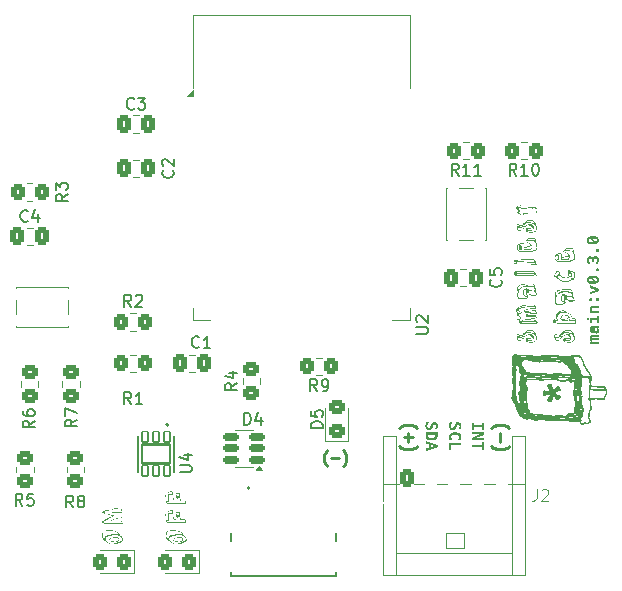
<source format=gto>
G04 #@! TF.GenerationSoftware,KiCad,Pcbnew,8.0.8*
G04 #@! TF.CreationDate,2025-01-20T22:43:21+09:00*
G04 #@! TF.ProjectId,esp32_primary_board_v0.3.0,65737033-325f-4707-9269-6d6172795f62,rev?*
G04 #@! TF.SameCoordinates,Original*
G04 #@! TF.FileFunction,Legend,Top*
G04 #@! TF.FilePolarity,Positive*
%FSLAX46Y46*%
G04 Gerber Fmt 4.6, Leading zero omitted, Abs format (unit mm)*
G04 Created by KiCad (PCBNEW 8.0.8) date 2025-01-20 22:43:21*
%MOMM*%
%LPD*%
G01*
G04 APERTURE LIST*
G04 Aperture macros list*
%AMRoundRect*
0 Rectangle with rounded corners*
0 $1 Rounding radius*
0 $2 $3 $4 $5 $6 $7 $8 $9 X,Y pos of 4 corners*
0 Add a 4 corners polygon primitive as box body*
4,1,4,$2,$3,$4,$5,$6,$7,$8,$9,$2,$3,0*
0 Add four circle primitives for the rounded corners*
1,1,$1+$1,$2,$3*
1,1,$1+$1,$4,$5*
1,1,$1+$1,$6,$7*
1,1,$1+$1,$8,$9*
0 Add four rect primitives between the rounded corners*
20,1,$1+$1,$2,$3,$4,$5,0*
20,1,$1+$1,$4,$5,$6,$7,0*
20,1,$1+$1,$6,$7,$8,$9,0*
20,1,$1+$1,$8,$9,$2,$3,0*%
G04 Aperture macros list end*
%ADD10C,0.304800*%
%ADD11C,0.250000*%
%ADD12C,0.225000*%
%ADD13C,0.175000*%
%ADD14C,0.150000*%
%ADD15C,0.100000*%
%ADD16C,0.120000*%
%ADD17C,0.127000*%
%ADD18C,0.200000*%
%ADD19C,0.000000*%
%ADD20RoundRect,0.250000X0.450000X-0.350000X0.450000X0.350000X-0.450000X0.350000X-0.450000X-0.350000X0*%
%ADD21RoundRect,0.250000X0.325000X0.450000X-0.325000X0.450000X-0.325000X-0.450000X0.325000X-0.450000X0*%
%ADD22RoundRect,0.250000X0.450000X-0.325000X0.450000X0.325000X-0.450000X0.325000X-0.450000X-0.325000X0*%
%ADD23RoundRect,0.075500X-0.226500X0.456500X-0.226500X-0.456500X0.226500X-0.456500X0.226500X0.456500X0*%
%ADD24RoundRect,0.102000X-1.185000X0.815000X-1.185000X-0.815000X1.185000X-0.815000X1.185000X0.815000X0*%
%ADD25RoundRect,0.250000X0.350000X0.450000X-0.350000X0.450000X-0.350000X-0.450000X0.350000X-0.450000X0*%
%ADD26C,2.500000*%
%ADD27R,1.050000X0.650000*%
%ADD28C,1.000000*%
%ADD29RoundRect,0.250000X-0.350000X-0.512000X0.350000X-0.512000X0.350000X0.512000X-0.350000X0.512000X0*%
%ADD30O,1.200000X1.750000*%
%ADD31RoundRect,0.250000X-0.350000X-0.450000X0.350000X-0.450000X0.350000X0.450000X-0.350000X0.450000X0*%
%ADD32RoundRect,0.250000X-0.337500X-0.475000X0.337500X-0.475000X0.337500X0.475000X-0.337500X0.475000X0*%
%ADD33C,0.854000*%
%ADD34O,1.104000X1.904000*%
%ADD35O,1.104000X2.604000*%
%ADD36R,0.650000X1.050000*%
%ADD37R,1.500000X0.900000*%
%ADD38R,0.900000X1.500000*%
%ADD39C,0.600000*%
%ADD40R,3.900000X3.900000*%
%ADD41RoundRect,0.150000X0.512500X0.150000X-0.512500X0.150000X-0.512500X-0.150000X0.512500X-0.150000X0*%
G04 APERTURE END LIST*
D10*
G36*
X125091337Y-138204305D02*
G01*
X125159137Y-138217742D01*
X125200073Y-138229267D01*
X125262168Y-138262620D01*
X125294791Y-138301416D01*
X125322005Y-138365654D01*
X125329669Y-138430669D01*
X125315285Y-138500049D01*
X125299236Y-138523677D01*
X125242495Y-138566954D01*
X125218880Y-138578046D01*
X125153921Y-138603018D01*
X125096124Y-138624891D01*
X125028554Y-138640451D01*
X124966528Y-138639595D01*
X124895126Y-138629638D01*
X124831804Y-138621814D01*
X124760351Y-138609984D01*
X124698106Y-138593775D01*
X124631361Y-138567941D01*
X124597575Y-138552058D01*
X124538551Y-138511211D01*
X124511748Y-138482644D01*
X124480717Y-138421608D01*
X124483809Y-138385191D01*
X124515852Y-138385191D01*
X124535561Y-138451538D01*
X124544233Y-138462470D01*
X124597826Y-138509911D01*
X124659274Y-138540336D01*
X124678273Y-138545903D01*
X124746312Y-138561938D01*
X124815792Y-138576534D01*
X124835907Y-138580439D01*
X124904688Y-138590732D01*
X124924470Y-138593091D01*
X124994486Y-138594101D01*
X125013716Y-138592065D01*
X125083153Y-138577626D01*
X125118350Y-138566420D01*
X125183881Y-138539092D01*
X125217854Y-138522309D01*
X125254784Y-138497690D01*
X125274958Y-138459392D01*
X125273142Y-138388440D01*
X125255126Y-138345868D01*
X125207871Y-138291679D01*
X125165538Y-138270300D01*
X125098827Y-138252773D01*
X125072530Y-138248415D01*
X125001171Y-138247390D01*
X124977129Y-138251151D01*
X124924128Y-138255938D01*
X124874547Y-138266538D01*
X124806341Y-138288207D01*
X124738285Y-138308974D01*
X124729222Y-138311674D01*
X124660510Y-138329842D01*
X124590296Y-138343952D01*
X124580820Y-138345526D01*
X124518811Y-138377316D01*
X124515852Y-138385191D01*
X124483809Y-138385191D01*
X124486103Y-138358178D01*
X124525084Y-138310990D01*
X124585265Y-138296287D01*
X124655557Y-138289898D01*
X124703235Y-138278164D01*
X124768955Y-138256910D01*
X124820520Y-138239183D01*
X124888438Y-138219212D01*
X124898482Y-138216615D01*
X124967163Y-138206522D01*
X124988413Y-138206015D01*
X125058071Y-138200946D01*
X125091337Y-138204305D01*
G37*
G36*
X124704407Y-137645373D02*
G01*
X124773193Y-137651945D01*
X124841547Y-137662900D01*
X124879334Y-137670879D01*
X124947535Y-137688657D01*
X125014934Y-137709507D01*
X125081532Y-137733430D01*
X125094756Y-137738583D01*
X125159123Y-137768449D01*
X125220152Y-137806330D01*
X125277841Y-137852225D01*
X125288978Y-137862365D01*
X125313939Y-137886985D01*
X125333088Y-137917759D01*
X125363953Y-137980040D01*
X125406538Y-138034807D01*
X125413102Y-138041542D01*
X125463862Y-138090328D01*
X125516125Y-138137312D01*
X125523207Y-138143440D01*
X125572077Y-138193433D01*
X125607982Y-138253343D01*
X125619976Y-138288080D01*
X125632113Y-138356065D01*
X125632964Y-138427775D01*
X125629550Y-138462128D01*
X125607244Y-138528592D01*
X125582704Y-138559239D01*
X125528429Y-138605697D01*
X125502690Y-138624891D01*
X125442751Y-138664602D01*
X125380474Y-138699103D01*
X125315859Y-138728395D01*
X125302655Y-138733628D01*
X125234802Y-138755267D01*
X125163742Y-138768891D01*
X125089477Y-138774501D01*
X125074240Y-138774661D01*
X125003899Y-138781802D01*
X124943277Y-138799965D01*
X124873912Y-138819441D01*
X124810946Y-138824926D01*
X124742898Y-138832960D01*
X124672289Y-138828762D01*
X124606124Y-138810907D01*
X124542625Y-138784331D01*
X124480016Y-138754443D01*
X124423870Y-138724396D01*
X124363026Y-138688973D01*
X124304105Y-138651434D01*
X124265893Y-138625233D01*
X124208576Y-138585306D01*
X124150489Y-138546053D01*
X124111337Y-138520258D01*
X124053420Y-138476468D01*
X124003454Y-138427848D01*
X123956746Y-138367378D01*
X123927373Y-138316120D01*
X123899715Y-138244995D01*
X123885530Y-138177323D01*
X123881851Y-138117207D01*
X123917136Y-138117207D01*
X123923868Y-138188277D01*
X123932844Y-138235764D01*
X123956237Y-138303083D01*
X123993506Y-138362025D01*
X124006703Y-138377327D01*
X124054808Y-138426180D01*
X124106204Y-138471405D01*
X124116466Y-138479567D01*
X124108943Y-138456999D01*
X124095265Y-138422463D01*
X124075165Y-138349365D01*
X124074209Y-138311064D01*
X124119071Y-138311064D01*
X124119543Y-138339371D01*
X124134868Y-138407663D01*
X124147924Y-138437850D01*
X124173912Y-138487090D01*
X124148950Y-138435457D01*
X124127852Y-138367709D01*
X124126040Y-138339371D01*
X124128590Y-138309623D01*
X124169808Y-138309623D01*
X124176119Y-138380589D01*
X124195053Y-138447948D01*
X124198531Y-138456657D01*
X124231770Y-138518557D01*
X124277632Y-138574746D01*
X124284700Y-138581807D01*
X124338604Y-138627055D01*
X124385914Y-138655666D01*
X124449062Y-138690372D01*
X124497729Y-138719609D01*
X124564280Y-138752066D01*
X124631433Y-138772503D01*
X124705995Y-138781098D01*
X124712809Y-138781158D01*
X124781518Y-138777585D01*
X124851295Y-138766866D01*
X124922140Y-138749001D01*
X124936438Y-138744570D01*
X125003098Y-138722727D01*
X125023239Y-138715505D01*
X125179557Y-138715505D01*
X125247603Y-138703879D01*
X125311818Y-138678822D01*
X125317701Y-138674473D01*
X125247917Y-138688297D01*
X125242132Y-138690202D01*
X125179557Y-138715505D01*
X125023239Y-138715505D01*
X125069038Y-138699083D01*
X125134259Y-138673639D01*
X125198759Y-138646396D01*
X125235293Y-138630020D01*
X125299137Y-138601043D01*
X125363210Y-138572752D01*
X125427511Y-138545149D01*
X125492042Y-138518233D01*
X125529020Y-138503161D01*
X125540304Y-138495638D01*
X125546459Y-138486748D01*
X125555696Y-138417078D01*
X125552293Y-138348651D01*
X125546459Y-138317487D01*
X125517764Y-138250906D01*
X125469201Y-138199513D01*
X125444903Y-138182421D01*
X125380874Y-138145449D01*
X125315649Y-138113178D01*
X125249227Y-138085609D01*
X125216780Y-138074636D01*
X125346250Y-138074636D01*
X125401517Y-138103427D01*
X125365814Y-138083122D01*
X125346250Y-138074636D01*
X125216780Y-138074636D01*
X125181609Y-138062742D01*
X125112430Y-138045624D01*
X125041328Y-138035643D01*
X124968302Y-138032801D01*
X124893353Y-138037096D01*
X124832830Y-138040174D01*
X124772990Y-138050432D01*
X124704895Y-138068279D01*
X124638452Y-138091685D01*
X124629718Y-138095226D01*
X124563175Y-138119374D01*
X124494979Y-138137962D01*
X124485761Y-138140020D01*
X124416278Y-138155087D01*
X124375998Y-138164640D01*
X124309079Y-138181951D01*
X124268287Y-138193363D01*
X124208231Y-138228381D01*
X124198873Y-138238499D01*
X124170064Y-138302664D01*
X124169808Y-138309623D01*
X124128590Y-138309623D01*
X124131972Y-138270161D01*
X124158524Y-138214221D01*
X124190612Y-138181777D01*
X124159280Y-138206561D01*
X124136298Y-138241919D01*
X124119071Y-138311064D01*
X124074209Y-138311064D01*
X124073311Y-138275121D01*
X124098150Y-138203450D01*
X124142020Y-138152755D01*
X124236065Y-138152755D01*
X124260764Y-138142072D01*
X124328385Y-138129064D01*
X124363688Y-138121898D01*
X124430860Y-138107396D01*
X124465928Y-138099330D01*
X124533867Y-138083667D01*
X124536026Y-138083258D01*
X124577059Y-138073000D01*
X124547994Y-138074026D01*
X124492600Y-138079497D01*
X124424920Y-138094489D01*
X124354053Y-138110314D01*
X124349669Y-138111297D01*
X124280426Y-138132070D01*
X124236065Y-138152755D01*
X124142020Y-138152755D01*
X124144163Y-138150279D01*
X124201692Y-138112272D01*
X124265202Y-138081943D01*
X124328127Y-138061032D01*
X124395256Y-138045734D01*
X124463289Y-138035403D01*
X124494993Y-138032309D01*
X124562883Y-138023145D01*
X124634353Y-138005829D01*
X124659466Y-137997773D01*
X124704602Y-137986489D01*
X124755210Y-137985464D01*
X124827615Y-137991362D01*
X124900534Y-137993328D01*
X124972512Y-137987943D01*
X125042781Y-137971786D01*
X125113162Y-137960632D01*
X125160066Y-137964947D01*
X125229950Y-137981430D01*
X125270855Y-137994012D01*
X125305391Y-138007006D01*
X125330695Y-138011793D01*
X125305733Y-137955031D01*
X125262307Y-137900662D01*
X125206695Y-137855375D01*
X125147142Y-137816967D01*
X125083650Y-137785438D01*
X125070478Y-137779958D01*
X125003479Y-137755401D01*
X124935412Y-137735586D01*
X124866276Y-137720512D01*
X124852321Y-137718066D01*
X124778222Y-137705942D01*
X124703732Y-137696795D01*
X124628848Y-137690627D01*
X124553572Y-137687436D01*
X124510381Y-137686950D01*
X124434765Y-137688079D01*
X124359314Y-137691466D01*
X124284026Y-137697111D01*
X124208902Y-137705014D01*
X124166047Y-137710544D01*
X124097838Y-137722786D01*
X124072013Y-137729692D01*
X124009823Y-137759313D01*
X123992000Y-137773461D01*
X123953595Y-137833343D01*
X123946521Y-137859630D01*
X123932641Y-137929161D01*
X123922799Y-137999269D01*
X123918482Y-138046329D01*
X123917136Y-138117207D01*
X123881851Y-138117207D01*
X123881132Y-138105462D01*
X123885314Y-138039148D01*
X123889807Y-137969605D01*
X123890101Y-137967341D01*
X123898735Y-137897757D01*
X123898992Y-137895533D01*
X123913699Y-137827354D01*
X123948940Y-137764180D01*
X123954728Y-137757390D01*
X124010550Y-137711142D01*
X124073559Y-137682316D01*
X124083639Y-137679085D01*
X124154711Y-137661875D01*
X124226232Y-137651276D01*
X124235803Y-137650362D01*
X124307685Y-137645208D01*
X124379718Y-137643210D01*
X124389334Y-137643182D01*
X124458135Y-137643182D01*
X124527206Y-137643182D01*
X124596548Y-137643182D01*
X124635189Y-137643182D01*
X124704407Y-137645373D01*
G37*
G36*
X125498929Y-135745073D02*
G01*
X125526797Y-135808481D01*
X125550383Y-135881400D01*
X125565746Y-135955995D01*
X125571420Y-136006657D01*
X125572455Y-136075820D01*
X125575561Y-136145249D01*
X125580737Y-136214946D01*
X125582020Y-136228918D01*
X125585687Y-136298735D01*
X125583009Y-136368419D01*
X125573986Y-136437969D01*
X125571420Y-136451863D01*
X125571420Y-136491186D01*
X125571420Y-136533586D01*
X125524916Y-136581116D01*
X125479780Y-136589665D01*
X125432251Y-136596845D01*
X125359770Y-136605004D01*
X125289021Y-136617682D01*
X125242816Y-136628646D01*
X125174070Y-136646742D01*
X125105805Y-136665126D01*
X125060562Y-136677543D01*
X124993853Y-136695310D01*
X124922278Y-136716075D01*
X124869418Y-136732595D01*
X124800495Y-136757167D01*
X124734266Y-136786259D01*
X124691609Y-136808164D01*
X124668015Y-136818080D01*
X124661518Y-136829364D01*
X124676905Y-136838255D01*
X124703919Y-136837571D01*
X124772557Y-136837571D01*
X124799320Y-136837571D01*
X124869140Y-136837571D01*
X124891986Y-136837571D01*
X124962659Y-136837571D01*
X125017478Y-136837571D01*
X125088091Y-136839518D01*
X125143311Y-136843726D01*
X125214324Y-136846877D01*
X125284944Y-136842567D01*
X125305049Y-136839965D01*
X125375491Y-136830278D01*
X125446195Y-136822162D01*
X125466445Y-136820132D01*
X125490381Y-136817055D01*
X125515000Y-136816029D01*
X125578923Y-136841289D01*
X125590569Y-136864926D01*
X125602879Y-136933314D01*
X125610743Y-137001018D01*
X125598428Y-137069166D01*
X125571420Y-137095052D01*
X125504515Y-137118873D01*
X125463709Y-137122065D01*
X125391214Y-137122065D01*
X125319053Y-137122065D01*
X125247225Y-137122065D01*
X125232900Y-137122065D01*
X125158818Y-137122065D01*
X125085061Y-137122065D01*
X125011629Y-137122065D01*
X124970974Y-137122065D01*
X124897692Y-137122065D01*
X124824410Y-137122065D01*
X124751128Y-137122065D01*
X124710415Y-137122065D01*
X124639890Y-137120355D01*
X124569194Y-137115226D01*
X124499182Y-137108644D01*
X124430709Y-137102575D01*
X124361914Y-137095394D01*
X124293505Y-137088213D01*
X124248113Y-137083426D01*
X124174714Y-137075708D01*
X124101768Y-137068666D01*
X124068252Y-137065645D01*
X123999108Y-137051814D01*
X123987212Y-137047864D01*
X123919818Y-137034737D01*
X123909934Y-137034528D01*
X123884972Y-137023586D01*
X123875398Y-137003412D01*
X123862746Y-136943914D01*
X123857051Y-136896727D01*
X123902411Y-136896727D01*
X123906173Y-136921688D01*
X123908224Y-136943914D01*
X123958751Y-136990028D01*
X123974219Y-136990760D01*
X123991316Y-136979476D01*
X123982425Y-136938101D01*
X123975244Y-136896727D01*
X123973903Y-136890914D01*
X124026193Y-136890914D01*
X124035426Y-136945966D01*
X124043974Y-137003412D01*
X124069620Y-137016748D01*
X124138077Y-137013446D01*
X124211046Y-137015729D01*
X124249822Y-137019483D01*
X124321280Y-137027644D01*
X124392851Y-137034902D01*
X124425921Y-137037948D01*
X124499191Y-137037948D01*
X124572395Y-137037948D01*
X124645531Y-137037948D01*
X124660150Y-137037948D01*
X124733106Y-137037948D01*
X124805795Y-137037948D01*
X124878217Y-137037948D01*
X124892669Y-137037948D01*
X124965740Y-137037948D01*
X125038730Y-137037948D01*
X125105014Y-137037948D01*
X125177890Y-137037948D01*
X125250766Y-137037948D01*
X125317017Y-137037948D01*
X125385704Y-137039273D01*
X125420625Y-137041025D01*
X125489592Y-137043802D01*
X125521155Y-137044103D01*
X125543723Y-137042393D01*
X125558769Y-137031451D01*
X125568492Y-136963358D01*
X125556717Y-136938443D01*
X125500238Y-136895702D01*
X125463025Y-136887494D01*
X125392697Y-136881826D01*
X125364889Y-136881339D01*
X125293654Y-136881339D01*
X125266068Y-136881339D01*
X125194448Y-136880895D01*
X125122990Y-136879562D01*
X125058168Y-136877578D01*
X124986703Y-136876171D01*
X124915237Y-136877593D01*
X124850269Y-136881339D01*
X124781005Y-136885266D01*
X124770939Y-136886468D01*
X124700569Y-136886757D01*
X124687163Y-136885101D01*
X124645105Y-136881339D01*
X124611253Y-136854326D01*
X124619459Y-136808848D01*
X124656047Y-136777732D01*
X124668699Y-136770893D01*
X124681009Y-136765764D01*
X124743071Y-136736485D01*
X124807184Y-136710882D01*
X124873350Y-136688955D01*
X124941567Y-136670704D01*
X125010510Y-136653800D01*
X125078856Y-136636254D01*
X125146603Y-136618067D01*
X125213751Y-136599239D01*
X125279974Y-136582068D01*
X125347849Y-136570308D01*
X125357024Y-136569148D01*
X125425270Y-136560042D01*
X125496575Y-136549335D01*
X125500981Y-136548632D01*
X125526968Y-136538715D01*
X125533465Y-136516147D01*
X125531520Y-136447444D01*
X125532097Y-136437843D01*
X125540203Y-136369553D01*
X125541330Y-136362616D01*
X125547307Y-136292253D01*
X125543014Y-136219519D01*
X125537568Y-136185150D01*
X125500981Y-136158820D01*
X125432083Y-136158820D01*
X125412418Y-136158820D01*
X125342611Y-136158820D01*
X125323514Y-136158820D01*
X125251279Y-136158820D01*
X125179044Y-136158820D01*
X125145705Y-136158820D01*
X125073414Y-136157522D01*
X125001010Y-136153628D01*
X124967554Y-136150956D01*
X124897164Y-136145549D01*
X124870101Y-136143433D01*
X124801324Y-136138594D01*
X124774700Y-136137278D01*
X124704027Y-136133263D01*
X124649208Y-136130439D01*
X124579076Y-136127410D01*
X124525426Y-136125652D01*
X124456071Y-136122478D01*
X124387004Y-136119112D01*
X124341120Y-136116762D01*
X124272535Y-136113396D01*
X124198559Y-136110834D01*
X124158866Y-136109923D01*
X124113730Y-136115394D01*
X124099027Y-136150272D01*
X124091162Y-136180704D01*
X124082956Y-136210795D01*
X124079878Y-136252512D01*
X124128775Y-136256615D01*
X124207647Y-136250572D01*
X124285774Y-136251165D01*
X124363155Y-136258394D01*
X124439791Y-136272259D01*
X124515682Y-136292759D01*
X124540813Y-136301067D01*
X124609070Y-136322898D01*
X124661860Y-136338681D01*
X124731187Y-136352782D01*
X124787352Y-136356120D01*
X124833856Y-136360223D01*
X124879334Y-136367404D01*
X124907373Y-136373558D01*
X124926180Y-136396127D01*
X124913528Y-136422456D01*
X124889934Y-136431004D01*
X124823042Y-136456004D01*
X124789062Y-136468276D01*
X124724582Y-136491746D01*
X124690925Y-136504863D01*
X124622307Y-136533731D01*
X124561858Y-136565853D01*
X124514142Y-136596161D01*
X124454695Y-136639171D01*
X124396034Y-136683228D01*
X124379418Y-136696008D01*
X124319541Y-136738559D01*
X124260659Y-136774438D01*
X124237170Y-136787306D01*
X124171773Y-136816365D01*
X124105295Y-136836577D01*
X124063807Y-136845436D01*
X124054916Y-136848513D01*
X124026193Y-136890914D01*
X123973903Y-136890914D01*
X123972167Y-136883391D01*
X123960199Y-136881339D01*
X123931134Y-136881339D01*
X123908566Y-136883733D01*
X123902411Y-136896727D01*
X123857051Y-136896727D01*
X123855565Y-136884417D01*
X123906579Y-136837306D01*
X123910276Y-136837571D01*
X123963960Y-136826629D01*
X124002942Y-136796196D01*
X124027793Y-136773628D01*
X124154421Y-136773628D01*
X124186563Y-136762686D01*
X124247429Y-136736015D01*
X124304725Y-136695240D01*
X124306584Y-136693956D01*
X124363688Y-136653607D01*
X124416005Y-136615652D01*
X124466724Y-136586440D01*
X124467638Y-136583852D01*
X124405337Y-136614357D01*
X124345380Y-136648984D01*
X124292907Y-136684040D01*
X124234804Y-136724047D01*
X124176376Y-136760998D01*
X124154421Y-136773628D01*
X124027793Y-136773628D01*
X124036452Y-136765764D01*
X124078168Y-136742854D01*
X124141653Y-136710444D01*
X124189983Y-136684040D01*
X124250174Y-136648817D01*
X124295642Y-136621123D01*
X124357425Y-136585905D01*
X124386256Y-136570858D01*
X124449494Y-136542387D01*
X124484735Y-136529825D01*
X124552026Y-136506460D01*
X124618663Y-136482440D01*
X124637582Y-136475457D01*
X124703864Y-136451016D01*
X124771062Y-136427361D01*
X124790429Y-136420746D01*
X124809920Y-136410830D01*
X124822230Y-136407069D01*
X124783933Y-136402623D01*
X124731274Y-136399888D01*
X124663173Y-136391968D01*
X124633821Y-136383133D01*
X124567816Y-136358909D01*
X124542181Y-136349623D01*
X124473760Y-136327043D01*
X124405271Y-136309739D01*
X124336716Y-136297711D01*
X124322997Y-136295938D01*
X124253948Y-136290575D01*
X124184432Y-136291156D01*
X124114447Y-136297681D01*
X124100394Y-136299699D01*
X124032071Y-136304200D01*
X124005335Y-136300383D01*
X123937226Y-136291251D01*
X123910960Y-136290467D01*
X123874372Y-136267557D01*
X123845895Y-136204386D01*
X123842914Y-136188911D01*
X123847882Y-136163949D01*
X123890785Y-136163949D01*
X123905153Y-136231473D01*
X123907198Y-136233363D01*
X123949599Y-136246699D01*
X124002600Y-136246699D01*
X124023116Y-136236099D01*
X124043632Y-136182756D01*
X124061413Y-136139672D01*
X124056968Y-136104452D01*
X124019013Y-136106161D01*
X123990632Y-136109923D01*
X123962593Y-136114026D01*
X123901043Y-136144544D01*
X123890785Y-136163949D01*
X123847882Y-136163949D01*
X123856780Y-136119244D01*
X123864798Y-136106503D01*
X123878133Y-136083935D01*
X123882237Y-136061367D01*
X123883699Y-136058632D01*
X123928399Y-136058632D01*
X123937631Y-136061709D01*
X123955754Y-136057264D01*
X124023522Y-136042454D01*
X124033716Y-136040167D01*
X124101419Y-136050568D01*
X124117491Y-136060341D01*
X124122963Y-136060683D01*
X124133221Y-136060683D01*
X124202592Y-136061709D01*
X124271877Y-136064787D01*
X124341077Y-136069916D01*
X124410192Y-136077096D01*
X124479200Y-136084277D01*
X124548421Y-136089406D01*
X124617857Y-136092484D01*
X124687505Y-136093510D01*
X124756910Y-136093510D01*
X124827492Y-136093510D01*
X124847875Y-136093510D01*
X124919346Y-136097764D01*
X124991340Y-136110526D01*
X125012006Y-136115736D01*
X125085136Y-136115736D01*
X125159201Y-136115736D01*
X125234201Y-136115736D01*
X125249313Y-136115736D01*
X125324419Y-136115736D01*
X125398858Y-136115736D01*
X125472629Y-136115736D01*
X125487303Y-136115736D01*
X125499271Y-136110949D01*
X125506110Y-136103084D01*
X125516026Y-136056238D01*
X125522181Y-136026489D01*
X125509301Y-135956906D01*
X125504742Y-135930062D01*
X125489374Y-135863367D01*
X125481148Y-135838422D01*
X125439773Y-135782344D01*
X125370873Y-135773609D01*
X125361469Y-135774822D01*
X125290796Y-135783669D01*
X125235977Y-135790551D01*
X125165953Y-135799398D01*
X125112537Y-135806280D01*
X125043637Y-135815714D01*
X124972286Y-135831487D01*
X124958322Y-135835345D01*
X124889059Y-135856573D01*
X124820397Y-135880505D01*
X124811288Y-135883900D01*
X124745311Y-135906460D01*
X124677530Y-135925414D01*
X124668357Y-135927669D01*
X124598984Y-135942610D01*
X124528709Y-135954096D01*
X124519271Y-135955366D01*
X124446801Y-135963060D01*
X124375058Y-135972463D01*
X124304041Y-135983576D01*
X124233751Y-135996399D01*
X124163397Y-136009478D01*
X124092530Y-136021360D01*
X124021150Y-136032046D01*
X123949257Y-136041535D01*
X123931134Y-136047348D01*
X123928399Y-136058632D01*
X123883699Y-136058632D01*
X123914801Y-136000432D01*
X123950625Y-135990244D01*
X124019226Y-135978591D01*
X124088598Y-135967227D01*
X124135272Y-135959811D01*
X124205397Y-135948928D01*
X124275233Y-135938333D01*
X124321630Y-135931430D01*
X124391866Y-135920595D01*
X124463065Y-135911683D01*
X124511064Y-135906810D01*
X124582551Y-135897883D01*
X124652884Y-135884435D01*
X124699131Y-135872958D01*
X124764662Y-135851392D01*
X124771281Y-135848681D01*
X124835059Y-135822873D01*
X124841720Y-135820300D01*
X124910038Y-135795979D01*
X124980052Y-135777558D01*
X125045175Y-135765931D01*
X125117500Y-135755749D01*
X125189663Y-135745890D01*
X125255126Y-135737208D01*
X125323599Y-135729066D01*
X125346766Y-135726608D01*
X125415752Y-135718530D01*
X125438406Y-135715666D01*
X125498929Y-135745073D01*
G37*
G36*
X160215148Y-120674459D02*
G01*
X160260394Y-120686015D01*
X160357366Y-120718155D01*
X160446997Y-120763528D01*
X160529287Y-120822133D01*
X160544863Y-120835443D01*
X160600137Y-120914014D01*
X160603799Y-120927327D01*
X160611128Y-121023522D01*
X160608904Y-121047983D01*
X160620041Y-121096245D01*
X160674931Y-121172199D01*
X160691507Y-121232215D01*
X160695690Y-121327269D01*
X160681762Y-121415055D01*
X160650437Y-121505663D01*
X160602871Y-121587222D01*
X160535583Y-121655974D01*
X160462725Y-121694884D01*
X160373385Y-121722859D01*
X160277632Y-121744032D01*
X160226517Y-121751500D01*
X160133027Y-121752012D01*
X160041834Y-121730927D01*
X160000519Y-121713911D01*
X159908142Y-121689611D01*
X159898890Y-121686531D01*
X159805380Y-121680440D01*
X159799117Y-121681891D01*
X159759207Y-121645694D01*
X159743893Y-121554274D01*
X159739189Y-121467030D01*
X159791692Y-121467030D01*
X159791692Y-121545921D01*
X159795868Y-121568196D01*
X159800045Y-121592327D01*
X159814895Y-121617386D01*
X159850163Y-121617850D01*
X159858517Y-121606249D01*
X159865013Y-121579797D01*
X159874759Y-121522718D01*
X159871974Y-121466102D01*
X159863510Y-121457285D01*
X159920237Y-121457285D01*
X159921629Y-121477240D01*
X159923021Y-121504155D01*
X159925806Y-121537568D01*
X159953649Y-121543600D01*
X160048247Y-121538804D01*
X160098436Y-121532463D01*
X160194271Y-121519044D01*
X160244152Y-121512972D01*
X160326744Y-121464181D01*
X160329075Y-121461461D01*
X160349494Y-121409487D01*
X160337428Y-121342198D01*
X160318401Y-121318066D01*
X160288237Y-121336629D01*
X160267819Y-121347302D01*
X160182557Y-121391478D01*
X160104933Y-121417840D01*
X160010292Y-121439946D01*
X159936479Y-121454501D01*
X159923949Y-121454501D01*
X159920237Y-121457285D01*
X159863510Y-121457285D01*
X159860837Y-121454501D01*
X159791692Y-121467030D01*
X159739189Y-121467030D01*
X159738789Y-121459605D01*
X159785195Y-121390924D01*
X159878732Y-121376762D01*
X159904923Y-121374218D01*
X160000346Y-121368193D01*
X160084979Y-121352871D01*
X160174774Y-121324795D01*
X160264106Y-121283262D01*
X160282669Y-121269340D01*
X160268747Y-121252634D01*
X160198007Y-121187816D01*
X160139738Y-121144508D01*
X160055131Y-121105760D01*
X159993094Y-121098101D01*
X159899445Y-121108800D01*
X159878007Y-121116664D01*
X159791953Y-121157994D01*
X159763384Y-121174672D01*
X159684322Y-121229856D01*
X159634375Y-121277229D01*
X159568496Y-121350058D01*
X159519288Y-121409951D01*
X159455331Y-121479818D01*
X159429260Y-121504155D01*
X159358432Y-121564280D01*
X159334591Y-121583510D01*
X159262198Y-121603000D01*
X159174490Y-121587222D01*
X159112770Y-121545921D01*
X159071004Y-121488377D01*
X159041769Y-121418304D01*
X159036200Y-121408094D01*
X159029703Y-121400205D01*
X158983355Y-121318757D01*
X158970303Y-121230359D01*
X158975244Y-121189986D01*
X159015781Y-121189986D01*
X159016245Y-121271196D01*
X159032951Y-121315282D01*
X159036664Y-121243353D01*
X159015781Y-121189986D01*
X158975244Y-121189986D01*
X158981621Y-121137882D01*
X158993333Y-121109239D01*
X159041304Y-121109239D01*
X159058011Y-121156109D01*
X159088981Y-121245187D01*
X159089103Y-121252634D01*
X159088006Y-121347389D01*
X159091423Y-121388140D01*
X159125401Y-121475015D01*
X159142934Y-121494874D01*
X159224551Y-121540555D01*
X159256165Y-121543600D01*
X159345430Y-121517469D01*
X159377749Y-121493018D01*
X159445792Y-121425149D01*
X159467777Y-121401133D01*
X159530296Y-121328744D01*
X159555020Y-121299504D01*
X159626051Y-121221716D01*
X159699460Y-121158197D01*
X159784887Y-121103796D01*
X159853412Y-121073970D01*
X159854955Y-121073506D01*
X160122568Y-121073506D01*
X160206240Y-121124669D01*
X160259002Y-121161678D01*
X160331960Y-121227078D01*
X160375017Y-121290223D01*
X160346245Y-121210404D01*
X160279884Y-121143115D01*
X160203778Y-121094389D01*
X160122568Y-121073506D01*
X159854955Y-121073506D01*
X159951907Y-121044359D01*
X160049587Y-121025715D01*
X160146450Y-121018038D01*
X160165725Y-121017819D01*
X160253971Y-121050403D01*
X160265963Y-121059120D01*
X160334180Y-121112487D01*
X160395927Y-121185638D01*
X160411214Y-121219221D01*
X160422672Y-121314029D01*
X160413998Y-121374218D01*
X160383111Y-121465544D01*
X160363415Y-121499515D01*
X160289396Y-121560432D01*
X160267355Y-121568660D01*
X160205170Y-121579797D01*
X160143914Y-121585366D01*
X160049456Y-121592117D01*
X160035788Y-121594183D01*
X159939959Y-121602862D01*
X159926270Y-121603000D01*
X159908635Y-121619706D01*
X159905851Y-121636413D01*
X159906779Y-121643374D01*
X159995626Y-121672842D01*
X160019082Y-121682819D01*
X160109338Y-121710555D01*
X160131385Y-121713911D01*
X160227445Y-121715640D01*
X160302159Y-121702773D01*
X160393407Y-121675046D01*
X160474790Y-121643838D01*
X160553790Y-121590457D01*
X160583845Y-121551489D01*
X160624015Y-121464115D01*
X160640460Y-121402990D01*
X160648349Y-121314818D01*
X160628859Y-121236392D01*
X160575172Y-121156030D01*
X160533726Y-121108775D01*
X160458495Y-121049694D01*
X160414462Y-121028956D01*
X160325080Y-120996421D01*
X160236408Y-120964597D01*
X160211203Y-120955635D01*
X160115368Y-120929987D01*
X160016678Y-120920041D01*
X160003304Y-120919902D01*
X159909984Y-120919902D01*
X159889145Y-120919902D01*
X159799137Y-120944349D01*
X159783339Y-120954242D01*
X159699669Y-121012677D01*
X159619376Y-121075738D01*
X159542461Y-121143423D01*
X159501189Y-121183025D01*
X159430561Y-121249565D01*
X159398168Y-121279085D01*
X159322096Y-121334539D01*
X159284473Y-121353799D01*
X159196618Y-121321215D01*
X159191660Y-121293935D01*
X159183152Y-121222470D01*
X159237602Y-121222470D01*
X159249204Y-121287903D01*
X159300715Y-121284654D01*
X159314637Y-121274445D01*
X159329951Y-121263307D01*
X159405467Y-121208400D01*
X159467313Y-121151468D01*
X159536696Y-121083356D01*
X159600963Y-121024780D01*
X159677303Y-120960616D01*
X159757014Y-120907635D01*
X159794940Y-120886953D01*
X159887114Y-120853771D01*
X159984973Y-120845993D01*
X160013977Y-120848436D01*
X160106618Y-120860749D01*
X160169438Y-120872568D01*
X160260589Y-120895618D01*
X160322578Y-120915725D01*
X160412020Y-120947370D01*
X160447411Y-120960275D01*
X160528268Y-121006217D01*
X160561106Y-121036381D01*
X160564818Y-121026172D01*
X160554083Y-120933335D01*
X160526765Y-120897627D01*
X160451293Y-120835631D01*
X160385690Y-120802030D01*
X160295764Y-120768373D01*
X160224197Y-120744023D01*
X160200066Y-120736598D01*
X160177791Y-120731493D01*
X160081793Y-120719060D01*
X159987834Y-120730487D01*
X159975460Y-120733813D01*
X159883201Y-120767999D01*
X159797828Y-120813706D01*
X159779626Y-120825233D01*
X159699126Y-120883299D01*
X159625648Y-120942307D01*
X159597714Y-120966308D01*
X159526393Y-121030801D01*
X159457216Y-121097592D01*
X159426011Y-121129193D01*
X159350482Y-121188334D01*
X159342016Y-121193234D01*
X159251505Y-121218533D01*
X159241315Y-121218757D01*
X159238066Y-121218757D01*
X159237602Y-121222470D01*
X159183152Y-121222470D01*
X159182379Y-121215973D01*
X159178203Y-121136154D01*
X159163817Y-121078611D01*
X159132725Y-121043342D01*
X159103953Y-121038237D01*
X159070540Y-121059120D01*
X159041304Y-121109239D01*
X158993333Y-121109239D01*
X159018645Y-121047332D01*
X159021814Y-121041950D01*
X159079357Y-120983478D01*
X159151287Y-120976517D01*
X159213007Y-121033133D01*
X159237602Y-121121304D01*
X159255237Y-121151933D01*
X159331343Y-121136154D01*
X159404200Y-121080931D01*
X159472178Y-121015498D01*
X159541070Y-120952154D01*
X159587505Y-120911085D01*
X159664287Y-120847322D01*
X159743061Y-120788001D01*
X159780090Y-120762121D01*
X159861511Y-120715287D01*
X159951209Y-120681080D01*
X160019082Y-120666988D01*
X160117115Y-120662069D01*
X160215148Y-120674459D01*
G37*
G36*
X160526301Y-118525345D02*
G01*
X160568995Y-118563862D01*
X160579218Y-118656611D01*
X160581988Y-118662707D01*
X160615945Y-118750719D01*
X160619577Y-118763872D01*
X160631179Y-118800533D01*
X160641388Y-118838586D01*
X160585701Y-118896594D01*
X160491794Y-118890090D01*
X160398017Y-118890764D01*
X160335572Y-118895202D01*
X160242208Y-118904751D01*
X160149367Y-118915998D01*
X160087763Y-118924438D01*
X159992558Y-118937707D01*
X159936479Y-118946713D01*
X159843087Y-118965058D01*
X159787051Y-118979197D01*
X159702309Y-119022746D01*
X159688670Y-119037669D01*
X159663972Y-119128199D01*
X159664539Y-119131409D01*
X159708161Y-119147187D01*
X159800069Y-119117231D01*
X159864085Y-119100317D01*
X159958810Y-119079032D01*
X160024187Y-119065976D01*
X160116506Y-119050728D01*
X160208303Y-119035609D01*
X160269211Y-119025603D01*
X160367309Y-119008548D01*
X160464028Y-118989807D01*
X160508203Y-118980589D01*
X160584309Y-119014930D01*
X160597766Y-119043237D01*
X160650553Y-119120533D01*
X160657166Y-119139762D01*
X160689496Y-119229774D01*
X160693363Y-119238607D01*
X160687794Y-119286406D01*
X160641388Y-119302184D01*
X160545052Y-119309163D01*
X160450137Y-119312234D01*
X160423279Y-119312393D01*
X160330358Y-119314478D01*
X160228564Y-119321586D01*
X160127208Y-119333740D01*
X160035429Y-119349284D01*
X159944556Y-119369813D01*
X159854590Y-119395328D01*
X159836706Y-119401029D01*
X159820000Y-119407062D01*
X159800045Y-119415415D01*
X159793084Y-119427016D01*
X159804685Y-119433977D01*
X159828817Y-119433049D01*
X159923540Y-119433049D01*
X160017675Y-119433049D01*
X160111223Y-119433049D01*
X160162941Y-119433049D01*
X160255906Y-119430479D01*
X160348944Y-119422771D01*
X160442056Y-119409923D01*
X160493817Y-119400565D01*
X160511451Y-119400565D01*
X160525837Y-119398244D01*
X160615294Y-119426926D01*
X160624682Y-119445579D01*
X160642316Y-119503122D01*
X160662271Y-119560202D01*
X160675729Y-119601503D01*
X160691971Y-119643269D01*
X160639532Y-119698492D01*
X160536976Y-119701619D01*
X160435236Y-119711000D01*
X160334312Y-119726635D01*
X160314225Y-119730512D01*
X160213310Y-119749528D01*
X160111851Y-119766550D01*
X160019030Y-119780224D01*
X160075770Y-119782973D01*
X160168963Y-119792862D01*
X160187536Y-119795481D01*
X160280149Y-119806983D01*
X160372943Y-119814225D01*
X160465919Y-119817207D01*
X160484535Y-119817292D01*
X160576230Y-119837592D01*
X160635819Y-119889221D01*
X160694178Y-119963792D01*
X160696147Y-119966256D01*
X160740686Y-120048373D01*
X160742554Y-120054427D01*
X160737913Y-120115219D01*
X160678977Y-120151416D01*
X160585445Y-120161479D01*
X160563426Y-120160233D01*
X160467039Y-120150336D01*
X160369999Y-120145006D01*
X160304944Y-120143991D01*
X160206795Y-120143991D01*
X160108646Y-120143991D01*
X160043213Y-120143991D01*
X159948479Y-120143991D01*
X159853615Y-120143991D01*
X159790300Y-120143991D01*
X159695522Y-120146601D01*
X159601920Y-120154433D01*
X159540170Y-120162554D01*
X159444267Y-120168684D01*
X159380533Y-120165338D01*
X159288117Y-120150244D01*
X159225073Y-120133318D01*
X159187948Y-120079023D01*
X159190165Y-120059068D01*
X159242243Y-120059068D01*
X159252452Y-120086912D01*
X159326702Y-120095265D01*
X159343124Y-120090624D01*
X159397240Y-120090624D01*
X159416730Y-120105010D01*
X159449214Y-120105010D01*
X159541963Y-120092420D01*
X159548060Y-120091552D01*
X159641814Y-120084618D01*
X159648297Y-120084591D01*
X159746609Y-120084591D01*
X159835314Y-120084591D01*
X159930214Y-120085751D01*
X160024651Y-120089232D01*
X160124492Y-120093138D01*
X160224181Y-120095053D01*
X160270139Y-120095265D01*
X160369068Y-120098788D01*
X160466771Y-120109357D01*
X160511451Y-120116612D01*
X160604660Y-120122226D01*
X160665983Y-120114755D01*
X160685010Y-120106866D01*
X160692899Y-120097121D01*
X160653989Y-120011143D01*
X160569923Y-119982034D01*
X160550432Y-119982034D01*
X160522588Y-119982034D01*
X160483143Y-119982034D01*
X160437665Y-119979713D01*
X160343981Y-119974289D01*
X160250119Y-119970197D01*
X160156080Y-119967437D01*
X160061863Y-119966009D01*
X160007944Y-119965792D01*
X159913715Y-119967413D01*
X159819840Y-119972276D01*
X159726321Y-119980381D01*
X159633157Y-119991728D01*
X159580080Y-119999668D01*
X159500261Y-120003381D01*
X159426011Y-120019623D01*
X159399560Y-120047930D01*
X159397240Y-120090624D01*
X159343124Y-120090624D01*
X159348049Y-120089232D01*
X159348977Y-120062780D01*
X159355938Y-120026120D01*
X159342016Y-120009877D01*
X159284937Y-119999668D01*
X159253845Y-120004309D01*
X159242243Y-120059068D01*
X159190165Y-120059068D01*
X159192124Y-120041434D01*
X159199549Y-120005237D01*
X159203469Y-119947229D01*
X159330081Y-119947229D01*
X159375429Y-119964399D01*
X159424155Y-119963471D01*
X159517903Y-119949767D01*
X159531353Y-119949549D01*
X159628491Y-119928687D01*
X159726216Y-119914652D01*
X159824528Y-119907445D01*
X159879399Y-119906392D01*
X159978181Y-119906392D01*
X160077182Y-119906392D01*
X160176404Y-119906392D01*
X160231622Y-119906392D01*
X160330351Y-119906392D01*
X160426992Y-119906392D01*
X160520474Y-119906392D01*
X160590341Y-119906392D01*
X160557857Y-119892006D01*
X160465973Y-119876692D01*
X160371800Y-119873093D01*
X160306800Y-119866482D01*
X160212446Y-119853317D01*
X160149019Y-119843743D01*
X160047469Y-119829794D01*
X159947007Y-119821012D01*
X159847633Y-119817395D01*
X159827889Y-119817292D01*
X159729756Y-119822232D01*
X159633164Y-119837051D01*
X159538113Y-119861749D01*
X159519288Y-119867875D01*
X159431352Y-119903332D01*
X159425547Y-119905928D01*
X159340214Y-119943318D01*
X159331343Y-119947229D01*
X159330081Y-119947229D01*
X159203469Y-119947229D01*
X159204190Y-119936556D01*
X159193517Y-119866482D01*
X159162424Y-119843743D01*
X159102561Y-119832142D01*
X159043625Y-119822861D01*
X158980976Y-119766245D01*
X158972971Y-119670997D01*
X158972139Y-119640949D01*
X159029703Y-119640949D01*
X159034189Y-119736906D01*
X159034808Y-119743506D01*
X159061723Y-119767173D01*
X159125300Y-119774134D01*
X159187484Y-119786200D01*
X159212079Y-119779239D01*
X159243171Y-119703597D01*
X159267766Y-119626099D01*
X159270087Y-119614497D01*
X159265446Y-119602896D01*
X159205877Y-119529015D01*
X159186092Y-119498018D01*
X159136915Y-119418311D01*
X159117411Y-119388035D01*
X159077501Y-119382930D01*
X159051050Y-119420519D01*
X159041769Y-119480847D01*
X159034808Y-119541175D01*
X159029723Y-119634740D01*
X159029703Y-119640949D01*
X158972139Y-119640949D01*
X158970303Y-119574588D01*
X158974364Y-119478643D01*
X158986545Y-119384787D01*
X159027383Y-119330956D01*
X159039912Y-119289654D01*
X159015317Y-119243712D01*
X158989330Y-119200090D01*
X158947293Y-119113410D01*
X158935963Y-119067369D01*
X158929641Y-118973530D01*
X158931174Y-118951817D01*
X159000003Y-118951817D01*
X159006482Y-119045720D01*
X159007892Y-119055303D01*
X159042559Y-119143823D01*
X159051050Y-119156468D01*
X159080286Y-119207515D01*
X159103025Y-119257634D01*
X159123907Y-119281301D01*
X159161496Y-119280837D01*
X159238995Y-119236287D01*
X159309068Y-119176887D01*
X159301643Y-119162965D01*
X159223217Y-119131873D01*
X159145254Y-119098461D01*
X159067992Y-119043973D01*
X159067966Y-119043921D01*
X159129575Y-119043921D01*
X159158248Y-119059944D01*
X159227857Y-119089180D01*
X159297930Y-119121200D01*
X159354546Y-119130481D01*
X159397704Y-119171318D01*
X159374036Y-119220973D01*
X159331343Y-119253457D01*
X159264054Y-119317498D01*
X159181665Y-119363831D01*
X159174954Y-119365760D01*
X159172170Y-119375969D01*
X159222169Y-119456918D01*
X159223681Y-119459501D01*
X159279117Y-119536909D01*
X159281224Y-119539319D01*
X159319007Y-119625175D01*
X159310924Y-119690139D01*
X159284937Y-119756500D01*
X159262198Y-119821004D01*
X159250132Y-119874371D01*
X159250132Y-119911496D01*
X159264518Y-119938876D01*
X159293290Y-119935163D01*
X159329951Y-119914281D01*
X159418702Y-119871819D01*
X159505490Y-119837490D01*
X159511399Y-119835390D01*
X159601449Y-119807506D01*
X159694966Y-119787371D01*
X159707697Y-119785272D01*
X159730436Y-119780167D01*
X159746678Y-119775526D01*
X159810254Y-119746755D01*
X159884504Y-119737009D01*
X159979047Y-119737009D01*
X159985205Y-119737009D01*
X160080484Y-119728299D01*
X160083586Y-119727728D01*
X160174095Y-119705943D01*
X160265042Y-119685256D01*
X160348101Y-119667400D01*
X160439786Y-119651283D01*
X160532348Y-119641857D01*
X160617257Y-119639092D01*
X160627466Y-119639092D01*
X160615401Y-119613105D01*
X160607512Y-119586653D01*
X160540687Y-119549993D01*
X160443664Y-119549993D01*
X160367592Y-119549993D01*
X160274503Y-119549993D01*
X160191713Y-119549993D01*
X160095318Y-119555228D01*
X160030683Y-119564842D01*
X159938379Y-119577604D01*
X159889609Y-119579692D01*
X159795208Y-119559306D01*
X159731364Y-119514260D01*
X159730175Y-119498018D01*
X159775914Y-119498018D01*
X159779626Y-119505443D01*
X159794476Y-119514724D01*
X159826960Y-119520293D01*
X159871974Y-119520293D01*
X159898890Y-119520293D01*
X159932766Y-119518900D01*
X160030065Y-119513299D01*
X160127636Y-119507516D01*
X160225479Y-119501552D01*
X160245080Y-119500338D01*
X160343049Y-119495199D01*
X160441472Y-119491963D01*
X160540348Y-119490631D01*
X160560177Y-119490593D01*
X160572243Y-119490593D01*
X160576884Y-119490593D01*
X160564354Y-119477135D01*
X160530013Y-119470174D01*
X160438129Y-119482240D01*
X160342997Y-119488736D01*
X160242759Y-119488736D01*
X160142522Y-119488736D01*
X160075697Y-119488736D01*
X159974590Y-119488736D01*
X159880991Y-119488736D01*
X159803757Y-119488736D01*
X159775914Y-119498018D01*
X159730175Y-119498018D01*
X159724430Y-119419544D01*
X159741573Y-119388963D01*
X159776842Y-119354159D01*
X159822320Y-119336060D01*
X159913981Y-119312241D01*
X160006820Y-119292409D01*
X160100838Y-119276566D01*
X160119783Y-119273876D01*
X160214807Y-119262864D01*
X160310193Y-119255930D01*
X160405942Y-119253075D01*
X160425136Y-119252993D01*
X160518412Y-119252993D01*
X160613545Y-119252993D01*
X160627930Y-119252065D01*
X160632107Y-119250209D01*
X160618185Y-119203339D01*
X160599159Y-119167142D01*
X160566210Y-119164822D01*
X160525373Y-119170390D01*
X160498921Y-119174567D01*
X160468757Y-119178279D01*
X160375746Y-119180092D01*
X160282915Y-119185530D01*
X160190266Y-119194594D01*
X160171758Y-119196842D01*
X160078991Y-119208715D01*
X159986315Y-119221133D01*
X159893729Y-119234094D01*
X159875223Y-119236751D01*
X159816751Y-119242320D01*
X159761528Y-119249745D01*
X159669703Y-119226660D01*
X159664539Y-119221437D01*
X159643279Y-119189881D01*
X159718370Y-119189881D01*
X159742965Y-119199162D01*
X159838185Y-119193680D01*
X159852484Y-119193593D01*
X159946823Y-119185995D01*
X159963859Y-119182920D01*
X160058955Y-119164212D01*
X160116535Y-119155076D01*
X160213371Y-119145106D01*
X160271995Y-119143475D01*
X160367921Y-119135657D01*
X160406109Y-119132337D01*
X160499030Y-119124062D01*
X160540687Y-119120736D01*
X160564818Y-119117487D01*
X160577812Y-119113311D01*
X160567138Y-119093820D01*
X160538831Y-119047878D01*
X160523981Y-119028387D01*
X160510523Y-119028387D01*
X160497993Y-119030244D01*
X160456228Y-119038133D01*
X160413998Y-119047878D01*
X160316755Y-119061098D01*
X160220280Y-119076512D01*
X160133241Y-119092428D01*
X160037528Y-119110987D01*
X159941816Y-119129656D01*
X159854804Y-119146723D01*
X159789836Y-119163429D01*
X159731828Y-119185240D01*
X159720690Y-119189417D01*
X159718370Y-119189881D01*
X159643279Y-119189881D01*
X159611340Y-119142475D01*
X159604211Y-119100317D01*
X159634234Y-119009212D01*
X159649689Y-118990799D01*
X159727050Y-118936764D01*
X159763848Y-118923974D01*
X159855176Y-118904453D01*
X159881256Y-118900307D01*
X159976051Y-118885963D01*
X160003304Y-118881744D01*
X160096284Y-118867497D01*
X160145307Y-118861789D01*
X160239095Y-118851045D01*
X160288702Y-118844619D01*
X160385377Y-118837782D01*
X160422815Y-118837194D01*
X160519460Y-118837194D01*
X160558321Y-118837194D01*
X160579204Y-118818168D01*
X160565746Y-118781507D01*
X160549504Y-118744382D01*
X160521660Y-118690551D01*
X160452979Y-118693799D01*
X160359360Y-118703550D01*
X160316081Y-118707257D01*
X160221046Y-118714276D01*
X160178719Y-118717466D01*
X160080577Y-118720321D01*
X159982798Y-118728887D01*
X159885381Y-118743162D01*
X159865942Y-118746702D01*
X159768643Y-118763706D01*
X159671072Y-118778171D01*
X159573229Y-118790099D01*
X159553628Y-118792180D01*
X159460161Y-118805990D01*
X159365500Y-118833195D01*
X159333199Y-118846011D01*
X159246266Y-118887150D01*
X159164128Y-118935039D01*
X159141542Y-118949961D01*
X159129575Y-119043921D01*
X159067966Y-119043921D01*
X159045481Y-118999152D01*
X159080852Y-118908764D01*
X159110450Y-118884064D01*
X159193386Y-118831125D01*
X159280586Y-118786002D01*
X159306284Y-118774546D01*
X159400564Y-118741960D01*
X159494791Y-118723155D01*
X159532745Y-118718859D01*
X159626772Y-118709287D01*
X159632983Y-118708649D01*
X159726031Y-118696168D01*
X159732292Y-118695191D01*
X159830593Y-118679573D01*
X159928503Y-118664737D01*
X159993558Y-118655282D01*
X160091664Y-118642470D01*
X160191075Y-118631876D01*
X160258073Y-118626046D01*
X160351508Y-118617970D01*
X160368520Y-118616765D01*
X160461659Y-118600929D01*
X160474790Y-118597274D01*
X160505418Y-118591242D01*
X160490568Y-118576392D01*
X160464581Y-118578248D01*
X160372059Y-118590247D01*
X160362487Y-118591706D01*
X160269124Y-118599525D01*
X160259466Y-118599595D01*
X160162529Y-118599595D01*
X160066046Y-118599595D01*
X159970016Y-118599595D01*
X159950865Y-118599595D01*
X159855315Y-118601679D01*
X159760672Y-118607933D01*
X159666935Y-118618357D01*
X159648297Y-118620942D01*
X159555455Y-118634798D01*
X159464180Y-118652701D01*
X159404200Y-118666884D01*
X159309060Y-118695145D01*
X159217443Y-118730911D01*
X159176346Y-118749951D01*
X159095462Y-118797191D01*
X159053370Y-118830233D01*
X159004224Y-118911806D01*
X159000003Y-118951817D01*
X158931174Y-118951817D01*
X158932714Y-118930006D01*
X158963996Y-118839450D01*
X159005572Y-118791252D01*
X159083979Y-118734870D01*
X159144790Y-118703080D01*
X159235082Y-118664751D01*
X159328743Y-118633468D01*
X159373108Y-118621406D01*
X159471165Y-118599655D01*
X159564398Y-118584471D01*
X159619989Y-118577784D01*
X159715008Y-118565473D01*
X159811251Y-118553774D01*
X159824176Y-118552260D01*
X159921296Y-118543600D01*
X160018620Y-118540242D01*
X160031612Y-118540195D01*
X160127035Y-118540195D01*
X160211667Y-118540195D01*
X160307029Y-118537837D01*
X160389867Y-118531842D01*
X160456228Y-118523489D01*
X160526301Y-118525345D01*
G37*
G36*
X160399148Y-116762840D02*
G01*
X160452051Y-116810174D01*
X160492983Y-116895014D01*
X160529638Y-116981719D01*
X160559249Y-117062159D01*
X160580984Y-117152927D01*
X160584294Y-117247204D01*
X160571315Y-117335956D01*
X160589486Y-117429602D01*
X160599159Y-117439441D01*
X160646029Y-117502554D01*
X160678049Y-117575875D01*
X160686533Y-117671088D01*
X160628137Y-117750991D01*
X160580596Y-117774958D01*
X160490666Y-117800963D01*
X160394101Y-117811260D01*
X160301071Y-117801978D01*
X160273852Y-117795376D01*
X160180891Y-117758397D01*
X160101090Y-117702336D01*
X160039965Y-117634811D01*
X159992734Y-117554081D01*
X159962996Y-117463290D01*
X159952100Y-117373545D01*
X160019546Y-117373545D01*
X160027899Y-117418094D01*
X160058201Y-117515243D01*
X160116482Y-117603179D01*
X160199457Y-117663757D01*
X160290231Y-117693906D01*
X160399148Y-117703956D01*
X160477575Y-117703956D01*
X160553681Y-117686786D01*
X160603335Y-117652909D01*
X160614937Y-117597686D01*
X160575491Y-117516939D01*
X160505311Y-117453530D01*
X160499849Y-117450115D01*
X160416782Y-117422735D01*
X160320448Y-117409079D01*
X160255289Y-117398604D01*
X160161486Y-117376733D01*
X160098436Y-117354982D01*
X160060847Y-117334563D01*
X160031612Y-117339204D01*
X160019546Y-117373545D01*
X159952100Y-117373545D01*
X159950751Y-117362438D01*
X159950401Y-117341060D01*
X159945760Y-117300687D01*
X159916524Y-117286765D01*
X159874759Y-117299759D01*
X159858981Y-117342452D01*
X159853301Y-117439949D01*
X159854362Y-117536374D01*
X159857124Y-117580516D01*
X159875311Y-117673618D01*
X159914789Y-117762890D01*
X159940191Y-117802801D01*
X159965715Y-117890045D01*
X159912812Y-117954085D01*
X159828885Y-118003470D01*
X159743123Y-118041989D01*
X159645679Y-118072044D01*
X159606067Y-118080310D01*
X159505678Y-118092265D01*
X159403475Y-118092165D01*
X159309943Y-118081769D01*
X159278440Y-118076133D01*
X159188702Y-118048079D01*
X159109521Y-117990964D01*
X159092815Y-117971256D01*
X159047515Y-117885760D01*
X159030258Y-117791429D01*
X159029703Y-117769389D01*
X159029703Y-117715558D01*
X159089103Y-117715558D01*
X159100131Y-117811988D01*
X159140876Y-117899912D01*
X159167529Y-117929490D01*
X159249209Y-117978978D01*
X159340006Y-117999339D01*
X159392599Y-118001884D01*
X159487616Y-117997577D01*
X159582632Y-117984655D01*
X159645976Y-117971256D01*
X159734489Y-117942835D01*
X159754567Y-117935059D01*
X159834385Y-117886796D01*
X159747277Y-117850667D01*
X159663115Y-117800947D01*
X159588056Y-117734265D01*
X159538778Y-117665439D01*
X159505203Y-117578437D01*
X159496882Y-117482405D01*
X159499335Y-117465893D01*
X159594002Y-117465893D01*
X159601124Y-117559489D01*
X159629447Y-117650083D01*
X159637159Y-117664047D01*
X159703625Y-117734249D01*
X159780090Y-117774030D01*
X159814431Y-117788415D01*
X159839026Y-117784703D01*
X159842739Y-117760572D01*
X159829745Y-117725303D01*
X159801772Y-117629149D01*
X159784216Y-117532230D01*
X159779626Y-117487240D01*
X159778136Y-117388517D01*
X159787500Y-117296165D01*
X159797725Y-117241751D01*
X159794940Y-117204162D01*
X159753639Y-117206482D01*
X159666156Y-117245384D01*
X159631591Y-117284909D01*
X159600205Y-117377816D01*
X159594002Y-117465893D01*
X159499335Y-117465893D01*
X159510688Y-117389462D01*
X159534138Y-117315073D01*
X159580233Y-117233078D01*
X159655252Y-117173939D01*
X159660826Y-117171214D01*
X159753291Y-117149055D01*
X159850628Y-117167965D01*
X159935545Y-117205679D01*
X159941120Y-117208339D01*
X160025820Y-117250811D01*
X160031612Y-117253817D01*
X160118846Y-117295076D01*
X160188928Y-117319249D01*
X160282640Y-117338011D01*
X160358775Y-117342452D01*
X160448339Y-117334563D01*
X160496601Y-117270059D01*
X160495441Y-117174564D01*
X160478039Y-117128056D01*
X160406399Y-117068082D01*
X160384298Y-117063551D01*
X160283843Y-117052632D01*
X160183650Y-117039362D01*
X160116999Y-117029211D01*
X160016914Y-117017704D01*
X159916437Y-117015202D01*
X159849235Y-117018538D01*
X159756745Y-117026545D01*
X159659437Y-117036436D01*
X159653401Y-117037100D01*
X159558501Y-117052878D01*
X159467777Y-117079794D01*
X159381229Y-117122951D01*
X159303884Y-117182799D01*
X159298859Y-117187456D01*
X159230881Y-117259530D01*
X159177768Y-117335956D01*
X159136511Y-117425048D01*
X159133653Y-117433408D01*
X159108289Y-117527257D01*
X159093453Y-117624395D01*
X159089103Y-117715558D01*
X159029703Y-117715558D01*
X159029703Y-117675641D01*
X159029703Y-117662191D01*
X159039296Y-117568951D01*
X159042233Y-117555921D01*
X159056988Y-117462601D01*
X159059403Y-117408349D01*
X159043269Y-117316262D01*
X159018101Y-117258921D01*
X158994828Y-117166109D01*
X159077965Y-117166109D01*
X159085854Y-117220404D01*
X159118803Y-117254745D01*
X159146182Y-117240359D01*
X159174954Y-117200450D01*
X159241971Y-117127976D01*
X159314245Y-117066017D01*
X159391776Y-117014571D01*
X159407913Y-117005544D01*
X159492930Y-116967032D01*
X159585561Y-116939669D01*
X159685806Y-116923454D01*
X159706769Y-116921549D01*
X159809306Y-116915630D01*
X159911572Y-116914697D01*
X160013566Y-116918748D01*
X160033932Y-116920157D01*
X160135581Y-116928332D01*
X160237502Y-116937776D01*
X160339696Y-116948490D01*
X160360167Y-116950785D01*
X160399148Y-116954497D01*
X160427920Y-116940575D01*
X160422351Y-116904842D01*
X160398684Y-116863541D01*
X160369448Y-116836625D01*
X160326290Y-116828736D01*
X160229650Y-116828736D01*
X160144378Y-116828736D01*
X160050058Y-116828736D01*
X159955521Y-116828736D01*
X159949009Y-116828736D01*
X159855012Y-116828736D01*
X159815359Y-116828736D01*
X159719543Y-116828736D01*
X159668715Y-116828736D01*
X159574016Y-116840119D01*
X159479139Y-116855587D01*
X159451999Y-116860757D01*
X159359025Y-116883470D01*
X159270137Y-116915066D01*
X159245491Y-116925725D01*
X159166871Y-116975061D01*
X159119731Y-117029675D01*
X159081446Y-117116034D01*
X159077965Y-117166109D01*
X158994828Y-117166109D01*
X158994629Y-117165316D01*
X159002323Y-117098820D01*
X159039325Y-117010215D01*
X159086782Y-116948000D01*
X159161305Y-116886783D01*
X159239459Y-116851475D01*
X159328297Y-116823371D01*
X159429281Y-116797785D01*
X159531366Y-116778587D01*
X159600034Y-116769337D01*
X159702776Y-116759242D01*
X159804783Y-116752451D01*
X159906057Y-116748964D01*
X159962002Y-116748454D01*
X160058063Y-116748454D01*
X160151339Y-116748454D01*
X160248735Y-116748454D01*
X160335108Y-116748454D01*
X160399148Y-116762840D01*
G37*
G36*
X160459173Y-115662772D02*
G01*
X160523981Y-115733087D01*
X160567631Y-115818562D01*
X160575027Y-115830540D01*
X160608419Y-115920989D01*
X160610760Y-115940059D01*
X160631179Y-115977648D01*
X160666912Y-116020806D01*
X160686634Y-116112415D01*
X160606584Y-116138213D01*
X160512321Y-116131982D01*
X160485928Y-116128004D01*
X160382128Y-116111287D01*
X160278166Y-116098028D01*
X160174040Y-116088229D01*
X160069752Y-116081888D01*
X159965300Y-116079005D01*
X159930446Y-116078813D01*
X159825717Y-116078813D01*
X159721053Y-116078813D01*
X159616454Y-116078813D01*
X159511921Y-116078813D01*
X159407453Y-116078813D01*
X159372644Y-116078813D01*
X159276730Y-116078813D01*
X159202334Y-116078813D01*
X159107301Y-116082337D01*
X159034808Y-116089951D01*
X158939905Y-116084707D01*
X158894661Y-116069996D01*
X158810314Y-116031252D01*
X158774005Y-116012916D01*
X158729919Y-115940987D01*
X158730661Y-115909431D01*
X158788391Y-115909431D01*
X158798136Y-115967903D01*
X158851967Y-116001779D01*
X158927609Y-116022198D01*
X158929930Y-116020341D01*
X158928073Y-116010132D01*
X158922969Y-115966974D01*
X158917400Y-115924281D01*
X158915408Y-115921496D01*
X158981441Y-115921496D01*
X158987473Y-115984609D01*
X159039448Y-116019413D01*
X159133132Y-116019413D01*
X159226994Y-116019413D01*
X159321034Y-116019413D01*
X159415251Y-116019413D01*
X159469169Y-116019413D01*
X159563307Y-116019413D01*
X159657312Y-116019413D01*
X159751183Y-116019413D01*
X159844921Y-116019413D01*
X159898426Y-116019413D01*
X159996110Y-116019413D01*
X160093386Y-116019413D01*
X160106325Y-116019413D01*
X160203751Y-116022166D01*
X160301993Y-116030426D01*
X160315153Y-116031943D01*
X160407295Y-116047547D01*
X160442306Y-116055610D01*
X160534712Y-116074231D01*
X160565746Y-116078813D01*
X160588485Y-116078813D01*
X160598230Y-116069996D01*
X160574563Y-116034263D01*
X160523517Y-115992962D01*
X160476182Y-115974399D01*
X160380390Y-115965633D01*
X160284902Y-115957200D01*
X160189719Y-115949101D01*
X160094840Y-115941335D01*
X160000266Y-115933903D01*
X159905996Y-115926804D01*
X159812031Y-115920039D01*
X159718370Y-115913607D01*
X159620138Y-115906755D01*
X159522087Y-115902441D01*
X159424217Y-115900664D01*
X159404665Y-115900614D01*
X159306786Y-115900614D01*
X159208635Y-115900614D01*
X159110212Y-115900614D01*
X159090495Y-115900614D01*
X159004180Y-115904326D01*
X158981441Y-115921496D01*
X158915408Y-115921496D01*
X158876563Y-115867201D01*
X158803705Y-115841214D01*
X158792103Y-115839822D01*
X158788391Y-115909431D01*
X158730661Y-115909431D01*
X158731775Y-115862096D01*
X158733168Y-115845390D01*
X158732240Y-115830076D01*
X158742582Y-115785526D01*
X158903014Y-115785526D01*
X158977264Y-115805945D01*
X159070960Y-115819643D01*
X159096992Y-115820331D01*
X159199230Y-115820954D01*
X159301469Y-115822823D01*
X159403707Y-115825939D01*
X159505946Y-115830301D01*
X159608184Y-115835909D01*
X159710423Y-115842764D01*
X159751318Y-115845854D01*
X159853412Y-115853719D01*
X159955505Y-115861652D01*
X160057599Y-115869653D01*
X160159692Y-115877722D01*
X160261786Y-115885859D01*
X160363879Y-115894064D01*
X160404717Y-115897365D01*
X160471542Y-115908503D01*
X160520732Y-115899685D01*
X160508203Y-115865809D01*
X160477575Y-115813834D01*
X160426528Y-115753042D01*
X160334733Y-115737279D01*
X160330931Y-115737264D01*
X160235485Y-115737264D01*
X160139876Y-115737264D01*
X160044103Y-115737264D01*
X159948167Y-115737264D01*
X159852069Y-115737264D01*
X159820000Y-115737264D01*
X159723591Y-115737264D01*
X159627182Y-115737264D01*
X159530773Y-115737264D01*
X159434364Y-115737264D01*
X159337956Y-115737264D01*
X159305819Y-115737264D01*
X159210536Y-115740106D01*
X159114720Y-115748633D01*
X159087247Y-115752114D01*
X158991758Y-115766620D01*
X158903014Y-115785526D01*
X158742582Y-115785526D01*
X158750338Y-115752114D01*
X158832477Y-115719166D01*
X158933256Y-115702978D01*
X159034307Y-115690959D01*
X159135630Y-115683110D01*
X159155928Y-115682041D01*
X159257532Y-115676593D01*
X159359317Y-115670693D01*
X159461284Y-115664339D01*
X159481699Y-115663014D01*
X159579063Y-115658084D01*
X159676249Y-115654665D01*
X159773258Y-115652755D01*
X159870089Y-115652355D01*
X159925341Y-115652805D01*
X160021868Y-115653198D01*
X160118572Y-115652348D01*
X160215454Y-115650254D01*
X160312514Y-115646917D01*
X160368056Y-115644452D01*
X160459173Y-115662772D01*
G37*
G36*
X160459173Y-114704949D02*
G01*
X160523981Y-114775265D01*
X160567631Y-114860739D01*
X160575027Y-114872718D01*
X160608419Y-114963166D01*
X160610760Y-114982236D01*
X160631179Y-115019825D01*
X160666912Y-115062983D01*
X160686634Y-115154593D01*
X160606584Y-115180390D01*
X160512321Y-115174159D01*
X160485928Y-115170181D01*
X160382128Y-115153464D01*
X160278166Y-115140205D01*
X160174040Y-115130406D01*
X160069752Y-115124065D01*
X159965300Y-115121183D01*
X159930446Y-115120990D01*
X159825717Y-115120990D01*
X159721053Y-115120990D01*
X159616454Y-115120990D01*
X159511921Y-115120990D01*
X159407453Y-115120990D01*
X159372644Y-115120990D01*
X159276730Y-115120990D01*
X159202334Y-115120990D01*
X159107301Y-115124514D01*
X159034808Y-115132128D01*
X158939905Y-115126884D01*
X158894661Y-115112173D01*
X158810314Y-115073430D01*
X158774005Y-115055094D01*
X158729919Y-114983164D01*
X158730661Y-114951608D01*
X158788391Y-114951608D01*
X158798136Y-115010080D01*
X158851967Y-115043956D01*
X158927609Y-115064375D01*
X158929930Y-115062519D01*
X158928073Y-115052309D01*
X158922969Y-115009152D01*
X158917400Y-114966458D01*
X158915408Y-114963674D01*
X158981441Y-114963674D01*
X158987473Y-115026786D01*
X159039448Y-115061591D01*
X159133132Y-115061591D01*
X159226994Y-115061591D01*
X159321034Y-115061591D01*
X159415251Y-115061591D01*
X159469169Y-115061591D01*
X159563307Y-115061591D01*
X159657312Y-115061591D01*
X159751183Y-115061591D01*
X159844921Y-115061591D01*
X159898426Y-115061591D01*
X159996110Y-115061591D01*
X160093386Y-115061591D01*
X160106325Y-115061591D01*
X160203751Y-115064344D01*
X160301993Y-115072603D01*
X160315153Y-115074120D01*
X160407295Y-115089724D01*
X160442306Y-115097787D01*
X160534712Y-115116408D01*
X160565746Y-115120990D01*
X160588485Y-115120990D01*
X160598230Y-115112173D01*
X160574563Y-115076441D01*
X160523517Y-115035139D01*
X160476182Y-115016577D01*
X160380390Y-115007810D01*
X160284902Y-114999377D01*
X160189719Y-114991278D01*
X160094840Y-114983512D01*
X160000266Y-114976080D01*
X159905996Y-114968981D01*
X159812031Y-114962216D01*
X159718370Y-114955785D01*
X159620138Y-114948932D01*
X159522087Y-114944618D01*
X159424217Y-114942842D01*
X159404665Y-114942791D01*
X159306786Y-114942791D01*
X159208635Y-114942791D01*
X159110212Y-114942791D01*
X159090495Y-114942791D01*
X159004180Y-114946503D01*
X158981441Y-114963674D01*
X158915408Y-114963674D01*
X158876563Y-114909378D01*
X158803705Y-114883391D01*
X158792103Y-114881999D01*
X158788391Y-114951608D01*
X158730661Y-114951608D01*
X158731775Y-114904274D01*
X158733168Y-114887568D01*
X158732240Y-114872254D01*
X158742582Y-114827704D01*
X158903014Y-114827704D01*
X158977264Y-114848122D01*
X159070960Y-114861820D01*
X159096992Y-114862508D01*
X159199230Y-114863131D01*
X159301469Y-114865001D01*
X159403707Y-114868116D01*
X159505946Y-114872478D01*
X159608184Y-114878086D01*
X159710423Y-114884941D01*
X159751318Y-114888032D01*
X159853412Y-114895897D01*
X159955505Y-114903830D01*
X160057599Y-114911831D01*
X160159692Y-114919900D01*
X160261786Y-114928037D01*
X160363879Y-114936241D01*
X160404717Y-114939542D01*
X160471542Y-114950680D01*
X160520732Y-114941863D01*
X160508203Y-114907986D01*
X160477575Y-114856011D01*
X160426528Y-114795219D01*
X160334733Y-114779457D01*
X160330931Y-114779441D01*
X160235485Y-114779441D01*
X160139876Y-114779441D01*
X160044103Y-114779441D01*
X159948167Y-114779441D01*
X159852069Y-114779441D01*
X159820000Y-114779441D01*
X159723591Y-114779441D01*
X159627182Y-114779441D01*
X159530773Y-114779441D01*
X159434364Y-114779441D01*
X159337956Y-114779441D01*
X159305819Y-114779441D01*
X159210536Y-114782284D01*
X159114720Y-114790811D01*
X159087247Y-114794291D01*
X158991758Y-114808798D01*
X158903014Y-114827704D01*
X158742582Y-114827704D01*
X158750338Y-114794291D01*
X158832477Y-114761343D01*
X158933256Y-114745155D01*
X159034307Y-114733137D01*
X159135630Y-114725287D01*
X159155928Y-114724218D01*
X159257532Y-114718771D01*
X159359317Y-114712870D01*
X159461284Y-114706517D01*
X159481699Y-114705191D01*
X159579063Y-114700262D01*
X159676249Y-114696842D01*
X159773258Y-114694932D01*
X159870089Y-114694532D01*
X159925341Y-114694982D01*
X160021868Y-114695375D01*
X160118572Y-114694525D01*
X160215454Y-114692432D01*
X160312514Y-114689094D01*
X160368056Y-114686629D01*
X160459173Y-114704949D01*
G37*
G36*
X159353154Y-113476821D02*
G01*
X159402642Y-113559808D01*
X159404665Y-113580307D01*
X159401271Y-113676715D01*
X159398632Y-113708387D01*
X159389670Y-113801577D01*
X159387030Y-113832292D01*
X159370324Y-113892620D01*
X159312316Y-113917215D01*
X159233426Y-113907470D01*
X159183307Y-113835076D01*
X159178203Y-113758042D01*
X159178203Y-113681936D01*
X159178203Y-113580771D01*
X159178534Y-113577986D01*
X159232034Y-113577986D01*
X159232034Y-113671031D01*
X159232034Y-113674047D01*
X159232034Y-113769269D01*
X159232034Y-113772428D01*
X159238531Y-113813729D01*
X159254773Y-113838325D01*
X159271427Y-113746192D01*
X159274263Y-113716741D01*
X159275493Y-113657399D01*
X159326702Y-113657399D01*
X159326702Y-113704675D01*
X159326702Y-113800405D01*
X159326702Y-113812175D01*
X159336214Y-113750470D01*
X159341552Y-113703747D01*
X159343713Y-113608845D01*
X159338304Y-113563600D01*
X159326702Y-113563600D01*
X159326702Y-113657399D01*
X159275493Y-113657399D01*
X159276237Y-113621467D01*
X159273799Y-113578450D01*
X159270551Y-113550607D01*
X159250596Y-113539469D01*
X159233890Y-113549214D01*
X159232034Y-113577986D01*
X159178534Y-113577986D01*
X159188412Y-113494919D01*
X159259413Y-113459187D01*
X159353154Y-113476821D01*
G37*
G36*
X160433556Y-112890965D02*
G01*
X160439986Y-112891639D01*
X160533208Y-112916650D01*
X160586629Y-112953360D01*
X160628456Y-113040924D01*
X160629787Y-113104180D01*
X160630838Y-113201342D01*
X160641388Y-113255464D01*
X160669967Y-113346626D01*
X160687330Y-113394218D01*
X160713782Y-113489002D01*
X160722599Y-113584947D01*
X160715754Y-113682052D01*
X160696904Y-113774141D01*
X160695219Y-113780317D01*
X160656860Y-113865454D01*
X160586258Y-113935041D01*
X160553681Y-113954340D01*
X160467191Y-113989928D01*
X160368365Y-114020742D01*
X160267924Y-114041792D01*
X160200066Y-114050401D01*
X160099763Y-114059907D01*
X159999330Y-114072415D01*
X159932302Y-114082421D01*
X159839606Y-114094575D01*
X159745922Y-114101683D01*
X159659898Y-114103768D01*
X159564288Y-114102034D01*
X159468881Y-114096834D01*
X159456175Y-114095879D01*
X159361788Y-114081420D01*
X159270052Y-114053705D01*
X159258021Y-114049009D01*
X159170921Y-114002165D01*
X159094964Y-113939861D01*
X159079357Y-113924176D01*
X159026501Y-113842812D01*
X159012997Y-113804448D01*
X158997226Y-113712180D01*
X158997566Y-113669312D01*
X159063956Y-113669312D01*
X159064043Y-113726022D01*
X159093375Y-113818726D01*
X159124371Y-113861064D01*
X159195940Y-113926914D01*
X159275951Y-113974630D01*
X159364405Y-114004213D01*
X159417194Y-114012812D01*
X159511208Y-114020108D01*
X159606466Y-114023318D01*
X159633911Y-114023485D01*
X159729879Y-114020021D01*
X159825314Y-114009629D01*
X159852484Y-114005387D01*
X159950759Y-113989385D01*
X160049692Y-113977112D01*
X160140202Y-113969190D01*
X160239569Y-113959275D01*
X160337948Y-113944205D01*
X160426528Y-113926032D01*
X160518243Y-113892077D01*
X160593590Y-113834612D01*
X160641140Y-113753834D01*
X160661343Y-113660589D01*
X160655310Y-113566849D01*
X160637212Y-113476821D01*
X160609839Y-113382514D01*
X160581988Y-113299085D01*
X160532777Y-113216653D01*
X160451516Y-113170363D01*
X160415390Y-113164508D01*
X160318072Y-113158167D01*
X160220097Y-113154458D01*
X160130457Y-113153370D01*
X160031344Y-113153370D01*
X159932451Y-113153370D01*
X159842739Y-113153370D01*
X159814895Y-113149658D01*
X159800045Y-113160795D01*
X159802829Y-113189103D01*
X159826496Y-113211842D01*
X159879863Y-113232260D01*
X159934623Y-113250823D01*
X160025573Y-113288669D01*
X160107346Y-113336426D01*
X160187442Y-113401114D01*
X160216308Y-113430415D01*
X160271415Y-113510117D01*
X160295662Y-113599797D01*
X160288166Y-113695305D01*
X160254361Y-113771964D01*
X160188375Y-113841440D01*
X160108182Y-113880554D01*
X160015498Y-113903069D01*
X159941584Y-113914895D01*
X159845082Y-113923525D01*
X159769417Y-113925568D01*
X159674067Y-113920130D01*
X159633911Y-113911646D01*
X159576367Y-113848998D01*
X159569329Y-113789598D01*
X159623702Y-113789598D01*
X159658970Y-113823475D01*
X159742501Y-113839717D01*
X159826032Y-113845286D01*
X159921457Y-113840731D01*
X159957362Y-113836468D01*
X160052291Y-113820371D01*
X160084050Y-113813729D01*
X160169576Y-113774357D01*
X160206099Y-113735767D01*
X160242520Y-113650220D01*
X160247400Y-113598869D01*
X160201922Y-113568241D01*
X160105955Y-113596117D01*
X160010756Y-113624871D01*
X159924877Y-113651772D01*
X159831363Y-113683188D01*
X159739055Y-113717455D01*
X159656186Y-113751081D01*
X159629270Y-113765467D01*
X159623702Y-113789598D01*
X159569329Y-113789598D01*
X159565256Y-113755220D01*
X159564302Y-113705603D01*
X159564302Y-113652236D01*
X159564302Y-113559299D01*
X159564302Y-113532972D01*
X159564302Y-113439684D01*
X159564302Y-113414173D01*
X159491614Y-113355828D01*
X159487267Y-113356165D01*
X159393284Y-113374342D01*
X159331807Y-113393754D01*
X159245211Y-113432484D01*
X159188412Y-113466147D01*
X159117062Y-113528759D01*
X159088175Y-113577986D01*
X159063956Y-113669312D01*
X158997566Y-113669312D01*
X158997683Y-113654556D01*
X159017877Y-113561237D01*
X159042697Y-113509769D01*
X159107375Y-113437840D01*
X159161496Y-113405819D01*
X159248405Y-113367048D01*
X159293290Y-113346420D01*
X159381159Y-113314224D01*
X159429260Y-113303262D01*
X159523776Y-113295830D01*
X159564302Y-113312079D01*
X159612071Y-113394566D01*
X159618597Y-113437376D01*
X159623697Y-113531783D01*
X159623702Y-113534829D01*
X159623702Y-113628230D01*
X159623702Y-113634602D01*
X159632519Y-113665230D01*
X159668251Y-113661053D01*
X159760114Y-113630773D01*
X159852629Y-113600493D01*
X159914668Y-113580307D01*
X160007270Y-113550027D01*
X160099219Y-113519747D01*
X160160157Y-113499560D01*
X160186608Y-113481926D01*
X160167117Y-113454082D01*
X160094956Y-113390389D01*
X160013977Y-113341315D01*
X159927314Y-113301638D01*
X159838098Y-113267065D01*
X159760497Y-113210686D01*
X159748534Y-113179357D01*
X159772859Y-113089060D01*
X159795404Y-113065198D01*
X159805614Y-113062878D01*
X159800509Y-113061950D01*
X159807826Y-113048492D01*
X159885896Y-113048492D01*
X159899354Y-113068911D01*
X159929982Y-113072623D01*
X160025094Y-113079138D01*
X160052030Y-113083297D01*
X160147176Y-113093459D01*
X160173614Y-113093970D01*
X160271031Y-113093970D01*
X160330003Y-113093970D01*
X160423462Y-113101659D01*
X160487784Y-113115781D01*
X160572707Y-113122278D01*
X160566210Y-113031786D01*
X160536510Y-112982595D01*
X160482215Y-112969602D01*
X160386691Y-112957471D01*
X160372697Y-112956144D01*
X160276950Y-112947077D01*
X160259002Y-112945471D01*
X160162398Y-112952408D01*
X160140666Y-112955216D01*
X160046568Y-112970370D01*
X160006552Y-112978419D01*
X159921629Y-113004870D01*
X159892857Y-113023897D01*
X159885896Y-113048492D01*
X159807826Y-113048492D01*
X159846553Y-112977259D01*
X159882184Y-112943150D01*
X159968176Y-112901412D01*
X159994487Y-112895816D01*
X160090199Y-112886537D01*
X160116999Y-112886071D01*
X160213029Y-112886071D01*
X160234406Y-112886071D01*
X160330004Y-112886071D01*
X160339284Y-112886071D01*
X160433556Y-112890965D01*
G37*
G36*
X160215148Y-111367243D02*
G01*
X160260394Y-111378799D01*
X160357366Y-111410939D01*
X160446997Y-111456312D01*
X160529287Y-111514918D01*
X160544863Y-111528227D01*
X160600137Y-111606798D01*
X160603799Y-111620111D01*
X160611128Y-111716306D01*
X160608904Y-111740767D01*
X160620041Y-111789030D01*
X160674931Y-111864983D01*
X160691507Y-111925000D01*
X160695690Y-112020053D01*
X160681762Y-112107840D01*
X160650437Y-112198448D01*
X160602871Y-112280006D01*
X160535583Y-112348758D01*
X160462725Y-112387669D01*
X160373385Y-112415643D01*
X160277632Y-112436817D01*
X160226517Y-112444284D01*
X160133027Y-112444797D01*
X160041834Y-112423711D01*
X160000519Y-112406695D01*
X159908142Y-112382395D01*
X159898890Y-112379316D01*
X159805380Y-112373225D01*
X159799117Y-112374675D01*
X159759207Y-112338478D01*
X159743893Y-112247058D01*
X159739189Y-112159815D01*
X159791692Y-112159815D01*
X159791692Y-112238705D01*
X159795868Y-112260980D01*
X159800045Y-112285111D01*
X159814895Y-112310170D01*
X159850163Y-112310635D01*
X159858517Y-112299033D01*
X159865013Y-112272581D01*
X159874759Y-112215502D01*
X159871974Y-112158886D01*
X159863510Y-112150069D01*
X159920237Y-112150069D01*
X159921629Y-112170024D01*
X159923021Y-112196939D01*
X159925806Y-112230352D01*
X159953649Y-112236385D01*
X160048247Y-112231588D01*
X160098436Y-112225247D01*
X160194271Y-112211828D01*
X160244152Y-112205757D01*
X160326744Y-112156965D01*
X160329075Y-112154246D01*
X160349494Y-112102271D01*
X160337428Y-112034982D01*
X160318401Y-112010851D01*
X160288237Y-112029413D01*
X160267819Y-112040087D01*
X160182557Y-112084262D01*
X160104933Y-112110624D01*
X160010292Y-112132730D01*
X159936479Y-112147285D01*
X159923949Y-112147285D01*
X159920237Y-112150069D01*
X159863510Y-112150069D01*
X159860837Y-112147285D01*
X159791692Y-112159815D01*
X159739189Y-112159815D01*
X159738789Y-112152390D01*
X159785195Y-112083709D01*
X159878732Y-112069546D01*
X159904923Y-112067002D01*
X160000346Y-112060978D01*
X160084979Y-112045655D01*
X160174774Y-112017580D01*
X160264106Y-111976046D01*
X160282669Y-111962124D01*
X160268747Y-111945418D01*
X160198007Y-111880600D01*
X160139738Y-111837292D01*
X160055131Y-111798545D01*
X159993094Y-111790886D01*
X159899445Y-111801585D01*
X159878007Y-111809448D01*
X159791953Y-111850779D01*
X159763384Y-111867456D01*
X159684322Y-111922641D01*
X159634375Y-111970013D01*
X159568496Y-112042842D01*
X159519288Y-112102735D01*
X159455331Y-112172602D01*
X159429260Y-112196939D01*
X159358432Y-112257064D01*
X159334591Y-112276294D01*
X159262198Y-112295785D01*
X159174490Y-112280006D01*
X159112770Y-112238705D01*
X159071004Y-112181161D01*
X159041769Y-112111088D01*
X159036200Y-112100879D01*
X159029703Y-112092990D01*
X158983355Y-112011542D01*
X158970303Y-111923143D01*
X158975244Y-111882770D01*
X159015781Y-111882770D01*
X159016245Y-111963981D01*
X159032951Y-112008066D01*
X159036664Y-111936137D01*
X159015781Y-111882770D01*
X158975244Y-111882770D01*
X158981621Y-111830666D01*
X158993333Y-111802023D01*
X159041304Y-111802023D01*
X159058011Y-111848893D01*
X159088981Y-111937971D01*
X159089103Y-111945418D01*
X159088006Y-112040174D01*
X159091423Y-112080924D01*
X159125401Y-112167800D01*
X159142934Y-112187658D01*
X159224551Y-112233339D01*
X159256165Y-112236385D01*
X159345430Y-112210254D01*
X159377749Y-112185802D01*
X159445792Y-112117933D01*
X159467777Y-112093918D01*
X159530296Y-112021528D01*
X159555020Y-111992288D01*
X159626051Y-111914500D01*
X159699460Y-111850982D01*
X159784887Y-111796580D01*
X159853412Y-111766755D01*
X159854959Y-111766290D01*
X160122568Y-111766290D01*
X160206240Y-111817453D01*
X160259002Y-111854462D01*
X160331960Y-111919863D01*
X160375017Y-111983007D01*
X160346245Y-111903189D01*
X160279884Y-111835900D01*
X160203778Y-111787173D01*
X160122568Y-111766290D01*
X159854959Y-111766290D01*
X159951907Y-111737143D01*
X160049587Y-111718499D01*
X160146450Y-111710822D01*
X160165725Y-111710603D01*
X160253971Y-111743188D01*
X160265963Y-111751905D01*
X160334180Y-111805272D01*
X160395927Y-111878422D01*
X160411214Y-111912006D01*
X160422672Y-112006813D01*
X160413998Y-112067002D01*
X160383111Y-112158328D01*
X160363415Y-112192299D01*
X160289396Y-112253216D01*
X160267355Y-112261444D01*
X160205170Y-112272581D01*
X160143914Y-112278150D01*
X160049456Y-112284901D01*
X160035788Y-112286967D01*
X159939959Y-112295647D01*
X159926270Y-112295785D01*
X159908635Y-112312491D01*
X159905851Y-112329197D01*
X159906779Y-112336158D01*
X159995626Y-112365626D01*
X160019082Y-112375603D01*
X160109338Y-112403340D01*
X160131385Y-112406695D01*
X160227445Y-112408425D01*
X160302159Y-112395558D01*
X160393407Y-112367831D01*
X160474790Y-112336622D01*
X160553790Y-112283242D01*
X160583845Y-112244274D01*
X160624015Y-112156900D01*
X160640460Y-112095774D01*
X160648349Y-112007602D01*
X160628859Y-111929176D01*
X160575172Y-111848814D01*
X160533726Y-111801559D01*
X160458495Y-111742478D01*
X160414462Y-111721741D01*
X160325080Y-111689206D01*
X160236408Y-111657381D01*
X160211203Y-111648419D01*
X160115368Y-111622771D01*
X160016678Y-111612826D01*
X160003304Y-111612686D01*
X159909984Y-111612686D01*
X159889145Y-111612686D01*
X159799137Y-111637134D01*
X159783339Y-111647027D01*
X159699669Y-111705462D01*
X159619376Y-111768522D01*
X159542461Y-111836207D01*
X159501189Y-111875809D01*
X159430561Y-111942349D01*
X159398168Y-111971870D01*
X159322096Y-112027323D01*
X159284473Y-112046584D01*
X159196618Y-112013999D01*
X159191660Y-111986720D01*
X159183152Y-111915254D01*
X159237602Y-111915254D01*
X159249204Y-111980687D01*
X159300715Y-111977438D01*
X159314637Y-111967229D01*
X159329951Y-111956092D01*
X159405467Y-111901184D01*
X159467313Y-111844253D01*
X159536696Y-111776140D01*
X159600963Y-111717564D01*
X159677303Y-111653401D01*
X159757014Y-111600419D01*
X159794940Y-111579738D01*
X159887114Y-111546556D01*
X159984973Y-111538777D01*
X160013977Y-111541221D01*
X160106618Y-111553534D01*
X160169438Y-111565352D01*
X160260589Y-111588402D01*
X160322578Y-111608510D01*
X160412020Y-111640155D01*
X160447411Y-111653060D01*
X160528268Y-111699002D01*
X160561106Y-111729166D01*
X160564818Y-111718956D01*
X160554083Y-111626119D01*
X160526765Y-111590411D01*
X160451293Y-111528416D01*
X160385690Y-111494815D01*
X160295764Y-111461157D01*
X160224197Y-111436807D01*
X160200066Y-111429382D01*
X160177791Y-111424277D01*
X160081793Y-111411844D01*
X159987834Y-111423271D01*
X159975460Y-111426598D01*
X159883201Y-111460784D01*
X159797828Y-111506490D01*
X159779626Y-111518018D01*
X159699126Y-111576083D01*
X159625648Y-111635092D01*
X159597714Y-111659092D01*
X159526393Y-111723586D01*
X159457216Y-111790376D01*
X159426011Y-111821978D01*
X159350482Y-111881119D01*
X159342016Y-111886018D01*
X159251505Y-111911317D01*
X159241315Y-111911542D01*
X159238066Y-111911542D01*
X159237602Y-111915254D01*
X159183152Y-111915254D01*
X159182379Y-111908757D01*
X159178203Y-111828939D01*
X159163817Y-111771395D01*
X159132725Y-111736127D01*
X159103953Y-111731022D01*
X159070540Y-111751905D01*
X159041304Y-111802023D01*
X158993333Y-111802023D01*
X159018645Y-111740116D01*
X159021814Y-111734734D01*
X159079357Y-111676263D01*
X159151287Y-111669302D01*
X159213007Y-111725917D01*
X159237602Y-111814089D01*
X159255237Y-111844717D01*
X159331343Y-111828939D01*
X159404200Y-111773715D01*
X159472178Y-111708283D01*
X159541070Y-111644938D01*
X159587505Y-111603869D01*
X159664287Y-111540106D01*
X159743061Y-111480786D01*
X159780090Y-111454905D01*
X159861511Y-111408071D01*
X159951209Y-111373864D01*
X160019082Y-111359773D01*
X160117115Y-111354853D01*
X160215148Y-111367243D01*
G37*
G36*
X159381461Y-110179665D02*
G01*
X159366147Y-110250666D01*
X159375429Y-110323060D01*
X159420907Y-110347191D01*
X159521780Y-110341077D01*
X159622360Y-110334743D01*
X159722646Y-110328188D01*
X159778234Y-110324452D01*
X159878059Y-110317151D01*
X159978105Y-110308822D01*
X160078371Y-110299466D01*
X160134169Y-110293824D01*
X160185680Y-110285935D01*
X160237655Y-110278046D01*
X160290558Y-110272477D01*
X160326755Y-110304497D01*
X160347637Y-110302641D01*
X160440479Y-110292634D01*
X160471542Y-110291967D01*
X160567572Y-110287152D01*
X160594054Y-110284078D01*
X160680912Y-110319852D01*
X160684546Y-110329556D01*
X160692435Y-110354616D01*
X160708213Y-110378747D01*
X160739610Y-110469114D01*
X160738377Y-110478984D01*
X160712745Y-110570752D01*
X160707285Y-110583862D01*
X160692899Y-110640013D01*
X160690115Y-110698949D01*
X160648349Y-110781552D01*
X160558459Y-110806677D01*
X160541151Y-110807076D01*
X160445302Y-110807076D01*
X160349182Y-110807076D01*
X160252789Y-110807076D01*
X160233478Y-110807076D01*
X160137031Y-110807076D01*
X160040856Y-110807076D01*
X159944953Y-110807076D01*
X159925806Y-110807076D01*
X159831906Y-110832599D01*
X159774521Y-110836775D01*
X159679316Y-110840038D01*
X159623237Y-110845129D01*
X159581472Y-110848841D01*
X159586113Y-110876221D01*
X159592145Y-110956503D01*
X159501273Y-110978909D01*
X159490980Y-110980635D01*
X159395604Y-110983914D01*
X159333199Y-110973674D01*
X159270456Y-110903192D01*
X159267302Y-110868332D01*
X159198157Y-110836775D01*
X159105576Y-110828501D01*
X159102561Y-110827958D01*
X159047801Y-110762062D01*
X159025990Y-110717048D01*
X158997683Y-110666929D01*
X158998683Y-110666001D01*
X159056618Y-110666001D01*
X159078429Y-110712871D01*
X159098848Y-110755101D01*
X159113698Y-110768094D01*
X159135509Y-110769951D01*
X159133189Y-110766238D01*
X159130404Y-110744427D01*
X159130868Y-110739787D01*
X159125300Y-110727257D01*
X159115090Y-110685956D01*
X159077037Y-110666465D01*
X159056618Y-110666001D01*
X158998683Y-110666001D01*
X159062187Y-110607065D01*
X159127156Y-110606137D01*
X159159640Y-110600104D01*
X159079764Y-110546418D01*
X159053834Y-110519822D01*
X158992709Y-110447892D01*
X158959166Y-110404734D01*
X158935034Y-110364825D01*
X158925850Y-110320739D01*
X158986545Y-110320739D01*
X158995362Y-110341622D01*
X159046877Y-110419577D01*
X159060331Y-110437219D01*
X159124978Y-110505638D01*
X159145718Y-110523070D01*
X159170314Y-110535600D01*
X159190268Y-110542096D01*
X159152337Y-110453826D01*
X159143862Y-110434434D01*
X159102087Y-110348333D01*
X159086276Y-110319347D01*
X159155928Y-110319347D01*
X159196346Y-110405668D01*
X159214863Y-110444180D01*
X159256379Y-110528187D01*
X159276120Y-110566228D01*
X159283545Y-110617739D01*
X159221360Y-110639085D01*
X159174954Y-110651615D01*
X159177274Y-110679459D01*
X159181451Y-110696629D01*
X159183771Y-110709159D01*
X159188876Y-110730969D01*
X159196765Y-110755101D01*
X159218576Y-110769951D01*
X159290041Y-110785265D01*
X159318349Y-110835847D01*
X159363363Y-110910097D01*
X159456235Y-110918581D01*
X159485411Y-110915666D01*
X159536458Y-110906849D01*
X159531817Y-110881789D01*
X159528569Y-110795010D01*
X159622957Y-110777531D01*
X159639944Y-110777376D01*
X159664075Y-110777376D01*
X159761277Y-110776665D01*
X159858790Y-110774533D01*
X159956614Y-110770980D01*
X160054749Y-110766006D01*
X160110966Y-110762526D01*
X160209120Y-110756739D01*
X160307052Y-110752374D01*
X160404762Y-110749430D01*
X160502250Y-110747908D01*
X160557857Y-110747676D01*
X160611224Y-110737930D01*
X160626074Y-110698021D01*
X160638604Y-110617739D01*
X160667840Y-110536528D01*
X160674337Y-110468311D01*
X160590341Y-110450676D01*
X160496659Y-110455912D01*
X160432561Y-110465526D01*
X160337509Y-110477926D01*
X160271531Y-110480376D01*
X160177952Y-110479266D01*
X160072037Y-110475278D01*
X159967224Y-110468390D01*
X159863514Y-110458601D01*
X159850628Y-110457173D01*
X159747403Y-110445833D01*
X159644236Y-110435014D01*
X159541128Y-110424718D01*
X159438077Y-110414944D01*
X159346657Y-110389420D01*
X159335099Y-110365997D01*
X159592940Y-110365997D01*
X159645944Y-110371384D01*
X159742255Y-110382822D01*
X159838384Y-110395892D01*
X159857588Y-110398702D01*
X159953664Y-110410448D01*
X160050464Y-110417844D01*
X160147989Y-110420889D01*
X160167581Y-110420976D01*
X160223733Y-110425617D01*
X160268747Y-110417728D01*
X160270603Y-110391741D01*
X160265554Y-110366217D01*
X160342533Y-110366217D01*
X160351350Y-110403806D01*
X160381514Y-110420976D01*
X160476351Y-110396961D01*
X160552752Y-110391277D01*
X160646037Y-110389371D01*
X160647421Y-110388956D01*
X160623290Y-110346727D01*
X160615401Y-110335589D01*
X160601015Y-110332341D01*
X160507002Y-110335456D01*
X160481287Y-110337445D01*
X160387496Y-110345741D01*
X160366200Y-110347655D01*
X160342533Y-110366217D01*
X160265554Y-110366217D01*
X160262250Y-110349511D01*
X160262250Y-110339766D01*
X160262250Y-110329092D01*
X160229302Y-110317027D01*
X160132699Y-110331810D01*
X160036984Y-110342862D01*
X160009801Y-110345334D01*
X159915051Y-110353722D01*
X159820833Y-110362643D01*
X159794012Y-110365289D01*
X159701258Y-110370075D01*
X159670572Y-110370394D01*
X159592940Y-110365997D01*
X159335099Y-110365997D01*
X159311852Y-110318883D01*
X159286329Y-110302177D01*
X159185163Y-110302177D01*
X159155928Y-110319347D01*
X159086276Y-110319347D01*
X159081214Y-110310066D01*
X159045945Y-110299856D01*
X158991186Y-110309602D01*
X158986545Y-110320739D01*
X158925850Y-110320739D01*
X158925753Y-110320275D01*
X158945708Y-110270621D01*
X159008356Y-110256235D01*
X159044089Y-110232103D01*
X159044952Y-110220966D01*
X159103953Y-110220966D01*
X159109521Y-110238136D01*
X159129476Y-110242777D01*
X159181451Y-110242777D01*
X159233426Y-110242777D01*
X159299787Y-110238136D01*
X159312780Y-110193122D01*
X159302107Y-110187554D01*
X159213007Y-110199619D01*
X159125764Y-110211221D01*
X159103953Y-110220966D01*
X159044952Y-110220966D01*
X159048729Y-110172240D01*
X159121123Y-110152285D01*
X159213906Y-110143352D01*
X159226929Y-110142076D01*
X159321436Y-110130077D01*
X159331343Y-110128618D01*
X159381461Y-110179665D01*
G37*
G36*
X163407148Y-120674459D02*
G01*
X163452394Y-120686015D01*
X163549366Y-120718155D01*
X163638997Y-120763528D01*
X163721287Y-120822133D01*
X163736863Y-120835443D01*
X163792137Y-120914014D01*
X163795799Y-120927327D01*
X163803128Y-121023522D01*
X163800904Y-121047983D01*
X163812041Y-121096245D01*
X163866931Y-121172199D01*
X163883507Y-121232215D01*
X163887690Y-121327269D01*
X163873762Y-121415055D01*
X163842437Y-121505663D01*
X163794871Y-121587222D01*
X163727583Y-121655974D01*
X163654725Y-121694884D01*
X163565385Y-121722859D01*
X163469632Y-121744032D01*
X163418517Y-121751500D01*
X163325027Y-121752012D01*
X163233834Y-121730927D01*
X163192519Y-121713911D01*
X163100142Y-121689611D01*
X163090890Y-121686531D01*
X162997380Y-121680440D01*
X162991117Y-121681891D01*
X162951207Y-121645694D01*
X162935893Y-121554274D01*
X162931189Y-121467030D01*
X162983692Y-121467030D01*
X162983692Y-121545921D01*
X162987868Y-121568196D01*
X162992045Y-121592327D01*
X163006895Y-121617386D01*
X163042163Y-121617850D01*
X163050517Y-121606249D01*
X163057013Y-121579797D01*
X163066759Y-121522718D01*
X163063974Y-121466102D01*
X163055510Y-121457285D01*
X163112237Y-121457285D01*
X163113629Y-121477240D01*
X163115021Y-121504155D01*
X163117806Y-121537568D01*
X163145649Y-121543600D01*
X163240247Y-121538804D01*
X163290436Y-121532463D01*
X163386271Y-121519044D01*
X163436152Y-121512972D01*
X163518744Y-121464181D01*
X163521075Y-121461461D01*
X163541494Y-121409487D01*
X163529428Y-121342198D01*
X163510401Y-121318066D01*
X163480237Y-121336629D01*
X163459819Y-121347302D01*
X163374557Y-121391478D01*
X163296933Y-121417840D01*
X163202292Y-121439946D01*
X163128479Y-121454501D01*
X163115949Y-121454501D01*
X163112237Y-121457285D01*
X163055510Y-121457285D01*
X163052837Y-121454501D01*
X162983692Y-121467030D01*
X162931189Y-121467030D01*
X162930789Y-121459605D01*
X162977195Y-121390924D01*
X163070732Y-121376762D01*
X163096923Y-121374218D01*
X163192346Y-121368193D01*
X163276979Y-121352871D01*
X163366774Y-121324795D01*
X163456106Y-121283262D01*
X163474669Y-121269340D01*
X163460747Y-121252634D01*
X163390007Y-121187816D01*
X163331738Y-121144508D01*
X163247131Y-121105760D01*
X163185094Y-121098101D01*
X163091445Y-121108800D01*
X163070007Y-121116664D01*
X162983953Y-121157994D01*
X162955384Y-121174672D01*
X162876322Y-121229856D01*
X162826375Y-121277229D01*
X162760496Y-121350058D01*
X162711288Y-121409951D01*
X162647331Y-121479818D01*
X162621260Y-121504155D01*
X162550432Y-121564280D01*
X162526591Y-121583510D01*
X162454198Y-121603000D01*
X162366490Y-121587222D01*
X162304770Y-121545921D01*
X162263004Y-121488377D01*
X162233769Y-121418304D01*
X162228200Y-121408094D01*
X162221703Y-121400205D01*
X162175355Y-121318757D01*
X162162303Y-121230359D01*
X162167244Y-121189986D01*
X162207781Y-121189986D01*
X162208245Y-121271196D01*
X162224951Y-121315282D01*
X162228664Y-121243353D01*
X162207781Y-121189986D01*
X162167244Y-121189986D01*
X162173621Y-121137882D01*
X162185333Y-121109239D01*
X162233304Y-121109239D01*
X162250011Y-121156109D01*
X162280981Y-121245187D01*
X162281103Y-121252634D01*
X162280006Y-121347389D01*
X162283423Y-121388140D01*
X162317401Y-121475015D01*
X162334934Y-121494874D01*
X162416551Y-121540555D01*
X162448165Y-121543600D01*
X162537430Y-121517469D01*
X162569749Y-121493018D01*
X162637792Y-121425149D01*
X162659777Y-121401133D01*
X162722296Y-121328744D01*
X162747020Y-121299504D01*
X162818051Y-121221716D01*
X162891460Y-121158197D01*
X162976887Y-121103796D01*
X163045412Y-121073970D01*
X163046955Y-121073506D01*
X163314568Y-121073506D01*
X163398240Y-121124669D01*
X163451002Y-121161678D01*
X163523960Y-121227078D01*
X163567017Y-121290223D01*
X163538245Y-121210404D01*
X163471884Y-121143115D01*
X163395778Y-121094389D01*
X163314568Y-121073506D01*
X163046955Y-121073506D01*
X163143907Y-121044359D01*
X163241587Y-121025715D01*
X163338450Y-121018038D01*
X163357725Y-121017819D01*
X163445971Y-121050403D01*
X163457963Y-121059120D01*
X163526180Y-121112487D01*
X163587927Y-121185638D01*
X163603214Y-121219221D01*
X163614672Y-121314029D01*
X163605998Y-121374218D01*
X163575111Y-121465544D01*
X163555415Y-121499515D01*
X163481396Y-121560432D01*
X163459355Y-121568660D01*
X163397170Y-121579797D01*
X163335914Y-121585366D01*
X163241456Y-121592117D01*
X163227788Y-121594183D01*
X163131959Y-121602862D01*
X163118270Y-121603000D01*
X163100635Y-121619706D01*
X163097851Y-121636413D01*
X163098779Y-121643374D01*
X163187626Y-121672842D01*
X163211082Y-121682819D01*
X163301338Y-121710555D01*
X163323385Y-121713911D01*
X163419445Y-121715640D01*
X163494159Y-121702773D01*
X163585407Y-121675046D01*
X163666790Y-121643838D01*
X163745790Y-121590457D01*
X163775845Y-121551489D01*
X163816015Y-121464115D01*
X163832460Y-121402990D01*
X163840349Y-121314818D01*
X163820859Y-121236392D01*
X163767172Y-121156030D01*
X163725726Y-121108775D01*
X163650495Y-121049694D01*
X163606462Y-121028956D01*
X163517080Y-120996421D01*
X163428408Y-120964597D01*
X163403203Y-120955635D01*
X163307368Y-120929987D01*
X163208678Y-120920041D01*
X163195304Y-120919902D01*
X163101984Y-120919902D01*
X163081145Y-120919902D01*
X162991137Y-120944349D01*
X162975339Y-120954242D01*
X162891669Y-121012677D01*
X162811376Y-121075738D01*
X162734461Y-121143423D01*
X162693189Y-121183025D01*
X162622561Y-121249565D01*
X162590168Y-121279085D01*
X162514096Y-121334539D01*
X162476473Y-121353799D01*
X162388618Y-121321215D01*
X162383660Y-121293935D01*
X162375152Y-121222470D01*
X162429602Y-121222470D01*
X162441204Y-121287903D01*
X162492715Y-121284654D01*
X162506637Y-121274445D01*
X162521951Y-121263307D01*
X162597467Y-121208400D01*
X162659313Y-121151468D01*
X162728696Y-121083356D01*
X162792963Y-121024780D01*
X162869303Y-120960616D01*
X162949014Y-120907635D01*
X162986940Y-120886953D01*
X163079114Y-120853771D01*
X163176973Y-120845993D01*
X163205977Y-120848436D01*
X163298618Y-120860749D01*
X163361438Y-120872568D01*
X163452589Y-120895618D01*
X163514578Y-120915725D01*
X163604020Y-120947370D01*
X163639411Y-120960275D01*
X163720268Y-121006217D01*
X163753106Y-121036381D01*
X163756818Y-121026172D01*
X163746083Y-120933335D01*
X163718765Y-120897627D01*
X163643293Y-120835631D01*
X163577690Y-120802030D01*
X163487764Y-120768373D01*
X163416197Y-120744023D01*
X163392066Y-120736598D01*
X163369791Y-120731493D01*
X163273793Y-120719060D01*
X163179834Y-120730487D01*
X163167460Y-120733813D01*
X163075201Y-120767999D01*
X162989828Y-120813706D01*
X162971626Y-120825233D01*
X162891126Y-120883299D01*
X162817648Y-120942307D01*
X162789714Y-120966308D01*
X162718393Y-121030801D01*
X162649216Y-121097592D01*
X162618011Y-121129193D01*
X162542482Y-121188334D01*
X162534016Y-121193234D01*
X162443505Y-121218533D01*
X162433315Y-121218757D01*
X162430066Y-121218757D01*
X162429602Y-121222470D01*
X162375152Y-121222470D01*
X162374379Y-121215973D01*
X162370203Y-121136154D01*
X162355817Y-121078611D01*
X162324725Y-121043342D01*
X162295953Y-121038237D01*
X162262540Y-121059120D01*
X162233304Y-121109239D01*
X162185333Y-121109239D01*
X162210645Y-121047332D01*
X162213814Y-121041950D01*
X162271357Y-120983478D01*
X162343287Y-120976517D01*
X162405007Y-121033133D01*
X162429602Y-121121304D01*
X162447237Y-121151933D01*
X162523343Y-121136154D01*
X162596200Y-121080931D01*
X162664178Y-121015498D01*
X162733070Y-120952154D01*
X162779505Y-120911085D01*
X162856287Y-120847322D01*
X162935061Y-120788001D01*
X162972090Y-120762121D01*
X163053511Y-120715287D01*
X163143209Y-120681080D01*
X163211082Y-120666988D01*
X163309115Y-120662069D01*
X163407148Y-120674459D01*
G37*
G36*
X163102491Y-119381538D02*
G01*
X163194206Y-119401624D01*
X163229180Y-119411702D01*
X163316517Y-119444139D01*
X163350300Y-119459965D01*
X163403667Y-119493841D01*
X163469595Y-119560417D01*
X163479773Y-119574124D01*
X163506573Y-119666552D01*
X163505761Y-119682250D01*
X163471307Y-119771086D01*
X163454250Y-119790376D01*
X163374928Y-119845237D01*
X163354013Y-119854417D01*
X163262709Y-119882144D01*
X163167924Y-119900359D01*
X163073122Y-119907673D01*
X162977649Y-119904932D01*
X162956312Y-119903143D01*
X162870461Y-119889685D01*
X162780606Y-119858538D01*
X162771616Y-119853489D01*
X162742404Y-119827832D01*
X162905956Y-119827832D01*
X162992662Y-119843545D01*
X163058870Y-119846992D01*
X163156289Y-119841429D01*
X163224076Y-119831214D01*
X163316453Y-119809200D01*
X163325705Y-119806618D01*
X163409146Y-119760344D01*
X163417125Y-119753251D01*
X163459213Y-119670395D01*
X163460747Y-119650230D01*
X163414558Y-119567293D01*
X163400419Y-119557418D01*
X163383249Y-119562986D01*
X163338438Y-119648729D01*
X163299718Y-119687819D01*
X163218196Y-119741323D01*
X163170709Y-119763925D01*
X163078150Y-119793944D01*
X163021745Y-119808475D01*
X162926652Y-119825824D01*
X162905956Y-119827832D01*
X162742404Y-119827832D01*
X162700964Y-119791436D01*
X162688085Y-119769494D01*
X162673898Y-119676621D01*
X162677067Y-119661367D01*
X162731706Y-119661367D01*
X162734027Y-119747683D01*
X162789714Y-119780631D01*
X162886893Y-119776725D01*
X162980855Y-119765007D01*
X163023137Y-119756964D01*
X163118369Y-119728350D01*
X163202823Y-119687623D01*
X163234285Y-119668328D01*
X163299578Y-119598243D01*
X163310855Y-119572732D01*
X163281619Y-119511011D01*
X163193475Y-119477895D01*
X163168388Y-119471566D01*
X163074267Y-119452289D01*
X163052373Y-119448363D01*
X162950901Y-119449039D01*
X162856413Y-119481298D01*
X162784839Y-119547144D01*
X162741008Y-119632311D01*
X162731706Y-119661367D01*
X162677067Y-119661367D01*
X162678803Y-119653014D01*
X162714043Y-119560841D01*
X162767370Y-119478550D01*
X162817558Y-119429337D01*
X162902873Y-119386070D01*
X163003780Y-119373124D01*
X163102491Y-119381538D01*
G37*
G36*
X162974724Y-119022411D02*
G01*
X163067602Y-119045503D01*
X163085321Y-119052055D01*
X163164101Y-119103527D01*
X163221989Y-119183215D01*
X163232429Y-119204267D01*
X163242638Y-119214476D01*
X163261200Y-119219581D01*
X163351653Y-119242319D01*
X163443287Y-119285408D01*
X163525585Y-119347259D01*
X163548454Y-119369473D01*
X163608313Y-119442424D01*
X163657257Y-119532952D01*
X163685498Y-119622952D01*
X163693242Y-119665544D01*
X163731759Y-119698492D01*
X163811577Y-119698492D01*
X163891860Y-119698492D01*
X163972006Y-119745510D01*
X163973535Y-119775526D01*
X163973535Y-119869189D01*
X163973535Y-119943053D01*
X163973535Y-120038363D01*
X163973535Y-120112899D01*
X163901750Y-120172991D01*
X163891860Y-120173227D01*
X163842205Y-120163482D01*
X163792551Y-120143527D01*
X163699167Y-120143527D01*
X163604062Y-120143527D01*
X163507235Y-120143527D01*
X163487662Y-120143527D01*
X163389475Y-120143527D01*
X163291560Y-120143527D01*
X163193917Y-120143527D01*
X163174421Y-120143527D01*
X163077374Y-120143527D01*
X162980211Y-120143527D01*
X162882932Y-120143527D01*
X162785538Y-120143527D01*
X162687882Y-120142512D01*
X162590284Y-120139467D01*
X162492744Y-120134391D01*
X162395262Y-120127285D01*
X162300645Y-120117778D01*
X162251403Y-120111043D01*
X162158004Y-120097833D01*
X162109400Y-120091552D01*
X162054177Y-120030760D01*
X162050153Y-119957438D01*
X162101975Y-119957438D01*
X162110328Y-120020551D01*
X162115897Y-120025655D01*
X162130283Y-120027512D01*
X162155806Y-120031688D01*
X162183186Y-120032616D01*
X162246298Y-120035865D01*
X162245370Y-119976465D01*
X162245370Y-119947693D01*
X162245028Y-119947229D01*
X162303378Y-119947229D01*
X162310803Y-120027048D01*
X162382268Y-120069277D01*
X162476763Y-120075977D01*
X162571373Y-120080763D01*
X162666100Y-120083634D01*
X162760942Y-120084591D01*
X162855930Y-120084591D01*
X162951091Y-120084591D01*
X163046427Y-120084591D01*
X163141937Y-120084591D01*
X163235818Y-120084591D01*
X163329519Y-120084591D01*
X163423038Y-120084591D01*
X163441720Y-120084591D01*
X163535049Y-120084591D01*
X163628831Y-120084591D01*
X163723067Y-120084591D01*
X163741968Y-120084591D01*
X163812505Y-120090160D01*
X163882579Y-120098049D01*
X163912279Y-120075774D01*
X163912279Y-120024263D01*
X163912279Y-119974145D01*
X163902997Y-119916601D01*
X163846382Y-119906392D01*
X163750689Y-119906392D01*
X163668646Y-119906392D01*
X163570873Y-119912999D01*
X163494623Y-119927274D01*
X163449609Y-119937020D01*
X163407844Y-119913353D01*
X163423158Y-119867411D01*
X163462603Y-119854417D01*
X163465318Y-119852936D01*
X163594007Y-119852936D01*
X163596717Y-119852096D01*
X163691333Y-119847490D01*
X163733615Y-119846992D01*
X163827234Y-119846992D01*
X163870513Y-119846992D01*
X163920168Y-119845600D01*
X163922952Y-119811723D01*
X163922952Y-119802442D01*
X163922952Y-119793161D01*
X163883507Y-119757892D01*
X163712732Y-119757892D01*
X163673751Y-119772278D01*
X163626881Y-119826573D01*
X163594007Y-119852936D01*
X163465318Y-119852936D01*
X163477917Y-119846064D01*
X163560100Y-119801971D01*
X163622168Y-119728359D01*
X163629201Y-119707309D01*
X163629779Y-119611932D01*
X163594397Y-119521685D01*
X163541762Y-119444002D01*
X163476694Y-119372204D01*
X163462603Y-119359263D01*
X163380826Y-119308389D01*
X163286469Y-119283721D01*
X163263985Y-119281301D01*
X163168632Y-119269703D01*
X163105276Y-119258562D01*
X163012429Y-119245775D01*
X162947959Y-119243248D01*
X162853247Y-119240520D01*
X162759956Y-119246141D01*
X162733563Y-119249281D01*
X162639393Y-119276710D01*
X162559781Y-119328253D01*
X162543762Y-119342557D01*
X162480134Y-119412710D01*
X162444452Y-119469710D01*
X162422736Y-119561688D01*
X162430066Y-119626099D01*
X162452526Y-119716645D01*
X162454198Y-119722623D01*
X162479023Y-119813061D01*
X162480649Y-119819148D01*
X162449967Y-119909522D01*
X162424962Y-119919849D01*
X162378092Y-119928667D01*
X162332614Y-119935628D01*
X162313123Y-119939804D01*
X162303378Y-119947229D01*
X162245028Y-119947229D01*
X162216598Y-119908712D01*
X162167872Y-119896646D01*
X162119145Y-119884581D01*
X162102903Y-119889685D01*
X162101975Y-119957438D01*
X162050153Y-119957438D01*
X162050000Y-119954654D01*
X162043503Y-119878548D01*
X162069069Y-119831678D01*
X162157198Y-119831678D01*
X162246479Y-119858833D01*
X162261612Y-119861842D01*
X162356803Y-119862364D01*
X162389693Y-119855345D01*
X162415681Y-119841887D01*
X162417073Y-119814043D01*
X162395262Y-119747683D01*
X162379020Y-119681786D01*
X162367418Y-119674361D01*
X162293120Y-119730396D01*
X162253723Y-119759748D01*
X162177849Y-119816045D01*
X162157198Y-119831678D01*
X162069069Y-119831678D01*
X162085269Y-119801978D01*
X162166443Y-119751765D01*
X162212886Y-119720767D01*
X162288513Y-119665841D01*
X162333542Y-119630275D01*
X162347928Y-119612641D01*
X162345607Y-119596399D01*
X162304375Y-119511653D01*
X162303798Y-119498946D01*
X162358601Y-119498946D01*
X162369739Y-119548136D01*
X162368346Y-119529574D01*
X162378092Y-119498946D01*
X162416050Y-119408193D01*
X162476328Y-119329447D01*
X162528912Y-119283621D01*
X162612376Y-119232241D01*
X162705162Y-119197420D01*
X162797603Y-119180136D01*
X162895165Y-119177574D01*
X162970234Y-119184312D01*
X163066442Y-119198326D01*
X163141473Y-119209836D01*
X163158643Y-119213084D01*
X163166532Y-119210764D01*
X163168388Y-119199162D01*
X163157251Y-119186168D01*
X163083362Y-119124309D01*
X162990819Y-119097090D01*
X162960953Y-119095676D01*
X162862195Y-119094154D01*
X162769179Y-119109076D01*
X162710360Y-119128161D01*
X162625067Y-119166968D01*
X162542514Y-119215172D01*
X162489002Y-119252529D01*
X162423368Y-119318909D01*
X162413824Y-119333740D01*
X162373221Y-119417987D01*
X162366026Y-119439082D01*
X162358601Y-119498946D01*
X162303798Y-119498946D01*
X162301057Y-119438618D01*
X162329626Y-119345951D01*
X162358601Y-119293831D01*
X162415570Y-119219967D01*
X162491227Y-119155024D01*
X162557219Y-119117023D01*
X162643181Y-119077101D01*
X162712680Y-119047878D01*
X162805869Y-119021611D01*
X162881598Y-119015394D01*
X162974724Y-119022411D01*
G37*
G36*
X163591148Y-117241751D02*
G01*
X163644051Y-117289085D01*
X163684983Y-117373926D01*
X163721638Y-117460630D01*
X163751249Y-117541071D01*
X163772984Y-117631838D01*
X163776294Y-117726115D01*
X163763315Y-117814867D01*
X163781486Y-117908513D01*
X163791159Y-117918353D01*
X163838029Y-117981465D01*
X163870049Y-118054787D01*
X163878533Y-118149999D01*
X163820137Y-118229903D01*
X163772596Y-118253869D01*
X163682666Y-118279875D01*
X163586101Y-118290171D01*
X163493071Y-118280890D01*
X163465852Y-118274288D01*
X163372891Y-118237309D01*
X163293090Y-118181247D01*
X163231965Y-118113722D01*
X163184734Y-118032992D01*
X163154996Y-117942201D01*
X163144100Y-117852456D01*
X163211546Y-117852456D01*
X163219899Y-117897006D01*
X163250201Y-117994154D01*
X163308482Y-118082090D01*
X163391457Y-118142668D01*
X163482231Y-118172818D01*
X163591148Y-118182868D01*
X163669575Y-118182868D01*
X163745681Y-118165697D01*
X163795335Y-118131821D01*
X163806937Y-118076598D01*
X163767491Y-117995851D01*
X163697311Y-117932441D01*
X163691849Y-117929026D01*
X163608782Y-117901646D01*
X163512448Y-117887990D01*
X163447289Y-117877515D01*
X163353486Y-117855644D01*
X163290436Y-117833893D01*
X163252847Y-117813475D01*
X163223612Y-117818115D01*
X163211546Y-117852456D01*
X163144100Y-117852456D01*
X163142751Y-117841349D01*
X163142401Y-117819972D01*
X163137760Y-117779598D01*
X163108524Y-117765676D01*
X163066759Y-117778670D01*
X163050981Y-117821364D01*
X163045301Y-117918861D01*
X163046362Y-118015285D01*
X163049124Y-118059427D01*
X163067311Y-118152529D01*
X163106789Y-118241802D01*
X163132191Y-118281713D01*
X163157715Y-118368956D01*
X163104812Y-118432997D01*
X163020885Y-118482381D01*
X162935123Y-118520900D01*
X162837679Y-118550955D01*
X162798067Y-118559221D01*
X162697678Y-118571176D01*
X162595475Y-118571077D01*
X162501943Y-118560680D01*
X162470440Y-118555045D01*
X162380702Y-118526990D01*
X162301521Y-118469875D01*
X162284815Y-118450167D01*
X162239515Y-118364671D01*
X162222258Y-118270340D01*
X162221703Y-118248300D01*
X162221703Y-118194469D01*
X162281103Y-118194469D01*
X162292131Y-118290900D01*
X162332876Y-118378823D01*
X162359529Y-118408401D01*
X162441209Y-118457889D01*
X162532006Y-118478250D01*
X162584599Y-118480795D01*
X162679616Y-118476488D01*
X162774632Y-118463567D01*
X162837976Y-118450167D01*
X162926489Y-118421747D01*
X162946567Y-118413970D01*
X163026385Y-118365708D01*
X162939277Y-118329579D01*
X162855115Y-118279859D01*
X162780056Y-118213177D01*
X162730778Y-118144351D01*
X162697203Y-118057349D01*
X162688882Y-117961316D01*
X162691335Y-117944804D01*
X162786002Y-117944804D01*
X162793124Y-118038401D01*
X162821447Y-118128994D01*
X162829159Y-118142958D01*
X162895625Y-118213160D01*
X162972090Y-118252941D01*
X163006431Y-118267327D01*
X163031026Y-118263614D01*
X163034739Y-118239483D01*
X163021745Y-118204214D01*
X162993772Y-118108061D01*
X162976216Y-118011141D01*
X162971626Y-117966151D01*
X162970136Y-117867429D01*
X162979500Y-117775077D01*
X162989725Y-117720662D01*
X162986940Y-117683073D01*
X162945639Y-117685394D01*
X162858156Y-117724295D01*
X162823591Y-117763820D01*
X162792205Y-117856728D01*
X162786002Y-117944804D01*
X162691335Y-117944804D01*
X162702688Y-117868374D01*
X162726138Y-117793984D01*
X162772233Y-117711989D01*
X162847252Y-117652851D01*
X162852826Y-117650125D01*
X162945291Y-117627966D01*
X163042628Y-117646877D01*
X163127545Y-117684591D01*
X163133120Y-117687250D01*
X163217820Y-117729723D01*
X163223612Y-117732728D01*
X163310846Y-117773988D01*
X163380928Y-117798161D01*
X163474640Y-117816923D01*
X163550775Y-117821364D01*
X163640339Y-117813475D01*
X163688601Y-117748970D01*
X163687441Y-117653475D01*
X163670039Y-117606967D01*
X163598399Y-117546993D01*
X163576298Y-117542463D01*
X163475843Y-117531543D01*
X163375650Y-117518274D01*
X163308999Y-117508122D01*
X163208914Y-117496615D01*
X163108437Y-117494113D01*
X163041235Y-117497449D01*
X162948745Y-117505457D01*
X162851437Y-117515347D01*
X162845401Y-117516011D01*
X162750501Y-117531789D01*
X162659777Y-117558705D01*
X162573229Y-117601863D01*
X162495884Y-117661710D01*
X162490859Y-117666367D01*
X162422881Y-117738442D01*
X162369768Y-117814867D01*
X162328511Y-117903959D01*
X162325653Y-117912320D01*
X162300289Y-118006168D01*
X162285453Y-118103306D01*
X162281103Y-118194469D01*
X162221703Y-118194469D01*
X162221703Y-118154553D01*
X162221703Y-118141102D01*
X162231296Y-118047862D01*
X162234233Y-118034832D01*
X162248988Y-117941512D01*
X162251403Y-117887260D01*
X162235269Y-117795173D01*
X162210101Y-117737833D01*
X162186828Y-117645020D01*
X162269965Y-117645020D01*
X162277854Y-117699316D01*
X162310803Y-117733656D01*
X162338182Y-117719270D01*
X162366954Y-117679361D01*
X162433971Y-117606888D01*
X162506245Y-117544928D01*
X162583776Y-117493483D01*
X162599913Y-117484455D01*
X162684930Y-117445944D01*
X162777561Y-117418580D01*
X162877806Y-117402365D01*
X162898769Y-117400460D01*
X163001306Y-117394541D01*
X163103572Y-117393608D01*
X163205566Y-117397659D01*
X163225932Y-117399068D01*
X163327581Y-117407243D01*
X163429502Y-117416688D01*
X163531696Y-117427401D01*
X163552167Y-117429696D01*
X163591148Y-117433408D01*
X163619920Y-117419487D01*
X163614351Y-117383754D01*
X163590684Y-117342452D01*
X163561448Y-117315537D01*
X163518290Y-117307648D01*
X163421650Y-117307648D01*
X163336378Y-117307648D01*
X163242058Y-117307648D01*
X163147521Y-117307648D01*
X163141009Y-117307648D01*
X163047012Y-117307648D01*
X163007359Y-117307648D01*
X162911543Y-117307648D01*
X162860715Y-117307648D01*
X162766016Y-117319030D01*
X162671139Y-117334498D01*
X162643999Y-117339668D01*
X162551025Y-117362382D01*
X162462137Y-117393978D01*
X162437491Y-117404637D01*
X162358871Y-117453972D01*
X162311731Y-117508586D01*
X162273446Y-117594945D01*
X162269965Y-117645020D01*
X162186828Y-117645020D01*
X162186629Y-117644228D01*
X162194323Y-117577732D01*
X162231325Y-117489127D01*
X162278782Y-117426912D01*
X162353305Y-117365694D01*
X162431459Y-117330387D01*
X162520297Y-117302282D01*
X162621281Y-117276697D01*
X162723366Y-117257498D01*
X162792034Y-117248248D01*
X162894776Y-117238153D01*
X162996783Y-117231362D01*
X163098057Y-117227875D01*
X163154002Y-117227365D01*
X163250063Y-117227365D01*
X163343339Y-117227365D01*
X163440735Y-117227365D01*
X163527108Y-117227365D01*
X163591148Y-117241751D01*
G37*
G36*
X163485806Y-115644916D02*
G01*
X163577908Y-115661120D01*
X163588828Y-115663014D01*
X163583259Y-115675544D01*
X163611103Y-115674152D01*
X163646836Y-115682505D01*
X163737654Y-115705196D01*
X163812969Y-115736336D01*
X163879185Y-115802987D01*
X163892324Y-115833789D01*
X163910335Y-115925020D01*
X163914599Y-116020341D01*
X163906479Y-116112868D01*
X163885827Y-116196685D01*
X163847661Y-116287332D01*
X163801368Y-116358178D01*
X163732993Y-116423143D01*
X163671895Y-116453775D01*
X163584682Y-116487338D01*
X163497647Y-116527118D01*
X163472812Y-116539626D01*
X163383734Y-116577313D01*
X163291103Y-116601854D01*
X163263985Y-116606451D01*
X163167886Y-116617235D01*
X163074496Y-116619307D01*
X162968963Y-116610713D01*
X162867116Y-116590261D01*
X162782753Y-116563293D01*
X162688371Y-116519684D01*
X162599318Y-116462351D01*
X162527229Y-116402286D01*
X162459056Y-116332138D01*
X162394798Y-116251908D01*
X162318054Y-116193798D01*
X162267645Y-116186011D01*
X162173807Y-116171974D01*
X162153486Y-116156311D01*
X162151626Y-116126703D01*
X162442628Y-116126703D01*
X162444452Y-116169769D01*
X162487269Y-116252947D01*
X162531232Y-116299706D01*
X162607608Y-116361528D01*
X162690557Y-116410559D01*
X162715464Y-116422219D01*
X162803882Y-116460312D01*
X162893722Y-116496628D01*
X162919651Y-116506678D01*
X163009427Y-116534648D01*
X163107867Y-116547619D01*
X163205977Y-116541946D01*
X163303659Y-116519668D01*
X163392556Y-116487329D01*
X163481543Y-116443479D01*
X163490447Y-116438461D01*
X163562496Y-116375602D01*
X163603752Y-116289698D01*
X163606926Y-116276503D01*
X163619235Y-116178924D01*
X163616348Y-116082269D01*
X163611567Y-116043545D01*
X163562434Y-115962651D01*
X163466026Y-115929369D01*
X163399027Y-115925209D01*
X163408308Y-115965582D01*
X163431975Y-116018949D01*
X163451965Y-116112279D01*
X163446636Y-116206636D01*
X163431047Y-116243555D01*
X163354699Y-116303301D01*
X163258492Y-116319826D01*
X163240782Y-116320125D01*
X163146026Y-116316297D01*
X163043101Y-116302837D01*
X162944067Y-116279687D01*
X162880206Y-116258869D01*
X162789231Y-116214864D01*
X162705819Y-116152285D01*
X162638022Y-116081066D01*
X162591096Y-116018021D01*
X162533088Y-115969759D01*
X162475080Y-116035655D01*
X162442628Y-116126703D01*
X162151626Y-116126703D01*
X162147453Y-116060258D01*
X162150097Y-116046682D01*
X162215944Y-116046682D01*
X162218454Y-116062571D01*
X162233769Y-116084382D01*
X162284815Y-116093199D01*
X162363242Y-116091343D01*
X162420901Y-116015665D01*
X162427282Y-115997138D01*
X162454198Y-115941451D01*
X162496891Y-115902470D01*
X162550722Y-115859776D01*
X162555827Y-115791559D01*
X162518238Y-115739120D01*
X162454662Y-115726127D01*
X162365098Y-115757219D01*
X162295509Y-115821836D01*
X162281103Y-115840750D01*
X162235944Y-115923585D01*
X162225879Y-115953053D01*
X162215944Y-116046682D01*
X162150097Y-116046682D01*
X162154414Y-116024518D01*
X162180140Y-115926717D01*
X162215115Y-115835828D01*
X162266536Y-115752259D01*
X162287600Y-115729375D01*
X162367151Y-115675292D01*
X162457306Y-115649841D01*
X162517310Y-115645844D01*
X162591560Y-115668583D01*
X162622652Y-115749794D01*
X162628546Y-115842436D01*
X162643535Y-115919176D01*
X162682670Y-116006375D01*
X162726602Y-116057930D01*
X162800968Y-116123276D01*
X162882062Y-116174062D01*
X162969886Y-116210288D01*
X163064438Y-116231953D01*
X163159950Y-116239565D01*
X163182774Y-116239842D01*
X163276912Y-116233611D01*
X163302966Y-116229633D01*
X163375608Y-116166842D01*
X163369327Y-116114082D01*
X163350764Y-116049577D01*
X163328489Y-115994818D01*
X163291818Y-115906327D01*
X163290900Y-115889940D01*
X163298904Y-115795276D01*
X163300646Y-115785526D01*
X163304159Y-115751650D01*
X163379536Y-115751650D01*
X163384641Y-115813834D01*
X163437080Y-115834253D01*
X163470956Y-115836573D01*
X163500192Y-115846318D01*
X163511330Y-115833325D01*
X163498336Y-115760931D01*
X163476662Y-115747009D01*
X163584651Y-115747009D01*
X163584651Y-115779958D01*
X163602286Y-115814762D01*
X163648722Y-115898571D01*
X163679613Y-115987576D01*
X163694961Y-116081777D01*
X163694764Y-116181175D01*
X163687673Y-116240307D01*
X163670568Y-116332481D01*
X163667718Y-116346113D01*
X163743588Y-116285191D01*
X163798045Y-116205100D01*
X163803688Y-116192972D01*
X163830088Y-116102398D01*
X163837710Y-116009726D01*
X163834780Y-115933098D01*
X163811686Y-115842896D01*
X163785126Y-115806873D01*
X163698745Y-115762726D01*
X163640339Y-115749330D01*
X163605998Y-115738192D01*
X163584651Y-115747009D01*
X163476662Y-115747009D01*
X163434759Y-115720094D01*
X163397170Y-115719630D01*
X163379536Y-115751650D01*
X163304159Y-115751650D01*
X163310305Y-115692386D01*
X163310391Y-115682969D01*
X163341019Y-115629138D01*
X163397635Y-115626353D01*
X163485806Y-115644916D01*
G37*
G36*
X162545154Y-114328838D02*
G01*
X162594642Y-114411825D01*
X162596665Y-114432323D01*
X162593271Y-114528732D01*
X162590632Y-114560404D01*
X162581670Y-114653594D01*
X162579030Y-114684309D01*
X162562324Y-114744637D01*
X162504316Y-114769232D01*
X162425426Y-114759487D01*
X162375307Y-114687093D01*
X162370203Y-114610059D01*
X162370203Y-114533953D01*
X162370203Y-114432787D01*
X162370534Y-114430003D01*
X162424034Y-114430003D01*
X162424034Y-114523048D01*
X162424034Y-114526064D01*
X162424034Y-114621286D01*
X162424034Y-114624445D01*
X162430531Y-114665746D01*
X162446773Y-114690341D01*
X162463427Y-114598209D01*
X162466263Y-114568757D01*
X162467493Y-114509415D01*
X162518702Y-114509415D01*
X162518702Y-114556692D01*
X162518702Y-114652422D01*
X162518702Y-114664192D01*
X162528214Y-114602487D01*
X162533552Y-114555764D01*
X162535713Y-114460861D01*
X162530304Y-114415617D01*
X162518702Y-114415617D01*
X162518702Y-114509415D01*
X162467493Y-114509415D01*
X162468237Y-114473483D01*
X162465799Y-114430467D01*
X162462551Y-114402623D01*
X162442596Y-114391486D01*
X162425890Y-114401231D01*
X162424034Y-114430003D01*
X162370534Y-114430003D01*
X162380412Y-114346936D01*
X162451413Y-114311203D01*
X162545154Y-114328838D01*
G37*
G36*
X163625556Y-113742982D02*
G01*
X163631986Y-113743656D01*
X163725208Y-113768667D01*
X163778629Y-113805376D01*
X163820456Y-113892941D01*
X163821787Y-113956196D01*
X163822838Y-114053359D01*
X163833388Y-114107480D01*
X163861967Y-114198643D01*
X163879330Y-114246235D01*
X163905782Y-114341019D01*
X163914599Y-114436964D01*
X163907754Y-114534069D01*
X163888904Y-114626158D01*
X163887219Y-114632334D01*
X163848860Y-114717470D01*
X163778258Y-114787058D01*
X163745681Y-114806357D01*
X163659191Y-114841945D01*
X163560365Y-114872759D01*
X163459924Y-114893809D01*
X163392066Y-114902418D01*
X163291763Y-114911924D01*
X163191330Y-114924431D01*
X163124302Y-114934438D01*
X163031606Y-114946591D01*
X162937922Y-114953700D01*
X162851898Y-114955785D01*
X162756288Y-114954051D01*
X162660881Y-114948851D01*
X162648175Y-114947896D01*
X162553788Y-114933437D01*
X162462052Y-114905722D01*
X162450021Y-114901025D01*
X162362921Y-114854182D01*
X162286964Y-114791878D01*
X162271357Y-114776193D01*
X162218501Y-114694829D01*
X162204997Y-114656465D01*
X162189226Y-114564196D01*
X162189566Y-114521329D01*
X162255956Y-114521329D01*
X162256043Y-114578039D01*
X162285375Y-114670743D01*
X162316371Y-114713080D01*
X162387940Y-114778930D01*
X162467951Y-114826647D01*
X162556405Y-114856229D01*
X162609194Y-114864829D01*
X162703208Y-114872125D01*
X162798466Y-114875335D01*
X162825911Y-114875502D01*
X162921879Y-114872038D01*
X163017314Y-114861645D01*
X163044484Y-114857404D01*
X163142759Y-114841402D01*
X163241692Y-114829128D01*
X163332202Y-114821207D01*
X163431569Y-114811292D01*
X163529948Y-114796222D01*
X163618528Y-114778049D01*
X163710243Y-114744094D01*
X163785590Y-114686629D01*
X163833140Y-114605851D01*
X163853343Y-114512606D01*
X163847310Y-114418866D01*
X163829212Y-114328838D01*
X163801839Y-114234531D01*
X163773988Y-114151102D01*
X163724777Y-114068670D01*
X163643516Y-114022379D01*
X163607390Y-114016524D01*
X163510072Y-114010183D01*
X163412097Y-114006474D01*
X163322457Y-114005387D01*
X163223344Y-114005387D01*
X163124451Y-114005387D01*
X163034739Y-114005387D01*
X163006895Y-114001674D01*
X162992045Y-114012812D01*
X162994829Y-114041120D01*
X163018496Y-114063859D01*
X163071863Y-114084277D01*
X163126623Y-114102840D01*
X163217573Y-114140686D01*
X163299346Y-114188443D01*
X163379442Y-114253130D01*
X163408308Y-114282431D01*
X163463415Y-114362134D01*
X163487662Y-114451814D01*
X163480166Y-114547322D01*
X163446361Y-114623981D01*
X163380375Y-114693457D01*
X163300182Y-114732571D01*
X163207498Y-114755085D01*
X163133584Y-114766912D01*
X163037082Y-114775542D01*
X162961417Y-114777585D01*
X162866067Y-114772147D01*
X162825911Y-114763663D01*
X162768367Y-114701015D01*
X162761329Y-114641615D01*
X162815702Y-114641615D01*
X162850970Y-114675491D01*
X162934501Y-114691734D01*
X163018032Y-114697302D01*
X163113457Y-114692747D01*
X163149362Y-114688485D01*
X163244291Y-114672388D01*
X163276050Y-114665746D01*
X163361576Y-114626373D01*
X163398099Y-114587784D01*
X163434520Y-114502237D01*
X163439400Y-114450886D01*
X163393922Y-114420258D01*
X163297955Y-114448134D01*
X163202756Y-114476888D01*
X163116877Y-114503789D01*
X163023363Y-114535204D01*
X162931055Y-114569472D01*
X162848186Y-114603098D01*
X162821270Y-114617484D01*
X162815702Y-114641615D01*
X162761329Y-114641615D01*
X162757256Y-114607237D01*
X162756302Y-114557620D01*
X162756302Y-114504253D01*
X162756302Y-114411316D01*
X162756302Y-114384989D01*
X162756302Y-114291701D01*
X162756302Y-114266189D01*
X162683614Y-114207845D01*
X162679267Y-114208182D01*
X162585284Y-114226358D01*
X162523807Y-114245771D01*
X162437211Y-114284501D01*
X162380412Y-114318164D01*
X162309062Y-114380776D01*
X162280175Y-114430003D01*
X162255956Y-114521329D01*
X162189566Y-114521329D01*
X162189683Y-114506573D01*
X162209877Y-114413253D01*
X162234697Y-114361786D01*
X162299375Y-114289856D01*
X162353496Y-114257836D01*
X162440405Y-114219064D01*
X162485290Y-114198436D01*
X162573159Y-114166241D01*
X162621260Y-114155279D01*
X162715776Y-114147846D01*
X162756302Y-114164096D01*
X162804071Y-114246583D01*
X162810597Y-114289392D01*
X162815697Y-114383800D01*
X162815702Y-114386845D01*
X162815702Y-114480247D01*
X162815702Y-114486618D01*
X162824519Y-114517247D01*
X162860251Y-114513070D01*
X162952114Y-114482790D01*
X163044629Y-114452510D01*
X163106668Y-114432323D01*
X163199270Y-114402043D01*
X163291219Y-114371763D01*
X163352157Y-114351577D01*
X163378608Y-114333942D01*
X163359117Y-114306099D01*
X163286956Y-114242406D01*
X163205977Y-114193332D01*
X163119314Y-114153654D01*
X163030098Y-114119082D01*
X162952497Y-114062702D01*
X162940534Y-114031374D01*
X162964859Y-113941077D01*
X162987404Y-113917215D01*
X162997614Y-113914895D01*
X162992509Y-113913967D01*
X162999826Y-113900509D01*
X163077896Y-113900509D01*
X163091354Y-113920928D01*
X163121982Y-113924640D01*
X163217094Y-113931155D01*
X163244030Y-113935314D01*
X163339176Y-113945476D01*
X163365614Y-113945987D01*
X163463031Y-113945987D01*
X163522003Y-113945987D01*
X163615462Y-113953676D01*
X163679784Y-113967798D01*
X163764707Y-113974295D01*
X163758210Y-113883803D01*
X163728510Y-113834612D01*
X163674215Y-113821618D01*
X163578691Y-113809488D01*
X163564697Y-113808161D01*
X163468950Y-113799094D01*
X163451002Y-113797487D01*
X163354398Y-113804425D01*
X163332666Y-113807233D01*
X163238568Y-113822387D01*
X163198552Y-113830436D01*
X163113629Y-113856887D01*
X163084857Y-113875914D01*
X163077896Y-113900509D01*
X162999826Y-113900509D01*
X163038553Y-113829275D01*
X163074184Y-113795167D01*
X163160176Y-113753429D01*
X163186487Y-113747833D01*
X163282199Y-113738554D01*
X163308999Y-113738087D01*
X163405029Y-113738087D01*
X163426406Y-113738087D01*
X163522004Y-113738087D01*
X163531284Y-113738087D01*
X163625556Y-113742982D01*
G37*
G36*
X130491337Y-138204305D02*
G01*
X130559137Y-138217742D01*
X130600073Y-138229267D01*
X130662168Y-138262620D01*
X130694791Y-138301416D01*
X130722005Y-138365654D01*
X130729669Y-138430669D01*
X130715285Y-138500049D01*
X130699236Y-138523677D01*
X130642495Y-138566954D01*
X130618880Y-138578046D01*
X130553921Y-138603018D01*
X130496124Y-138624891D01*
X130428554Y-138640451D01*
X130366528Y-138639595D01*
X130295126Y-138629638D01*
X130231804Y-138621814D01*
X130160351Y-138609984D01*
X130098106Y-138593775D01*
X130031361Y-138567941D01*
X129997575Y-138552058D01*
X129938551Y-138511211D01*
X129911748Y-138482644D01*
X129880717Y-138421608D01*
X129883809Y-138385191D01*
X129915852Y-138385191D01*
X129935561Y-138451538D01*
X129944233Y-138462470D01*
X129997826Y-138509911D01*
X130059274Y-138540336D01*
X130078273Y-138545903D01*
X130146312Y-138561938D01*
X130215792Y-138576534D01*
X130235907Y-138580439D01*
X130304688Y-138590732D01*
X130324470Y-138593091D01*
X130394486Y-138594101D01*
X130413716Y-138592065D01*
X130483153Y-138577626D01*
X130518350Y-138566420D01*
X130583881Y-138539092D01*
X130617854Y-138522309D01*
X130654784Y-138497690D01*
X130674958Y-138459392D01*
X130673142Y-138388440D01*
X130655126Y-138345868D01*
X130607871Y-138291679D01*
X130565538Y-138270300D01*
X130498827Y-138252773D01*
X130472530Y-138248415D01*
X130401171Y-138247390D01*
X130377129Y-138251151D01*
X130324128Y-138255938D01*
X130274547Y-138266538D01*
X130206341Y-138288207D01*
X130138285Y-138308974D01*
X130129222Y-138311674D01*
X130060510Y-138329842D01*
X129990296Y-138343952D01*
X129980820Y-138345526D01*
X129918811Y-138377316D01*
X129915852Y-138385191D01*
X129883809Y-138385191D01*
X129886103Y-138358178D01*
X129925084Y-138310990D01*
X129985265Y-138296287D01*
X130055557Y-138289898D01*
X130103235Y-138278164D01*
X130168955Y-138256910D01*
X130220520Y-138239183D01*
X130288438Y-138219212D01*
X130298482Y-138216615D01*
X130367163Y-138206522D01*
X130388413Y-138206015D01*
X130458071Y-138200946D01*
X130491337Y-138204305D01*
G37*
G36*
X130104407Y-137645373D02*
G01*
X130173193Y-137651945D01*
X130241547Y-137662900D01*
X130279334Y-137670879D01*
X130347535Y-137688657D01*
X130414934Y-137709507D01*
X130481532Y-137733430D01*
X130494756Y-137738583D01*
X130559123Y-137768449D01*
X130620152Y-137806330D01*
X130677841Y-137852225D01*
X130688978Y-137862365D01*
X130713939Y-137886985D01*
X130733088Y-137917759D01*
X130763953Y-137980040D01*
X130806538Y-138034807D01*
X130813102Y-138041542D01*
X130863862Y-138090328D01*
X130916125Y-138137312D01*
X130923207Y-138143440D01*
X130972077Y-138193433D01*
X131007982Y-138253343D01*
X131019976Y-138288080D01*
X131032113Y-138356065D01*
X131032964Y-138427775D01*
X131029550Y-138462128D01*
X131007244Y-138528592D01*
X130982704Y-138559239D01*
X130928429Y-138605697D01*
X130902690Y-138624891D01*
X130842751Y-138664602D01*
X130780474Y-138699103D01*
X130715859Y-138728395D01*
X130702655Y-138733628D01*
X130634802Y-138755267D01*
X130563742Y-138768891D01*
X130489477Y-138774501D01*
X130474240Y-138774661D01*
X130403899Y-138781802D01*
X130343277Y-138799965D01*
X130273912Y-138819441D01*
X130210946Y-138824926D01*
X130142898Y-138832960D01*
X130072289Y-138828762D01*
X130006124Y-138810907D01*
X129942625Y-138784331D01*
X129880016Y-138754443D01*
X129823870Y-138724396D01*
X129763026Y-138688973D01*
X129704105Y-138651434D01*
X129665893Y-138625233D01*
X129608576Y-138585306D01*
X129550489Y-138546053D01*
X129511337Y-138520258D01*
X129453420Y-138476468D01*
X129403454Y-138427848D01*
X129356746Y-138367378D01*
X129327373Y-138316120D01*
X129299715Y-138244995D01*
X129285530Y-138177323D01*
X129281851Y-138117207D01*
X129317136Y-138117207D01*
X129323868Y-138188277D01*
X129332844Y-138235764D01*
X129356237Y-138303083D01*
X129393506Y-138362025D01*
X129406703Y-138377327D01*
X129454808Y-138426180D01*
X129506204Y-138471405D01*
X129516466Y-138479567D01*
X129508943Y-138456999D01*
X129495265Y-138422463D01*
X129475165Y-138349365D01*
X129474209Y-138311064D01*
X129519071Y-138311064D01*
X129519543Y-138339371D01*
X129534868Y-138407663D01*
X129547924Y-138437850D01*
X129573912Y-138487090D01*
X129548950Y-138435457D01*
X129527852Y-138367709D01*
X129526040Y-138339371D01*
X129528590Y-138309623D01*
X129569808Y-138309623D01*
X129576119Y-138380589D01*
X129595053Y-138447948D01*
X129598531Y-138456657D01*
X129631770Y-138518557D01*
X129677632Y-138574746D01*
X129684700Y-138581807D01*
X129738604Y-138627055D01*
X129785914Y-138655666D01*
X129849062Y-138690372D01*
X129897729Y-138719609D01*
X129964280Y-138752066D01*
X130031433Y-138772503D01*
X130105995Y-138781098D01*
X130112809Y-138781158D01*
X130181518Y-138777585D01*
X130251295Y-138766866D01*
X130322140Y-138749001D01*
X130336438Y-138744570D01*
X130403098Y-138722727D01*
X130423239Y-138715505D01*
X130579557Y-138715505D01*
X130647603Y-138703879D01*
X130711818Y-138678822D01*
X130717701Y-138674473D01*
X130647917Y-138688297D01*
X130642132Y-138690202D01*
X130579557Y-138715505D01*
X130423239Y-138715505D01*
X130469038Y-138699083D01*
X130534259Y-138673639D01*
X130598759Y-138646396D01*
X130635293Y-138630020D01*
X130699137Y-138601043D01*
X130763210Y-138572752D01*
X130827511Y-138545149D01*
X130892042Y-138518233D01*
X130929020Y-138503161D01*
X130940304Y-138495638D01*
X130946459Y-138486748D01*
X130955696Y-138417078D01*
X130952293Y-138348651D01*
X130946459Y-138317487D01*
X130917764Y-138250906D01*
X130869201Y-138199513D01*
X130844903Y-138182421D01*
X130780874Y-138145449D01*
X130715649Y-138113178D01*
X130649227Y-138085609D01*
X130616780Y-138074636D01*
X130746250Y-138074636D01*
X130801517Y-138103427D01*
X130765814Y-138083122D01*
X130746250Y-138074636D01*
X130616780Y-138074636D01*
X130581609Y-138062742D01*
X130512430Y-138045624D01*
X130441328Y-138035643D01*
X130368302Y-138032801D01*
X130293353Y-138037096D01*
X130232830Y-138040174D01*
X130172990Y-138050432D01*
X130104895Y-138068279D01*
X130038452Y-138091685D01*
X130029718Y-138095226D01*
X129963175Y-138119374D01*
X129894979Y-138137962D01*
X129885761Y-138140020D01*
X129816278Y-138155087D01*
X129775998Y-138164640D01*
X129709079Y-138181951D01*
X129668287Y-138193363D01*
X129608231Y-138228381D01*
X129598873Y-138238499D01*
X129570064Y-138302664D01*
X129569808Y-138309623D01*
X129528590Y-138309623D01*
X129531972Y-138270161D01*
X129558524Y-138214221D01*
X129590612Y-138181777D01*
X129559280Y-138206561D01*
X129536298Y-138241919D01*
X129519071Y-138311064D01*
X129474209Y-138311064D01*
X129473311Y-138275121D01*
X129498150Y-138203450D01*
X129542020Y-138152755D01*
X129636065Y-138152755D01*
X129660764Y-138142072D01*
X129728385Y-138129064D01*
X129763688Y-138121898D01*
X129830860Y-138107396D01*
X129865928Y-138099330D01*
X129933867Y-138083667D01*
X129936026Y-138083258D01*
X129977059Y-138073000D01*
X129947994Y-138074026D01*
X129892600Y-138079497D01*
X129824920Y-138094489D01*
X129754053Y-138110314D01*
X129749669Y-138111297D01*
X129680426Y-138132070D01*
X129636065Y-138152755D01*
X129542020Y-138152755D01*
X129544163Y-138150279D01*
X129601692Y-138112272D01*
X129665202Y-138081943D01*
X129728127Y-138061032D01*
X129795256Y-138045734D01*
X129863289Y-138035403D01*
X129894993Y-138032309D01*
X129962883Y-138023145D01*
X130034353Y-138005829D01*
X130059466Y-137997773D01*
X130104602Y-137986489D01*
X130155210Y-137985464D01*
X130227615Y-137991362D01*
X130300534Y-137993328D01*
X130372512Y-137987943D01*
X130442781Y-137971786D01*
X130513162Y-137960632D01*
X130560066Y-137964947D01*
X130629950Y-137981430D01*
X130670855Y-137994012D01*
X130705391Y-138007006D01*
X130730695Y-138011793D01*
X130705733Y-137955031D01*
X130662307Y-137900662D01*
X130606695Y-137855375D01*
X130547142Y-137816967D01*
X130483650Y-137785438D01*
X130470478Y-137779958D01*
X130403479Y-137755401D01*
X130335412Y-137735586D01*
X130266276Y-137720512D01*
X130252321Y-137718066D01*
X130178222Y-137705942D01*
X130103732Y-137696795D01*
X130028848Y-137690627D01*
X129953572Y-137687436D01*
X129910381Y-137686950D01*
X129834765Y-137688079D01*
X129759314Y-137691466D01*
X129684026Y-137697111D01*
X129608902Y-137705014D01*
X129566047Y-137710544D01*
X129497838Y-137722786D01*
X129472013Y-137729692D01*
X129409823Y-137759313D01*
X129392000Y-137773461D01*
X129353595Y-137833343D01*
X129346521Y-137859630D01*
X129332641Y-137929161D01*
X129322799Y-137999269D01*
X129318482Y-138046329D01*
X129317136Y-138117207D01*
X129281851Y-138117207D01*
X129281132Y-138105462D01*
X129285314Y-138039148D01*
X129289807Y-137969605D01*
X129290101Y-137967341D01*
X129298735Y-137897757D01*
X129298992Y-137895533D01*
X129313699Y-137827354D01*
X129348940Y-137764180D01*
X129354728Y-137757390D01*
X129410550Y-137711142D01*
X129473559Y-137682316D01*
X129483639Y-137679085D01*
X129554711Y-137661875D01*
X129626232Y-137651276D01*
X129635803Y-137650362D01*
X129707685Y-137645208D01*
X129779718Y-137643210D01*
X129789334Y-137643182D01*
X129858135Y-137643182D01*
X129927206Y-137643182D01*
X129996548Y-137643182D01*
X130035189Y-137643182D01*
X130104407Y-137645373D01*
G37*
G36*
X129852593Y-135965282D02*
G01*
X129869006Y-135997424D01*
X129886362Y-136065579D01*
X129885761Y-136084961D01*
X129884511Y-136154834D01*
X129885761Y-136170446D01*
X129892332Y-136240474D01*
X129900251Y-136310022D01*
X129906277Y-136356120D01*
X129917834Y-136424769D01*
X129933526Y-136492746D01*
X129946284Y-136537690D01*
X129961992Y-136604299D01*
X129963381Y-136613942D01*
X129968465Y-136683918D01*
X129968510Y-136691221D01*
X130003046Y-136728150D01*
X130067673Y-136728150D01*
X130136380Y-136728150D01*
X130144609Y-136728150D01*
X130144609Y-136739776D01*
X130187010Y-136739776D01*
X130242404Y-136739776D01*
X130272837Y-136704214D01*
X130261211Y-136640956D01*
X130251295Y-136577697D01*
X130234198Y-136518541D01*
X130192481Y-136476824D01*
X130168887Y-136451521D01*
X130167987Y-136446050D01*
X130251295Y-136446050D01*
X130258475Y-136453230D01*
X130276256Y-136454256D01*
X130345619Y-136444940D01*
X130350115Y-136443656D01*
X130418561Y-136426632D01*
X130426026Y-136425191D01*
X130436284Y-136420404D01*
X130437652Y-136410830D01*
X130432181Y-136409462D01*
X130418845Y-136416985D01*
X130351907Y-136434897D01*
X130347380Y-136435450D01*
X130279419Y-136443143D01*
X130274889Y-136443656D01*
X130258133Y-136443656D01*
X130251295Y-136446050D01*
X130167987Y-136446050D01*
X130164442Y-136424508D01*
X130152668Y-136354508D01*
X130143242Y-136293545D01*
X130131548Y-136224226D01*
X130121683Y-136174549D01*
X130168887Y-136174549D01*
X130182240Y-136242131D01*
X130185642Y-136257983D01*
X130196929Y-136328012D01*
X130198636Y-136344494D01*
X130213681Y-136388604D01*
X130258817Y-136393733D01*
X130315237Y-136385868D01*
X130372341Y-136378004D01*
X130409613Y-136345861D01*
X130417978Y-136277891D01*
X130419871Y-136259009D01*
X130423500Y-136188441D01*
X130423632Y-136172156D01*
X130421239Y-136153007D01*
X130406877Y-136146168D01*
X130336395Y-136139605D01*
X130300534Y-136135226D01*
X130229230Y-136132773D01*
X130196926Y-136136252D01*
X130169913Y-136145484D01*
X130168887Y-136174549D01*
X130121683Y-136174549D01*
X130119306Y-136162581D01*
X130130590Y-136106503D01*
X130179487Y-136084961D01*
X130251603Y-136080032D01*
X130306347Y-136084277D01*
X130376131Y-136091190D01*
X130431155Y-136092826D01*
X130465691Y-136114368D01*
X130472872Y-136150614D01*
X130475670Y-136219983D01*
X130482788Y-136280551D01*
X130488329Y-136349818D01*
X130485524Y-136412540D01*
X130487062Y-136481526D01*
X130503988Y-136549658D01*
X130515614Y-136618046D01*
X130515614Y-136686434D01*
X130550492Y-136728150D01*
X130620062Y-136728150D01*
X130689857Y-136728150D01*
X130722146Y-136728150D01*
X130791933Y-136726852D01*
X130861268Y-136722958D01*
X130893116Y-136720286D01*
X130940304Y-136729518D01*
X130960478Y-136764396D01*
X130971557Y-136833731D01*
X130973472Y-136849539D01*
X130981154Y-136919692D01*
X130982362Y-136932630D01*
X130956288Y-136997329D01*
X130899955Y-137012644D01*
X130886277Y-137012644D01*
X130874309Y-137012644D01*
X130803035Y-137012644D01*
X130747450Y-137012644D01*
X130675682Y-137017513D01*
X130619564Y-137028032D01*
X130548583Y-137033952D01*
X130479255Y-137020939D01*
X130470136Y-137017773D01*
X130402682Y-136998384D01*
X130332552Y-136990787D01*
X130328231Y-136990760D01*
X130256658Y-136990760D01*
X130185551Y-136990760D01*
X130114913Y-136990760D01*
X130100841Y-136990760D01*
X130030530Y-136991929D01*
X129960218Y-136995435D01*
X129889907Y-137001279D01*
X129875845Y-137002728D01*
X129802244Y-137008116D01*
X129728350Y-137009021D01*
X129654160Y-137005442D01*
X129579676Y-136997380D01*
X129536982Y-136990760D01*
X129477826Y-136990760D01*
X129417303Y-136990760D01*
X129355215Y-136961651D01*
X129337973Y-136928185D01*
X129316440Y-136860770D01*
X129297918Y-136792864D01*
X129282406Y-136724467D01*
X129269906Y-136655579D01*
X129264114Y-136615994D01*
X129255720Y-136546466D01*
X129249388Y-136476708D01*
X129245117Y-136406722D01*
X129243439Y-136353384D01*
X129286340Y-136353384D01*
X129287751Y-136430072D01*
X129291983Y-136506476D01*
X129299038Y-136582596D01*
X129308913Y-136658432D01*
X129321611Y-136733984D01*
X129337130Y-136809253D01*
X129344128Y-136839281D01*
X129363234Y-136905895D01*
X129368748Y-136918953D01*
X129401232Y-136943572D01*
X129470103Y-136946962D01*
X129480562Y-136946992D01*
X129520569Y-136940495D01*
X129519201Y-136899462D01*
X129503779Y-136832649D01*
X129485838Y-136763203D01*
X129484665Y-136758925D01*
X129470560Y-136688913D01*
X129469735Y-136676175D01*
X129523646Y-136676175D01*
X129531680Y-136714279D01*
X129525356Y-136610523D01*
X129523646Y-136676175D01*
X129469735Y-136676175D01*
X129465859Y-136616336D01*
X129472191Y-136547228D01*
X129480562Y-136510676D01*
X129488496Y-136440563D01*
X129483981Y-136410830D01*
X129470917Y-136342601D01*
X129469278Y-136329106D01*
X129460387Y-136292519D01*
X129429955Y-136283970D01*
X129358521Y-136283970D01*
X129343786Y-136283970D01*
X129300360Y-136286022D01*
X129288392Y-136300725D01*
X129286340Y-136353384D01*
X129243439Y-136353384D01*
X129242908Y-136336506D01*
X129242572Y-136296280D01*
X129272319Y-136233259D01*
X129311644Y-136224815D01*
X129370457Y-136224815D01*
X129429613Y-136224815D01*
X129453549Y-136198827D01*
X129440846Y-136131127D01*
X129439871Y-136126678D01*
X129433385Y-136071625D01*
X129474749Y-136071625D01*
X129485563Y-136139212D01*
X129490478Y-136170788D01*
X129497090Y-136241651D01*
X129497317Y-136274396D01*
X129500883Y-136248750D01*
X129556815Y-136248750D01*
X129556815Y-136301067D01*
X129564542Y-136369282D01*
X129570372Y-136437791D01*
X129574304Y-136506595D01*
X129576337Y-136575693D01*
X129576647Y-136615310D01*
X129576647Y-136684558D01*
X129576647Y-136753773D01*
X129576647Y-136822955D01*
X129576647Y-136892105D01*
X129576647Y-136931605D01*
X129582460Y-136942889D01*
X129607422Y-136946992D01*
X129679261Y-136949211D01*
X129742488Y-136954856D01*
X129814083Y-136958773D01*
X129877896Y-136954856D01*
X129894664Y-136953489D01*
X130863709Y-136953489D01*
X130919103Y-136953489D01*
X130932781Y-136948360D01*
X130935175Y-136936734D01*
X130932097Y-136938785D01*
X130920471Y-136943914D01*
X130880464Y-136951437D01*
X130863709Y-136953489D01*
X129894664Y-136953489D01*
X129947139Y-136949211D01*
X130016382Y-136947023D01*
X130025614Y-136946992D01*
X130095233Y-136946992D01*
X130165603Y-136946992D01*
X130175042Y-136946992D01*
X130249414Y-136946992D01*
X130323786Y-136946992D01*
X130398158Y-136946992D01*
X130413032Y-136946992D01*
X130487170Y-136946190D01*
X130560841Y-136943786D01*
X130634044Y-136939779D01*
X130648629Y-136938785D01*
X130721271Y-136931419D01*
X130793446Y-136919578D01*
X130865153Y-136903262D01*
X130879438Y-136899462D01*
X130899955Y-136895359D01*
X130908845Y-136887152D01*
X130912949Y-136837913D01*
X130900297Y-136795512D01*
X130869522Y-136785938D01*
X130826096Y-136787306D01*
X130814812Y-136787306D01*
X130800792Y-136787306D01*
X130730792Y-136787306D01*
X130669829Y-136787306D01*
X130600318Y-136787306D01*
X130538182Y-136787306D01*
X130476669Y-136755792D01*
X130468427Y-136714131D01*
X130468427Y-136645188D01*
X130468427Y-136640614D01*
X130461367Y-136571951D01*
X130460904Y-136569832D01*
X130440729Y-136504521D01*
X130415768Y-136487424D01*
X130352167Y-136499392D01*
X130333018Y-136502812D01*
X130315921Y-136505547D01*
X130290960Y-136542135D01*
X130303104Y-136610801D01*
X130304979Y-136623517D01*
X130317710Y-136691849D01*
X130320709Y-136704556D01*
X130316947Y-136769867D01*
X130256424Y-136787306D01*
X130184488Y-136787306D01*
X130121016Y-136787306D01*
X130048983Y-136787306D01*
X129985265Y-136787306D01*
X129930223Y-136743245D01*
X129928845Y-136725415D01*
X129919944Y-136656925D01*
X129914826Y-136608813D01*
X129901972Y-136539803D01*
X129886787Y-136494947D01*
X129866789Y-136428436D01*
X129864903Y-136415959D01*
X129859517Y-136346209D01*
X129859431Y-136336287D01*
X129850557Y-136267674D01*
X129848147Y-136256615D01*
X129820450Y-136229944D01*
X129750678Y-136224860D01*
X129740094Y-136224815D01*
X129669997Y-136224815D01*
X129606738Y-136232337D01*
X129556815Y-136248750D01*
X129500883Y-136248750D01*
X129506854Y-136205805D01*
X129514072Y-136201221D01*
X129581772Y-136181646D01*
X129586905Y-136181046D01*
X129656570Y-136175386D01*
X129672390Y-136174207D01*
X129742090Y-136173947D01*
X129758559Y-136175233D01*
X129817373Y-136176943D01*
X129834128Y-136159504D01*
X129835838Y-136100006D01*
X129835838Y-136068890D01*
X129829683Y-136037773D01*
X129792411Y-136005289D01*
X129721373Y-136012726D01*
X129650506Y-136019309D01*
X129579383Y-136025122D01*
X129508259Y-136030935D01*
X129474749Y-136071625D01*
X129433385Y-136071625D01*
X129431697Y-136057295D01*
X129431665Y-136052477D01*
X129445684Y-136002212D01*
X129490136Y-135978276D01*
X129560504Y-135967290D01*
X129632180Y-135962456D01*
X129652900Y-135962205D01*
X129724950Y-135960699D01*
X129795692Y-135956183D01*
X129815663Y-135954340D01*
X129852593Y-135965282D01*
G37*
G36*
X129852593Y-134358164D02*
G01*
X129869006Y-134390307D01*
X129886362Y-134458461D01*
X129885761Y-134477843D01*
X129884511Y-134547716D01*
X129885761Y-134563328D01*
X129892332Y-134633356D01*
X129900251Y-134702904D01*
X129906277Y-134749002D01*
X129917834Y-134817651D01*
X129933526Y-134885628D01*
X129946284Y-134930572D01*
X129961992Y-134997181D01*
X129963381Y-135006824D01*
X129968465Y-135076800D01*
X129968510Y-135084103D01*
X130003046Y-135121032D01*
X130067673Y-135121032D01*
X130136380Y-135121032D01*
X130144609Y-135121032D01*
X130144609Y-135132658D01*
X130187010Y-135132658D01*
X130242404Y-135132658D01*
X130272837Y-135097096D01*
X130261211Y-135033838D01*
X130251295Y-134970579D01*
X130234198Y-134911423D01*
X130192481Y-134869706D01*
X130168887Y-134844403D01*
X130167987Y-134838932D01*
X130251295Y-134838932D01*
X130258475Y-134846113D01*
X130276256Y-134847138D01*
X130345619Y-134837822D01*
X130350115Y-134836538D01*
X130418561Y-134819514D01*
X130426026Y-134818073D01*
X130436284Y-134813286D01*
X130437652Y-134803712D01*
X130432181Y-134802344D01*
X130418845Y-134809867D01*
X130351907Y-134827779D01*
X130347380Y-134828332D01*
X130279419Y-134836025D01*
X130274889Y-134836538D01*
X130258133Y-134836538D01*
X130251295Y-134838932D01*
X130167987Y-134838932D01*
X130164442Y-134817390D01*
X130152668Y-134747390D01*
X130143242Y-134686427D01*
X130131548Y-134617108D01*
X130121683Y-134567431D01*
X130168887Y-134567431D01*
X130182240Y-134635013D01*
X130185642Y-134650865D01*
X130196929Y-134720894D01*
X130198636Y-134737376D01*
X130213681Y-134781486D01*
X130258817Y-134786615D01*
X130315237Y-134778750D01*
X130372341Y-134770886D01*
X130409613Y-134738743D01*
X130417978Y-134670773D01*
X130419871Y-134651891D01*
X130423500Y-134581323D01*
X130423632Y-134565038D01*
X130421239Y-134545889D01*
X130406877Y-134539050D01*
X130336395Y-134532487D01*
X130300534Y-134528108D01*
X130229230Y-134525655D01*
X130196926Y-134529134D01*
X130169913Y-134538367D01*
X130168887Y-134567431D01*
X130121683Y-134567431D01*
X130119306Y-134555464D01*
X130130590Y-134499385D01*
X130179487Y-134477843D01*
X130251603Y-134472914D01*
X130306347Y-134477159D01*
X130376131Y-134484072D01*
X130431155Y-134485708D01*
X130465691Y-134507250D01*
X130472872Y-134543496D01*
X130475670Y-134612865D01*
X130482788Y-134673433D01*
X130488329Y-134742700D01*
X130485524Y-134805422D01*
X130487062Y-134874408D01*
X130503988Y-134942540D01*
X130515614Y-135010928D01*
X130515614Y-135079316D01*
X130550492Y-135121032D01*
X130620062Y-135121032D01*
X130689857Y-135121032D01*
X130722146Y-135121032D01*
X130791933Y-135119734D01*
X130861268Y-135115840D01*
X130893116Y-135113168D01*
X130940304Y-135122400D01*
X130960478Y-135157278D01*
X130971557Y-135226613D01*
X130973472Y-135242421D01*
X130981154Y-135312574D01*
X130982362Y-135325512D01*
X130956288Y-135390211D01*
X130899955Y-135405526D01*
X130886277Y-135405526D01*
X130874309Y-135405526D01*
X130803035Y-135405526D01*
X130747450Y-135405526D01*
X130675682Y-135410395D01*
X130619564Y-135420914D01*
X130548583Y-135426834D01*
X130479255Y-135413821D01*
X130470136Y-135410655D01*
X130402682Y-135391266D01*
X130332552Y-135383669D01*
X130328231Y-135383642D01*
X130256658Y-135383642D01*
X130185551Y-135383642D01*
X130114913Y-135383642D01*
X130100841Y-135383642D01*
X130030530Y-135384811D01*
X129960218Y-135388317D01*
X129889907Y-135394161D01*
X129875845Y-135395610D01*
X129802244Y-135400998D01*
X129728350Y-135401903D01*
X129654160Y-135398324D01*
X129579676Y-135390262D01*
X129536982Y-135383642D01*
X129477826Y-135383642D01*
X129417303Y-135383642D01*
X129355215Y-135354534D01*
X129337973Y-135321067D01*
X129316440Y-135253652D01*
X129297918Y-135185746D01*
X129282406Y-135117349D01*
X129269906Y-135048461D01*
X129264114Y-135008876D01*
X129255720Y-134939348D01*
X129249388Y-134869590D01*
X129245117Y-134799604D01*
X129243439Y-134746266D01*
X129286340Y-134746266D01*
X129287751Y-134822954D01*
X129291983Y-134899358D01*
X129299038Y-134975478D01*
X129308913Y-135051314D01*
X129321611Y-135126866D01*
X129337130Y-135202135D01*
X129344128Y-135232163D01*
X129363234Y-135298777D01*
X129368748Y-135311835D01*
X129401232Y-135336454D01*
X129470103Y-135339844D01*
X129480562Y-135339874D01*
X129520569Y-135333377D01*
X129519201Y-135292344D01*
X129503779Y-135225531D01*
X129485838Y-135156085D01*
X129484665Y-135151807D01*
X129470560Y-135081795D01*
X129469735Y-135069057D01*
X129523646Y-135069057D01*
X129531680Y-135107161D01*
X129525356Y-135003405D01*
X129523646Y-135069057D01*
X129469735Y-135069057D01*
X129465859Y-135009218D01*
X129472191Y-134940110D01*
X129480562Y-134903558D01*
X129488496Y-134833445D01*
X129483981Y-134803712D01*
X129470917Y-134735483D01*
X129469278Y-134721988D01*
X129460387Y-134685401D01*
X129429955Y-134676852D01*
X129358521Y-134676852D01*
X129343786Y-134676852D01*
X129300360Y-134678904D01*
X129288392Y-134693607D01*
X129286340Y-134746266D01*
X129243439Y-134746266D01*
X129242908Y-134729388D01*
X129242572Y-134689162D01*
X129272319Y-134626141D01*
X129311644Y-134617697D01*
X129370457Y-134617697D01*
X129429613Y-134617697D01*
X129453549Y-134591709D01*
X129440846Y-134524009D01*
X129439871Y-134519560D01*
X129433385Y-134464508D01*
X129474749Y-134464508D01*
X129485563Y-134532094D01*
X129490478Y-134563670D01*
X129497090Y-134634533D01*
X129497317Y-134667278D01*
X129500883Y-134641632D01*
X129556815Y-134641632D01*
X129556815Y-134693949D01*
X129564542Y-134762164D01*
X129570372Y-134830673D01*
X129574304Y-134899477D01*
X129576337Y-134968575D01*
X129576647Y-135008192D01*
X129576647Y-135077440D01*
X129576647Y-135146655D01*
X129576647Y-135215837D01*
X129576647Y-135284987D01*
X129576647Y-135324487D01*
X129582460Y-135335771D01*
X129607422Y-135339874D01*
X129679261Y-135342093D01*
X129742488Y-135347739D01*
X129814083Y-135351655D01*
X129877896Y-135347739D01*
X129894673Y-135346371D01*
X130863709Y-135346371D01*
X130919103Y-135346371D01*
X130932781Y-135341242D01*
X130935175Y-135329616D01*
X130932097Y-135331667D01*
X130920471Y-135336796D01*
X130880464Y-135344319D01*
X130863709Y-135346371D01*
X129894673Y-135346371D01*
X129947139Y-135342093D01*
X130016382Y-135339905D01*
X130025614Y-135339874D01*
X130095233Y-135339874D01*
X130165603Y-135339874D01*
X130175042Y-135339874D01*
X130249414Y-135339874D01*
X130323786Y-135339874D01*
X130398158Y-135339874D01*
X130413032Y-135339874D01*
X130487170Y-135339072D01*
X130560841Y-135336668D01*
X130634044Y-135332661D01*
X130648629Y-135331667D01*
X130721271Y-135324301D01*
X130793446Y-135312460D01*
X130865153Y-135296144D01*
X130879438Y-135292344D01*
X130899955Y-135288241D01*
X130908845Y-135280034D01*
X130912949Y-135230795D01*
X130900297Y-135188394D01*
X130869522Y-135178820D01*
X130826096Y-135180188D01*
X130814812Y-135180188D01*
X130800792Y-135180188D01*
X130730792Y-135180188D01*
X130669829Y-135180188D01*
X130600318Y-135180188D01*
X130538182Y-135180188D01*
X130476669Y-135148674D01*
X130468427Y-135107013D01*
X130468427Y-135038070D01*
X130468427Y-135033496D01*
X130461367Y-134964833D01*
X130460904Y-134962714D01*
X130440729Y-134897404D01*
X130415768Y-134880307D01*
X130352167Y-134892274D01*
X130333018Y-134895694D01*
X130315921Y-134898429D01*
X130290960Y-134935017D01*
X130303104Y-135003683D01*
X130304979Y-135016399D01*
X130317710Y-135084731D01*
X130320709Y-135097438D01*
X130316947Y-135162749D01*
X130256424Y-135180188D01*
X130184488Y-135180188D01*
X130121016Y-135180188D01*
X130048983Y-135180188D01*
X129985265Y-135180188D01*
X129930223Y-135136127D01*
X129928845Y-135118297D01*
X129919944Y-135049807D01*
X129914826Y-135001695D01*
X129901972Y-134932685D01*
X129886787Y-134887829D01*
X129866789Y-134821318D01*
X129864903Y-134808841D01*
X129859517Y-134739091D01*
X129859431Y-134729169D01*
X129850557Y-134660556D01*
X129848147Y-134649497D01*
X129820450Y-134622826D01*
X129750678Y-134617742D01*
X129740094Y-134617697D01*
X129669997Y-134617697D01*
X129606738Y-134625219D01*
X129556815Y-134641632D01*
X129500883Y-134641632D01*
X129506854Y-134598687D01*
X129514072Y-134594103D01*
X129581772Y-134574528D01*
X129586905Y-134573928D01*
X129656570Y-134568268D01*
X129672390Y-134567090D01*
X129742090Y-134566829D01*
X129758559Y-134568115D01*
X129817373Y-134569825D01*
X129834128Y-134552386D01*
X129835838Y-134492889D01*
X129835838Y-134461772D01*
X129829683Y-134430655D01*
X129792411Y-134398171D01*
X129721373Y-134405608D01*
X129650506Y-134412191D01*
X129579383Y-134418004D01*
X129508259Y-134423817D01*
X129474749Y-134464508D01*
X129433385Y-134464508D01*
X129431697Y-134450177D01*
X129431665Y-134445359D01*
X129445684Y-134395094D01*
X129490136Y-134371158D01*
X129560504Y-134360172D01*
X129632180Y-134355338D01*
X129652900Y-134355087D01*
X129724950Y-134353581D01*
X129795692Y-134349065D01*
X129815663Y-134347222D01*
X129852593Y-134358164D01*
G37*
D11*
G36*
X155341946Y-128517480D02*
G01*
X155341946Y-128720690D01*
X156014103Y-128720690D01*
X156014103Y-128517480D01*
X156186050Y-128517480D01*
X156186050Y-129125401D01*
X156014103Y-129125401D01*
X156014103Y-128922191D01*
X155341946Y-128922191D01*
X155341946Y-129125401D01*
X155170000Y-129125401D01*
X155170000Y-128517480D01*
X155341946Y-128517480D01*
G37*
G36*
X156186050Y-129323482D02*
G01*
X156186050Y-129540125D01*
X155443796Y-129824668D01*
X156186050Y-129824668D01*
X156186050Y-130002233D01*
X155170000Y-130002233D01*
X155170000Y-129787055D01*
X155898087Y-129501290D01*
X155170000Y-129501290D01*
X155170000Y-129323482D01*
X156186050Y-129323482D01*
G37*
G36*
X156014103Y-130404989D02*
G01*
X156014103Y-130145847D01*
X156186050Y-130145847D01*
X156186050Y-130865631D01*
X156014103Y-130865631D01*
X156014103Y-130606489D01*
X155170000Y-130606489D01*
X155170000Y-130404989D01*
X156014103Y-130404989D01*
G37*
X158345571Y-130511717D02*
X158297952Y-130559336D01*
X158297952Y-130559336D02*
X158155095Y-130654574D01*
X158155095Y-130654574D02*
X158059857Y-130702193D01*
X158059857Y-130702193D02*
X157917000Y-130749812D01*
X157917000Y-130749812D02*
X157678904Y-130797431D01*
X157678904Y-130797431D02*
X157488428Y-130797431D01*
X157488428Y-130797431D02*
X157250333Y-130749812D01*
X157250333Y-130749812D02*
X157107476Y-130702193D01*
X157107476Y-130702193D02*
X157012238Y-130654574D01*
X157012238Y-130654574D02*
X156869380Y-130559336D01*
X156869380Y-130559336D02*
X156821761Y-130511717D01*
X157583666Y-130130764D02*
X157583666Y-129368860D01*
X158345571Y-128987907D02*
X158297952Y-128940288D01*
X158297952Y-128940288D02*
X158155095Y-128845050D01*
X158155095Y-128845050D02*
X158059857Y-128797431D01*
X158059857Y-128797431D02*
X157917000Y-128749812D01*
X157917000Y-128749812D02*
X157678904Y-128702193D01*
X157678904Y-128702193D02*
X157488428Y-128702193D01*
X157488428Y-128702193D02*
X157250333Y-128749812D01*
X157250333Y-128749812D02*
X157107476Y-128797431D01*
X157107476Y-128797431D02*
X157012238Y-128845050D01*
X157012238Y-128845050D02*
X156869380Y-128940288D01*
X156869380Y-128940288D02*
X156821761Y-128987907D01*
D12*
X142919454Y-132221014D02*
X142876597Y-132178157D01*
X142876597Y-132178157D02*
X142790883Y-132049585D01*
X142790883Y-132049585D02*
X142748026Y-131963871D01*
X142748026Y-131963871D02*
X142705168Y-131835300D01*
X142705168Y-131835300D02*
X142662311Y-131621014D01*
X142662311Y-131621014D02*
X142662311Y-131449585D01*
X142662311Y-131449585D02*
X142705168Y-131235300D01*
X142705168Y-131235300D02*
X142748026Y-131106728D01*
X142748026Y-131106728D02*
X142790883Y-131021014D01*
X142790883Y-131021014D02*
X142876597Y-130892442D01*
X142876597Y-130892442D02*
X142919454Y-130849585D01*
X143262311Y-131535300D02*
X143948026Y-131535300D01*
X144290883Y-132221014D02*
X144333740Y-132178157D01*
X144333740Y-132178157D02*
X144419454Y-132049585D01*
X144419454Y-132049585D02*
X144462312Y-131963871D01*
X144462312Y-131963871D02*
X144505169Y-131835300D01*
X144505169Y-131835300D02*
X144548026Y-131621014D01*
X144548026Y-131621014D02*
X144548026Y-131449585D01*
X144548026Y-131449585D02*
X144505169Y-131235300D01*
X144505169Y-131235300D02*
X144462312Y-131106728D01*
X144462312Y-131106728D02*
X144419454Y-131021014D01*
X144419454Y-131021014D02*
X144333740Y-130892442D01*
X144333740Y-130892442D02*
X144290883Y-130849585D01*
D13*
G36*
X165186769Y-121684333D02*
G01*
X165186769Y-121848464D01*
X165930000Y-121848464D01*
X165930000Y-121674563D01*
X165373614Y-121674563D01*
X165357006Y-121667236D01*
X165344061Y-121657466D01*
X165332337Y-121640369D01*
X165328185Y-121618387D01*
X165331360Y-121597871D01*
X165341863Y-121580530D01*
X165363356Y-121569539D01*
X165398283Y-121565387D01*
X165930000Y-121565387D01*
X165930000Y-121397103D01*
X165381919Y-121397103D01*
X165368729Y-121397103D01*
X165362623Y-121397103D01*
X165349190Y-121389043D01*
X165338443Y-121377808D01*
X165331116Y-121361933D01*
X165328185Y-121342149D01*
X165331360Y-121321877D01*
X165341863Y-121304535D01*
X165364089Y-121292568D01*
X165399016Y-121287927D01*
X165930000Y-121287927D01*
X165930000Y-121114026D01*
X165399748Y-121114026D01*
X165349279Y-121116363D01*
X165300415Y-121124759D01*
X165294968Y-121126238D01*
X165247341Y-121144824D01*
X165224626Y-121159455D01*
X165192569Y-121196550D01*
X165185547Y-121210746D01*
X165173687Y-121258992D01*
X165173091Y-121273517D01*
X165179930Y-121323098D01*
X165198981Y-121363398D01*
X165222184Y-121390020D01*
X165251981Y-121411514D01*
X165221451Y-121426413D01*
X165198492Y-121446685D01*
X165179197Y-121482344D01*
X165173091Y-121528995D01*
X165180052Y-121578637D01*
X165200935Y-121620097D01*
X165236049Y-121655252D01*
X165276650Y-121678715D01*
X165186769Y-121684333D01*
G37*
G36*
X165930000Y-120498534D02*
G01*
X165898492Y-120510258D01*
X165860635Y-120518562D01*
X165892875Y-120554954D01*
X165894751Y-120557535D01*
X165919009Y-120600139D01*
X165922541Y-120608196D01*
X165937083Y-120655826D01*
X165939968Y-120671260D01*
X165943677Y-120721039D01*
X165943661Y-120724602D01*
X165939586Y-120775872D01*
X165927313Y-120826064D01*
X165910303Y-120865166D01*
X165881151Y-120907885D01*
X165853141Y-120935120D01*
X165810809Y-120961618D01*
X165770960Y-120975468D01*
X165721905Y-120980914D01*
X165710443Y-120980703D01*
X165660247Y-120974158D01*
X165612484Y-120956978D01*
X165606566Y-120953862D01*
X165566377Y-120924531D01*
X165533593Y-120884682D01*
X165526781Y-120873557D01*
X165504975Y-120826198D01*
X165490851Y-120777948D01*
X165482368Y-120731928D01*
X165477407Y-120681522D01*
X165475952Y-120631891D01*
X165475952Y-120622854D01*
X165590013Y-120622854D01*
X165590848Y-120649525D01*
X165598562Y-120699302D01*
X165600223Y-120705106D01*
X165622254Y-120750593D01*
X165659867Y-120780390D01*
X165706762Y-120789916D01*
X165743398Y-120782833D01*
X165771974Y-120761584D01*
X165789560Y-120727634D01*
X165796154Y-120680495D01*
X165796128Y-120676909D01*
X165789316Y-120627006D01*
X165771242Y-120582309D01*
X165746329Y-120548115D01*
X165717752Y-120525401D01*
X165590013Y-120525401D01*
X165590013Y-120622854D01*
X165475952Y-120622854D01*
X165475952Y-120525401D01*
X165431988Y-120525401D01*
X165384849Y-120533705D01*
X165348946Y-120558374D01*
X165324521Y-120601360D01*
X165321616Y-120611286D01*
X165315973Y-120661444D01*
X165315980Y-120663314D01*
X165323300Y-120713468D01*
X165343328Y-120749371D01*
X165371660Y-120767445D01*
X165407808Y-120773307D01*
X165407808Y-120964305D01*
X165364460Y-120959690D01*
X165317927Y-120943300D01*
X165277932Y-120917472D01*
X165242944Y-120881995D01*
X165237017Y-120874328D01*
X165210925Y-120831291D01*
X165191898Y-120784054D01*
X165182806Y-120750042D01*
X165175313Y-120700606D01*
X165173091Y-120651186D01*
X165173675Y-120626242D01*
X165178946Y-120574493D01*
X165189699Y-120525889D01*
X165192907Y-120515125D01*
X165211567Y-120468469D01*
X165238304Y-120425017D01*
X165242400Y-120419777D01*
X165277315Y-120385101D01*
X165319637Y-120358583D01*
X165335360Y-120351617D01*
X165383445Y-120338394D01*
X165433454Y-120334403D01*
X165752191Y-120334403D01*
X165800456Y-120332954D01*
X165851109Y-120326831D01*
X165872222Y-120322031D01*
X165918276Y-120304849D01*
X165930000Y-120304849D01*
X165930000Y-120498534D01*
G37*
G36*
X165186769Y-120071842D02*
G01*
X165342595Y-120071842D01*
X165342595Y-119860327D01*
X165774661Y-119860327D01*
X165774661Y-120071842D01*
X165930000Y-120071842D01*
X165930000Y-119466120D01*
X165774661Y-119466120D01*
X165774661Y-119667376D01*
X165186769Y-119667376D01*
X165186769Y-120071842D01*
G37*
G36*
X164996503Y-119874005D02*
G01*
X165037292Y-119866189D01*
X165069288Y-119843963D01*
X165090537Y-119809281D01*
X165098108Y-119764096D01*
X165089144Y-119713589D01*
X165069776Y-119683496D01*
X165027759Y-119657678D01*
X164996503Y-119653454D01*
X164947025Y-119665189D01*
X164923475Y-119683496D01*
X164899615Y-119726285D01*
X164894898Y-119764096D01*
X164902470Y-119809281D01*
X164922986Y-119843963D01*
X164955715Y-119866189D01*
X164996503Y-119874005D01*
G37*
G36*
X165930000Y-119282449D02*
G01*
X165930000Y-119090963D01*
X165401702Y-119090963D01*
X165374347Y-119069713D01*
X165352854Y-119043579D01*
X165334535Y-119002791D01*
X165328191Y-118953938D01*
X165328185Y-118952233D01*
X165332539Y-118903166D01*
X165334780Y-118893126D01*
X165357739Y-118848429D01*
X165399398Y-118821138D01*
X165402923Y-118819853D01*
X165451726Y-118810631D01*
X165475219Y-118809839D01*
X165930000Y-118809839D01*
X165930000Y-118619085D01*
X165472533Y-118619085D01*
X165419670Y-118621308D01*
X165368585Y-118628801D01*
X165334780Y-118637892D01*
X165289079Y-118657200D01*
X165246351Y-118686249D01*
X165241723Y-118690404D01*
X165209281Y-118730441D01*
X165189699Y-118771493D01*
X165177243Y-118820586D01*
X165173107Y-118871047D01*
X165173091Y-118874563D01*
X165177482Y-118925048D01*
X165185547Y-118957606D01*
X165205106Y-119004069D01*
X165220963Y-119029658D01*
X165251981Y-119066294D01*
X165289839Y-119097801D01*
X165186769Y-119109525D01*
X165186769Y-119282449D01*
X165930000Y-119282449D01*
G37*
G36*
X165819357Y-118239776D02*
G01*
X165868023Y-118230861D01*
X165908018Y-118204117D01*
X165934762Y-118162046D01*
X165943642Y-118110959D01*
X165943677Y-118107152D01*
X165935949Y-118055908D01*
X165910670Y-118012959D01*
X165908506Y-118010676D01*
X165865708Y-117982471D01*
X165819357Y-117974528D01*
X165770143Y-117983382D01*
X165729476Y-118009944D01*
X165702182Y-118051953D01*
X165693119Y-118103316D01*
X165693084Y-118107152D01*
X165700143Y-118156627D01*
X165725499Y-118200346D01*
X165729965Y-118204849D01*
X165773440Y-118232102D01*
X165819357Y-118239776D01*
G37*
G36*
X165256622Y-118239776D02*
G01*
X165305287Y-118230861D01*
X165345282Y-118204117D01*
X165372027Y-118162046D01*
X165380907Y-118110959D01*
X165380942Y-118107152D01*
X165373214Y-118055908D01*
X165347934Y-118012959D01*
X165345771Y-118010676D01*
X165302972Y-117982471D01*
X165256622Y-117974528D01*
X165207407Y-117983382D01*
X165166741Y-118009944D01*
X165139446Y-118051953D01*
X165130384Y-118103316D01*
X165130348Y-118107152D01*
X165137408Y-118156627D01*
X165162763Y-118200346D01*
X165167229Y-118204849D01*
X165210705Y-118232102D01*
X165256622Y-118239776D01*
G37*
G36*
X165930000Y-117365875D02*
G01*
X165930000Y-117186601D01*
X165186769Y-116904256D01*
X165186769Y-117103558D01*
X165710914Y-117266224D01*
X165763182Y-117276482D01*
X165710914Y-117286741D01*
X165186769Y-117450383D01*
X165186769Y-117649441D01*
X165930000Y-117365875D01*
G37*
G36*
X165567405Y-116110909D02*
G01*
X165618815Y-116113871D01*
X165671723Y-116121332D01*
X165720195Y-116133182D01*
X165755564Y-116145531D01*
X165802951Y-116168692D01*
X165843538Y-116197418D01*
X165861446Y-116213741D01*
X165894299Y-116253644D01*
X165919009Y-116299755D01*
X165931287Y-116334888D01*
X165941408Y-116385457D01*
X165944410Y-116435554D01*
X165942822Y-116472145D01*
X165934487Y-116523653D01*
X165919009Y-116571109D01*
X165908616Y-116593088D01*
X165880148Y-116636291D01*
X165843538Y-116673447D01*
X165813735Y-116695806D01*
X165768049Y-116720811D01*
X165720195Y-116738904D01*
X165701339Y-116744285D01*
X165651092Y-116754598D01*
X165602077Y-116760047D01*
X165549469Y-116761863D01*
X165310355Y-116761863D01*
X165292422Y-116761665D01*
X165241044Y-116758703D01*
X165188217Y-116751242D01*
X165139874Y-116739392D01*
X165104367Y-116726783D01*
X165056717Y-116703176D01*
X165015799Y-116673935D01*
X164998056Y-116657629D01*
X164965445Y-116617881D01*
X164940816Y-116572086D01*
X164928537Y-116537110D01*
X164918416Y-116486810D01*
X164915415Y-116437020D01*
X165070020Y-116437020D01*
X165070207Y-116444958D01*
X165081988Y-116493684D01*
X165084340Y-116498193D01*
X165118136Y-116534473D01*
X165137389Y-116545773D01*
X165184082Y-116561095D01*
X165228351Y-116567506D01*
X165280069Y-116569644D01*
X165390711Y-116569644D01*
X165434675Y-116569644D01*
X165466915Y-116569644D01*
X165268590Y-116303175D01*
X165398283Y-116303175D01*
X165596120Y-116569644D01*
X165626140Y-116567886D01*
X165676720Y-116560362D01*
X165689405Y-116557200D01*
X165734849Y-116538136D01*
X165743345Y-116532731D01*
X165776859Y-116496127D01*
X165782189Y-116484546D01*
X165790537Y-116435554D01*
X165790350Y-116427613D01*
X165778569Y-116378646D01*
X165776211Y-116374091D01*
X165741688Y-116337369D01*
X165721990Y-116326625D01*
X165674766Y-116311723D01*
X165627223Y-116305053D01*
X165578290Y-116303175D01*
X165462274Y-116303175D01*
X165429057Y-116303175D01*
X165398283Y-116303175D01*
X165268590Y-116303175D01*
X165222355Y-116306066D01*
X165172114Y-116315143D01*
X165150720Y-116321862D01*
X165107634Y-116346406D01*
X165079302Y-116385240D01*
X165078178Y-116388133D01*
X165070020Y-116437020D01*
X164915415Y-116437020D01*
X164917002Y-116400231D01*
X164925337Y-116348596D01*
X164940816Y-116301221D01*
X164951192Y-116279133D01*
X164979504Y-116235577D01*
X165015799Y-116197906D01*
X165045856Y-116175920D01*
X165091823Y-116151293D01*
X165139874Y-116133426D01*
X165158673Y-116128102D01*
X165208810Y-116117898D01*
X165257766Y-116112508D01*
X165310355Y-116110711D01*
X165549469Y-116110711D01*
X165567405Y-116110909D01*
G37*
G36*
X165819357Y-115728715D02*
G01*
X165868023Y-115719801D01*
X165908018Y-115693056D01*
X165934762Y-115650985D01*
X165943642Y-115599898D01*
X165943677Y-115596092D01*
X165935949Y-115544847D01*
X165910670Y-115501899D01*
X165908506Y-115499616D01*
X165865708Y-115471410D01*
X165819357Y-115463468D01*
X165770143Y-115472322D01*
X165729476Y-115498883D01*
X165702182Y-115540893D01*
X165693119Y-115592255D01*
X165693084Y-115596092D01*
X165700143Y-115645566D01*
X165725499Y-115689286D01*
X165729965Y-115693789D01*
X165773440Y-115721041D01*
X165819357Y-115728715D01*
G37*
G36*
X165346015Y-114889253D02*
G01*
X165494515Y-114889253D01*
X165494515Y-114785450D01*
X165498786Y-114735410D01*
X165503551Y-114715108D01*
X165524289Y-114669948D01*
X165530907Y-114661130D01*
X165571245Y-114630703D01*
X165578290Y-114627669D01*
X165628115Y-114616678D01*
X165647655Y-114615945D01*
X165697713Y-114623074D01*
X165706029Y-114625959D01*
X165747731Y-114652649D01*
X165749993Y-114655024D01*
X165777561Y-114697125D01*
X165780279Y-114704361D01*
X165789896Y-114752950D01*
X165790537Y-114771039D01*
X165783926Y-114821073D01*
X165780523Y-114831612D01*
X165755954Y-114875175D01*
X165752679Y-114878995D01*
X165714182Y-114909091D01*
X165711158Y-114910502D01*
X165663278Y-114921396D01*
X165657913Y-114921493D01*
X165657913Y-115112491D01*
X165709822Y-115108507D01*
X165760011Y-115095198D01*
X165784431Y-115084159D01*
X165827728Y-115055508D01*
X165864012Y-115019564D01*
X165873091Y-115007955D01*
X165900833Y-114963970D01*
X165920399Y-114918606D01*
X165926336Y-114900000D01*
X165937564Y-114850062D01*
X165943067Y-114799077D01*
X165943677Y-114775191D01*
X165941368Y-114725328D01*
X165933583Y-114673631D01*
X165924138Y-114636706D01*
X165905239Y-114587416D01*
X165880293Y-114543932D01*
X165866741Y-114525819D01*
X165830844Y-114488787D01*
X165788121Y-114459328D01*
X165774661Y-114452302D01*
X165727511Y-114434907D01*
X165675363Y-114426380D01*
X165649609Y-114425436D01*
X165599144Y-114429643D01*
X165574138Y-114435205D01*
X165527646Y-114453267D01*
X165508192Y-114464759D01*
X165470558Y-114497156D01*
X165455436Y-114515317D01*
X165429370Y-114557869D01*
X165416845Y-114587613D01*
X165391565Y-114544386D01*
X165376057Y-114524598D01*
X165339603Y-114489593D01*
X165324033Y-114478436D01*
X165280115Y-114455676D01*
X165264682Y-114450348D01*
X165215237Y-114441046D01*
X165201179Y-114440579D01*
X165150975Y-114444013D01*
X165101937Y-114455486D01*
X165077836Y-114465003D01*
X165034473Y-114490114D01*
X164997560Y-114522705D01*
X164988199Y-114533391D01*
X164960363Y-114575272D01*
X164940543Y-114620273D01*
X164934466Y-114639148D01*
X164923303Y-114687245D01*
X164917292Y-114738845D01*
X164916147Y-114775191D01*
X164918964Y-114825395D01*
X164928372Y-114876914D01*
X164936175Y-114903419D01*
X164954870Y-114949102D01*
X164980862Y-114992619D01*
X164991618Y-115006734D01*
X165026126Y-115041602D01*
X165069013Y-115070972D01*
X165078325Y-115075854D01*
X165124239Y-115092885D01*
X165174362Y-115100378D01*
X165189455Y-115100767D01*
X165189455Y-114909769D01*
X165141497Y-114899454D01*
X165140118Y-114898778D01*
X165102260Y-114868736D01*
X165079057Y-114825017D01*
X165070826Y-114776411D01*
X165070753Y-114771039D01*
X165076567Y-114721684D01*
X165080279Y-114709734D01*
X165106069Y-114667093D01*
X165107145Y-114666015D01*
X165149399Y-114640369D01*
X165197639Y-114631654D01*
X165203133Y-114631577D01*
X165252768Y-114638309D01*
X165259309Y-114640369D01*
X165301662Y-114664955D01*
X165302784Y-114666015D01*
X165331822Y-114707101D01*
X165334780Y-114714375D01*
X165345126Y-114763139D01*
X165346015Y-114785450D01*
X165346015Y-114889253D01*
G37*
G36*
X165819357Y-114048325D02*
G01*
X165868023Y-114039410D01*
X165908018Y-114012665D01*
X165934762Y-113970594D01*
X165943642Y-113919507D01*
X165943677Y-113915701D01*
X165935949Y-113864456D01*
X165910670Y-113821508D01*
X165908506Y-113819225D01*
X165865708Y-113791020D01*
X165819357Y-113783077D01*
X165770143Y-113791931D01*
X165729476Y-113818492D01*
X165702182Y-113860502D01*
X165693119Y-113911864D01*
X165693084Y-113915701D01*
X165700143Y-113965175D01*
X165725499Y-114008895D01*
X165729965Y-114013398D01*
X165773440Y-114040650D01*
X165819357Y-114048325D01*
G37*
G36*
X165567405Y-112750127D02*
G01*
X165618815Y-112753090D01*
X165671723Y-112760550D01*
X165720195Y-112772400D01*
X165755564Y-112784750D01*
X165802951Y-112807911D01*
X165843538Y-112836636D01*
X165861446Y-112852959D01*
X165894299Y-112892863D01*
X165919009Y-112938974D01*
X165931287Y-112974106D01*
X165941408Y-113024676D01*
X165944410Y-113074773D01*
X165942822Y-113111363D01*
X165934487Y-113162872D01*
X165919009Y-113210327D01*
X165908616Y-113232306D01*
X165880148Y-113275509D01*
X165843538Y-113312665D01*
X165813735Y-113335025D01*
X165768049Y-113360029D01*
X165720195Y-113378122D01*
X165701339Y-113383503D01*
X165651092Y-113393817D01*
X165602077Y-113399265D01*
X165549469Y-113401081D01*
X165310355Y-113401081D01*
X165292422Y-113400884D01*
X165241044Y-113397921D01*
X165188217Y-113390460D01*
X165139874Y-113378611D01*
X165104367Y-113366002D01*
X165056717Y-113342394D01*
X165015799Y-113313154D01*
X164998056Y-113296848D01*
X164965445Y-113257099D01*
X164940816Y-113211304D01*
X164928537Y-113176329D01*
X164918416Y-113126028D01*
X164915415Y-113076238D01*
X165070020Y-113076238D01*
X165070207Y-113084176D01*
X165081988Y-113132903D01*
X165084340Y-113137411D01*
X165118136Y-113173691D01*
X165137389Y-113184991D01*
X165184082Y-113200314D01*
X165228351Y-113206725D01*
X165280069Y-113208862D01*
X165390711Y-113208862D01*
X165434675Y-113208862D01*
X165466915Y-113208862D01*
X165268590Y-112942393D01*
X165398283Y-112942393D01*
X165596120Y-113208862D01*
X165626140Y-113207104D01*
X165676720Y-113199581D01*
X165689405Y-113196418D01*
X165734849Y-113177355D01*
X165743345Y-113171950D01*
X165776859Y-113135345D01*
X165782189Y-113123764D01*
X165790537Y-113074773D01*
X165790350Y-113066831D01*
X165778569Y-113017864D01*
X165776211Y-113013310D01*
X165741688Y-112976587D01*
X165721990Y-112965843D01*
X165674766Y-112950942D01*
X165627223Y-112944271D01*
X165578290Y-112942393D01*
X165462274Y-112942393D01*
X165429057Y-112942393D01*
X165398283Y-112942393D01*
X165268590Y-112942393D01*
X165222355Y-112945285D01*
X165172114Y-112954361D01*
X165150720Y-112961080D01*
X165107634Y-112985624D01*
X165079302Y-113024459D01*
X165078178Y-113027351D01*
X165070020Y-113076238D01*
X164915415Y-113076238D01*
X164917002Y-113039449D01*
X164925337Y-112987815D01*
X164940816Y-112940439D01*
X164951192Y-112918351D01*
X164979504Y-112874795D01*
X165015799Y-112837124D01*
X165045856Y-112815138D01*
X165091823Y-112790512D01*
X165139874Y-112772644D01*
X165158673Y-112767321D01*
X165208810Y-112757117D01*
X165257766Y-112751726D01*
X165310355Y-112749930D01*
X165549469Y-112749930D01*
X165567405Y-112750127D01*
G37*
D11*
X150545571Y-130511717D02*
X150497952Y-130559336D01*
X150497952Y-130559336D02*
X150355095Y-130654574D01*
X150355095Y-130654574D02*
X150259857Y-130702193D01*
X150259857Y-130702193D02*
X150117000Y-130749812D01*
X150117000Y-130749812D02*
X149878904Y-130797431D01*
X149878904Y-130797431D02*
X149688428Y-130797431D01*
X149688428Y-130797431D02*
X149450333Y-130749812D01*
X149450333Y-130749812D02*
X149307476Y-130702193D01*
X149307476Y-130702193D02*
X149212238Y-130654574D01*
X149212238Y-130654574D02*
X149069380Y-130559336D01*
X149069380Y-130559336D02*
X149021761Y-130511717D01*
X149783666Y-130130764D02*
X149783666Y-129368860D01*
X150164619Y-129749812D02*
X149402714Y-129749812D01*
X150545571Y-128987907D02*
X150497952Y-128940288D01*
X150497952Y-128940288D02*
X150355095Y-128845050D01*
X150355095Y-128845050D02*
X150259857Y-128797431D01*
X150259857Y-128797431D02*
X150117000Y-128749812D01*
X150117000Y-128749812D02*
X149878904Y-128702193D01*
X149878904Y-128702193D02*
X149688428Y-128702193D01*
X149688428Y-128702193D02*
X149450333Y-128749812D01*
X149450333Y-128749812D02*
X149307476Y-128797431D01*
X149307476Y-128797431D02*
X149212238Y-128845050D01*
X149212238Y-128845050D02*
X149069380Y-128940288D01*
X149069380Y-128940288D02*
X149021761Y-128987907D01*
G36*
X153254368Y-128797871D02*
G01*
X153255894Y-128747343D01*
X153258276Y-128717759D01*
X153265260Y-128669121D01*
X153271465Y-128639846D01*
X153284230Y-128591436D01*
X153300240Y-128545126D01*
X153321597Y-128496608D01*
X153323733Y-128492323D01*
X153529385Y-128492323D01*
X153499555Y-128537590D01*
X153474362Y-128581891D01*
X153451808Y-128629981D01*
X153444389Y-128648883D01*
X153429706Y-128696138D01*
X153419835Y-128746907D01*
X153416545Y-128796406D01*
X153421319Y-128848120D01*
X153438957Y-128896560D01*
X153450495Y-128913398D01*
X153490490Y-128944173D01*
X153540296Y-128954391D01*
X153544040Y-128954431D01*
X153592469Y-128945775D01*
X153624152Y-128927076D01*
X153654926Y-128892393D01*
X153677641Y-128847697D01*
X153715010Y-128748534D01*
X153733657Y-128702228D01*
X153754225Y-128657518D01*
X153774849Y-128619330D01*
X153803457Y-128577191D01*
X153836399Y-128542149D01*
X153879575Y-128513684D01*
X153926224Y-128497080D01*
X153980254Y-128489015D01*
X154006636Y-128488171D01*
X154056439Y-128491297D01*
X154109159Y-128502844D01*
X154156082Y-128522899D01*
X154197208Y-128551463D01*
X154223035Y-128577076D01*
X154253679Y-128619354D01*
X154276797Y-128667756D01*
X154292388Y-128722283D01*
X154299761Y-128773895D01*
X154301681Y-128820341D01*
X154299921Y-128871380D01*
X154294639Y-128920053D01*
X154286782Y-128962247D01*
X154273250Y-129012736D01*
X154256379Y-129060829D01*
X154239399Y-129101465D01*
X154046203Y-129101465D01*
X154073082Y-129060342D01*
X154099323Y-129010837D01*
X154119003Y-128961160D01*
X154132124Y-128911312D01*
X154138684Y-128861292D01*
X154139504Y-128836217D01*
X154135417Y-128785831D01*
X154118812Y-128737241D01*
X154110439Y-128724598D01*
X154069816Y-128693197D01*
X154027641Y-128685764D01*
X153978273Y-128698070D01*
X153957787Y-128714340D01*
X153929944Y-128755129D01*
X153909247Y-128800810D01*
X153896727Y-128832798D01*
X153864242Y-128919504D01*
X153842975Y-128970501D01*
X153819136Y-129015140D01*
X153788743Y-129058371D01*
X153750536Y-129097080D01*
X153746029Y-129100732D01*
X153701138Y-129128832D01*
X153649446Y-129147736D01*
X153597789Y-129156818D01*
X153555519Y-129158862D01*
X153501910Y-129155642D01*
X153453556Y-129145982D01*
X153403784Y-129126573D01*
X153361165Y-129098398D01*
X153330327Y-129067271D01*
X153300730Y-129023074D01*
X153278402Y-128970626D01*
X153265050Y-128919103D01*
X153257038Y-128861518D01*
X153254442Y-128808900D01*
X153254368Y-128797871D01*
G37*
G36*
X153254368Y-129760921D02*
G01*
X153256471Y-129711301D01*
X153265013Y-129653463D01*
X153280127Y-129600276D01*
X153301812Y-129551740D01*
X153330068Y-129507855D01*
X153364895Y-129468621D01*
X153388946Y-129447313D01*
X153434116Y-129416001D01*
X153485059Y-129389997D01*
X153541774Y-129369299D01*
X153591302Y-129356563D01*
X153644524Y-129347222D01*
X153701440Y-129341278D01*
X153762051Y-129338731D01*
X153777780Y-129338625D01*
X153839589Y-129340323D01*
X153897643Y-129345418D01*
X153951941Y-129353909D01*
X154002484Y-129365797D01*
X154049272Y-129381081D01*
X154102475Y-129404963D01*
X154149812Y-129434151D01*
X154167103Y-129447313D01*
X154205873Y-129483756D01*
X154238072Y-129524850D01*
X154263700Y-129570596D01*
X154282756Y-129620992D01*
X154295242Y-129676040D01*
X154301156Y-129735739D01*
X154301681Y-129760921D01*
X154299204Y-129811851D01*
X154291770Y-129860350D01*
X154288736Y-129873761D01*
X154273581Y-129922229D01*
X154252844Y-129967799D01*
X154249658Y-129973656D01*
X154016161Y-129973656D01*
X154050342Y-129935999D01*
X154063545Y-129918457D01*
X154088916Y-129876637D01*
X154090900Y-129872540D01*
X154107418Y-129826175D01*
X154108485Y-129821493D01*
X154114097Y-129772766D01*
X154114103Y-129771179D01*
X154108821Y-129719766D01*
X154090252Y-129669809D01*
X154058314Y-129628198D01*
X154029595Y-129605094D01*
X153981525Y-129580303D01*
X153931324Y-129564422D01*
X153882248Y-129555125D01*
X153827591Y-129549813D01*
X153777780Y-129548429D01*
X153727800Y-129549813D01*
X153673097Y-129555125D01*
X153624148Y-129564422D01*
X153574311Y-129580303D01*
X153526943Y-129605094D01*
X153485856Y-129641141D01*
X153458215Y-129685534D01*
X153444022Y-129738273D01*
X153441946Y-129771179D01*
X153446669Y-129819833D01*
X153460837Y-129866877D01*
X153463440Y-129873028D01*
X153486967Y-129917478D01*
X153488841Y-129920411D01*
X153518847Y-129961007D01*
X153529385Y-129973656D01*
X153304682Y-129973656D01*
X153283888Y-129927703D01*
X153268675Y-129879604D01*
X153267069Y-129873028D01*
X153257952Y-129822242D01*
X153254480Y-129772033D01*
X153254368Y-129760921D01*
G37*
G36*
X154286050Y-130238171D02*
G01*
X154286050Y-130439672D01*
X153441946Y-130439672D01*
X153441946Y-130871004D01*
X153270000Y-130871004D01*
X153270000Y-130238171D01*
X154286050Y-130238171D01*
G37*
G36*
X151254368Y-128797871D02*
G01*
X151255894Y-128747343D01*
X151258276Y-128717759D01*
X151265260Y-128669121D01*
X151271465Y-128639846D01*
X151284230Y-128591436D01*
X151300240Y-128545126D01*
X151321597Y-128496608D01*
X151323733Y-128492323D01*
X151529385Y-128492323D01*
X151499555Y-128537590D01*
X151474362Y-128581891D01*
X151451808Y-128629981D01*
X151444389Y-128648883D01*
X151429706Y-128696138D01*
X151419835Y-128746907D01*
X151416545Y-128796406D01*
X151421319Y-128848120D01*
X151438957Y-128896560D01*
X151450495Y-128913398D01*
X151490490Y-128944173D01*
X151540296Y-128954391D01*
X151544040Y-128954431D01*
X151592469Y-128945775D01*
X151624152Y-128927076D01*
X151654926Y-128892393D01*
X151677641Y-128847697D01*
X151715010Y-128748534D01*
X151733657Y-128702228D01*
X151754225Y-128657518D01*
X151774849Y-128619330D01*
X151803457Y-128577191D01*
X151836399Y-128542149D01*
X151879575Y-128513684D01*
X151926224Y-128497080D01*
X151980254Y-128489015D01*
X152006636Y-128488171D01*
X152056439Y-128491297D01*
X152109159Y-128502844D01*
X152156082Y-128522899D01*
X152197208Y-128551463D01*
X152223035Y-128577076D01*
X152253679Y-128619354D01*
X152276797Y-128667756D01*
X152292388Y-128722283D01*
X152299761Y-128773895D01*
X152301681Y-128820341D01*
X152299921Y-128871380D01*
X152294639Y-128920053D01*
X152286782Y-128962247D01*
X152273250Y-129012736D01*
X152256379Y-129060829D01*
X152239399Y-129101465D01*
X152046203Y-129101465D01*
X152073082Y-129060342D01*
X152099323Y-129010837D01*
X152119003Y-128961160D01*
X152132124Y-128911312D01*
X152138684Y-128861292D01*
X152139504Y-128836217D01*
X152135417Y-128785831D01*
X152118812Y-128737241D01*
X152110439Y-128724598D01*
X152069816Y-128693197D01*
X152027641Y-128685764D01*
X151978273Y-128698070D01*
X151957787Y-128714340D01*
X151929944Y-128755129D01*
X151909247Y-128800810D01*
X151896727Y-128832798D01*
X151864242Y-128919504D01*
X151842975Y-128970501D01*
X151819136Y-129015140D01*
X151788743Y-129058371D01*
X151750536Y-129097080D01*
X151746029Y-129100732D01*
X151701138Y-129128832D01*
X151649446Y-129147736D01*
X151597789Y-129156818D01*
X151555519Y-129158862D01*
X151501910Y-129155642D01*
X151453556Y-129145982D01*
X151403784Y-129126573D01*
X151361165Y-129098398D01*
X151330327Y-129067271D01*
X151300730Y-129023074D01*
X151278402Y-128970626D01*
X151265050Y-128919103D01*
X151257038Y-128861518D01*
X151254442Y-128808900D01*
X151254368Y-128797871D01*
G37*
G36*
X152286050Y-129551849D02*
G01*
X152284199Y-129612348D01*
X152278646Y-129668429D01*
X152269392Y-129720090D01*
X152256435Y-129767332D01*
X152235034Y-129820170D01*
X152207849Y-129866102D01*
X152174880Y-129905130D01*
X152167592Y-129912107D01*
X152127387Y-129943291D01*
X152079741Y-129969370D01*
X152030496Y-129988478D01*
X152012742Y-129993928D01*
X151962001Y-130006217D01*
X151913294Y-130014089D01*
X151860567Y-130019273D01*
X151803820Y-130021769D01*
X151778269Y-130022016D01*
X151729201Y-130021050D01*
X151667845Y-130016757D01*
X151611136Y-130009029D01*
X151559076Y-129997866D01*
X151511665Y-129983269D01*
X151458937Y-129960192D01*
X151413471Y-129931749D01*
X151389678Y-129912107D01*
X151355201Y-129874267D01*
X151326567Y-129829594D01*
X151303776Y-129778087D01*
X151286829Y-129719747D01*
X151277479Y-129668154D01*
X151271869Y-129612188D01*
X151271248Y-129592149D01*
X151457578Y-129592149D01*
X151461084Y-129640915D01*
X151473678Y-129688634D01*
X151498794Y-129732100D01*
X151530851Y-129761653D01*
X151580203Y-129786093D01*
X151629647Y-129799572D01*
X151679730Y-129807274D01*
X151736923Y-129811422D01*
X151779002Y-129812212D01*
X151830748Y-129810977D01*
X151886390Y-129806237D01*
X151934990Y-129797943D01*
X151982792Y-129783773D01*
X152025687Y-129761653D01*
X152064069Y-129723691D01*
X152086459Y-129677859D01*
X152096694Y-129627843D01*
X152098471Y-129592149D01*
X152098471Y-129537438D01*
X151457578Y-129537438D01*
X151457578Y-129592149D01*
X151271248Y-129592149D01*
X151270000Y-129551849D01*
X151270000Y-129335694D01*
X152286050Y-129335694D01*
X152286050Y-129551849D01*
G37*
G36*
X152286050Y-130382274D02*
G01*
X152286050Y-130629204D01*
X151270000Y-130904710D01*
X151270000Y-130702965D01*
X151520104Y-130639951D01*
X151520104Y-130601116D01*
X151682281Y-130601116D01*
X152098715Y-130505373D01*
X151682281Y-130410362D01*
X151682281Y-130601116D01*
X151520104Y-130601116D01*
X151520104Y-130370062D01*
X151270000Y-130308513D01*
X151270000Y-130106769D01*
X152286050Y-130382274D01*
G37*
D14*
X135304819Y-125166666D02*
X134828628Y-125499999D01*
X135304819Y-125738094D02*
X134304819Y-125738094D01*
X134304819Y-125738094D02*
X134304819Y-125357142D01*
X134304819Y-125357142D02*
X134352438Y-125261904D01*
X134352438Y-125261904D02*
X134400057Y-125214285D01*
X134400057Y-125214285D02*
X134495295Y-125166666D01*
X134495295Y-125166666D02*
X134638152Y-125166666D01*
X134638152Y-125166666D02*
X134733390Y-125214285D01*
X134733390Y-125214285D02*
X134781009Y-125261904D01*
X134781009Y-125261904D02*
X134828628Y-125357142D01*
X134828628Y-125357142D02*
X134828628Y-125738094D01*
X134638152Y-124309523D02*
X135304819Y-124309523D01*
X134257200Y-124547618D02*
X134971485Y-124785713D01*
X134971485Y-124785713D02*
X134971485Y-124166666D01*
X118154819Y-128366666D02*
X117678628Y-128699999D01*
X118154819Y-128938094D02*
X117154819Y-128938094D01*
X117154819Y-128938094D02*
X117154819Y-128557142D01*
X117154819Y-128557142D02*
X117202438Y-128461904D01*
X117202438Y-128461904D02*
X117250057Y-128414285D01*
X117250057Y-128414285D02*
X117345295Y-128366666D01*
X117345295Y-128366666D02*
X117488152Y-128366666D01*
X117488152Y-128366666D02*
X117583390Y-128414285D01*
X117583390Y-128414285D02*
X117631009Y-128461904D01*
X117631009Y-128461904D02*
X117678628Y-128557142D01*
X117678628Y-128557142D02*
X117678628Y-128938094D01*
X117154819Y-127509523D02*
X117154819Y-127699999D01*
X117154819Y-127699999D02*
X117202438Y-127795237D01*
X117202438Y-127795237D02*
X117250057Y-127842856D01*
X117250057Y-127842856D02*
X117392914Y-127938094D01*
X117392914Y-127938094D02*
X117583390Y-127985713D01*
X117583390Y-127985713D02*
X117964342Y-127985713D01*
X117964342Y-127985713D02*
X118059580Y-127938094D01*
X118059580Y-127938094D02*
X118107200Y-127890475D01*
X118107200Y-127890475D02*
X118154819Y-127795237D01*
X118154819Y-127795237D02*
X118154819Y-127604761D01*
X118154819Y-127604761D02*
X118107200Y-127509523D01*
X118107200Y-127509523D02*
X118059580Y-127461904D01*
X118059580Y-127461904D02*
X117964342Y-127414285D01*
X117964342Y-127414285D02*
X117726247Y-127414285D01*
X117726247Y-127414285D02*
X117631009Y-127461904D01*
X117631009Y-127461904D02*
X117583390Y-127509523D01*
X117583390Y-127509523D02*
X117535771Y-127604761D01*
X117535771Y-127604761D02*
X117535771Y-127795237D01*
X117535771Y-127795237D02*
X117583390Y-127890475D01*
X117583390Y-127890475D02*
X117631009Y-127938094D01*
X117631009Y-127938094D02*
X117726247Y-127985713D01*
X142554819Y-128988094D02*
X141554819Y-128988094D01*
X141554819Y-128988094D02*
X141554819Y-128749999D01*
X141554819Y-128749999D02*
X141602438Y-128607142D01*
X141602438Y-128607142D02*
X141697676Y-128511904D01*
X141697676Y-128511904D02*
X141792914Y-128464285D01*
X141792914Y-128464285D02*
X141983390Y-128416666D01*
X141983390Y-128416666D02*
X142126247Y-128416666D01*
X142126247Y-128416666D02*
X142316723Y-128464285D01*
X142316723Y-128464285D02*
X142411961Y-128511904D01*
X142411961Y-128511904D02*
X142507200Y-128607142D01*
X142507200Y-128607142D02*
X142554819Y-128749999D01*
X142554819Y-128749999D02*
X142554819Y-128988094D01*
X141554819Y-127511904D02*
X141554819Y-127988094D01*
X141554819Y-127988094D02*
X142031009Y-128035713D01*
X142031009Y-128035713D02*
X141983390Y-127988094D01*
X141983390Y-127988094D02*
X141935771Y-127892856D01*
X141935771Y-127892856D02*
X141935771Y-127654761D01*
X141935771Y-127654761D02*
X141983390Y-127559523D01*
X141983390Y-127559523D02*
X142031009Y-127511904D01*
X142031009Y-127511904D02*
X142126247Y-127464285D01*
X142126247Y-127464285D02*
X142364342Y-127464285D01*
X142364342Y-127464285D02*
X142459580Y-127511904D01*
X142459580Y-127511904D02*
X142507200Y-127559523D01*
X142507200Y-127559523D02*
X142554819Y-127654761D01*
X142554819Y-127654761D02*
X142554819Y-127892856D01*
X142554819Y-127892856D02*
X142507200Y-127988094D01*
X142507200Y-127988094D02*
X142459580Y-128035713D01*
X130454819Y-132711904D02*
X131264342Y-132711904D01*
X131264342Y-132711904D02*
X131359580Y-132664285D01*
X131359580Y-132664285D02*
X131407200Y-132616666D01*
X131407200Y-132616666D02*
X131454819Y-132521428D01*
X131454819Y-132521428D02*
X131454819Y-132330952D01*
X131454819Y-132330952D02*
X131407200Y-132235714D01*
X131407200Y-132235714D02*
X131359580Y-132188095D01*
X131359580Y-132188095D02*
X131264342Y-132140476D01*
X131264342Y-132140476D02*
X130454819Y-132140476D01*
X130788152Y-131235714D02*
X131454819Y-131235714D01*
X130407200Y-131473809D02*
X131121485Y-131711904D01*
X131121485Y-131711904D02*
X131121485Y-131092857D01*
X154057142Y-107604819D02*
X153723809Y-107128628D01*
X153485714Y-107604819D02*
X153485714Y-106604819D01*
X153485714Y-106604819D02*
X153866666Y-106604819D01*
X153866666Y-106604819D02*
X153961904Y-106652438D01*
X153961904Y-106652438D02*
X154009523Y-106700057D01*
X154009523Y-106700057D02*
X154057142Y-106795295D01*
X154057142Y-106795295D02*
X154057142Y-106938152D01*
X154057142Y-106938152D02*
X154009523Y-107033390D01*
X154009523Y-107033390D02*
X153961904Y-107081009D01*
X153961904Y-107081009D02*
X153866666Y-107128628D01*
X153866666Y-107128628D02*
X153485714Y-107128628D01*
X155009523Y-107604819D02*
X154438095Y-107604819D01*
X154723809Y-107604819D02*
X154723809Y-106604819D01*
X154723809Y-106604819D02*
X154628571Y-106747676D01*
X154628571Y-106747676D02*
X154533333Y-106842914D01*
X154533333Y-106842914D02*
X154438095Y-106890533D01*
X155961904Y-107604819D02*
X155390476Y-107604819D01*
X155676190Y-107604819D02*
X155676190Y-106604819D01*
X155676190Y-106604819D02*
X155580952Y-106747676D01*
X155580952Y-106747676D02*
X155485714Y-106842914D01*
X155485714Y-106842914D02*
X155390476Y-106890533D01*
X126333333Y-118704819D02*
X126000000Y-118228628D01*
X125761905Y-118704819D02*
X125761905Y-117704819D01*
X125761905Y-117704819D02*
X126142857Y-117704819D01*
X126142857Y-117704819D02*
X126238095Y-117752438D01*
X126238095Y-117752438D02*
X126285714Y-117800057D01*
X126285714Y-117800057D02*
X126333333Y-117895295D01*
X126333333Y-117895295D02*
X126333333Y-118038152D01*
X126333333Y-118038152D02*
X126285714Y-118133390D01*
X126285714Y-118133390D02*
X126238095Y-118181009D01*
X126238095Y-118181009D02*
X126142857Y-118228628D01*
X126142857Y-118228628D02*
X125761905Y-118228628D01*
X126714286Y-117800057D02*
X126761905Y-117752438D01*
X126761905Y-117752438D02*
X126857143Y-117704819D01*
X126857143Y-117704819D02*
X127095238Y-117704819D01*
X127095238Y-117704819D02*
X127190476Y-117752438D01*
X127190476Y-117752438D02*
X127238095Y-117800057D01*
X127238095Y-117800057D02*
X127285714Y-117895295D01*
X127285714Y-117895295D02*
X127285714Y-117990533D01*
X127285714Y-117990533D02*
X127238095Y-118133390D01*
X127238095Y-118133390D02*
X126666667Y-118704819D01*
X126666667Y-118704819D02*
X127285714Y-118704819D01*
D15*
X160666666Y-134157419D02*
X160666666Y-134871704D01*
X160666666Y-134871704D02*
X160619047Y-135014561D01*
X160619047Y-135014561D02*
X160523809Y-135109800D01*
X160523809Y-135109800D02*
X160380952Y-135157419D01*
X160380952Y-135157419D02*
X160285714Y-135157419D01*
X161095238Y-134252657D02*
X161142857Y-134205038D01*
X161142857Y-134205038D02*
X161238095Y-134157419D01*
X161238095Y-134157419D02*
X161476190Y-134157419D01*
X161476190Y-134157419D02*
X161571428Y-134205038D01*
X161571428Y-134205038D02*
X161619047Y-134252657D01*
X161619047Y-134252657D02*
X161666666Y-134347895D01*
X161666666Y-134347895D02*
X161666666Y-134443133D01*
X161666666Y-134443133D02*
X161619047Y-134585990D01*
X161619047Y-134585990D02*
X161047619Y-135157419D01*
X161047619Y-135157419D02*
X161666666Y-135157419D01*
D14*
X126333333Y-126954819D02*
X126000000Y-126478628D01*
X125761905Y-126954819D02*
X125761905Y-125954819D01*
X125761905Y-125954819D02*
X126142857Y-125954819D01*
X126142857Y-125954819D02*
X126238095Y-126002438D01*
X126238095Y-126002438D02*
X126285714Y-126050057D01*
X126285714Y-126050057D02*
X126333333Y-126145295D01*
X126333333Y-126145295D02*
X126333333Y-126288152D01*
X126333333Y-126288152D02*
X126285714Y-126383390D01*
X126285714Y-126383390D02*
X126238095Y-126431009D01*
X126238095Y-126431009D02*
X126142857Y-126478628D01*
X126142857Y-126478628D02*
X125761905Y-126478628D01*
X127285714Y-126954819D02*
X126714286Y-126954819D01*
X127000000Y-126954819D02*
X127000000Y-125954819D01*
X127000000Y-125954819D02*
X126904762Y-126097676D01*
X126904762Y-126097676D02*
X126809524Y-126192914D01*
X126809524Y-126192914D02*
X126714286Y-126240533D01*
X129859580Y-107166666D02*
X129907200Y-107214285D01*
X129907200Y-107214285D02*
X129954819Y-107357142D01*
X129954819Y-107357142D02*
X129954819Y-107452380D01*
X129954819Y-107452380D02*
X129907200Y-107595237D01*
X129907200Y-107595237D02*
X129811961Y-107690475D01*
X129811961Y-107690475D02*
X129716723Y-107738094D01*
X129716723Y-107738094D02*
X129526247Y-107785713D01*
X129526247Y-107785713D02*
X129383390Y-107785713D01*
X129383390Y-107785713D02*
X129192914Y-107738094D01*
X129192914Y-107738094D02*
X129097676Y-107690475D01*
X129097676Y-107690475D02*
X129002438Y-107595237D01*
X129002438Y-107595237D02*
X128954819Y-107452380D01*
X128954819Y-107452380D02*
X128954819Y-107357142D01*
X128954819Y-107357142D02*
X129002438Y-107214285D01*
X129002438Y-107214285D02*
X129050057Y-107166666D01*
X129050057Y-106785713D02*
X129002438Y-106738094D01*
X129002438Y-106738094D02*
X128954819Y-106642856D01*
X128954819Y-106642856D02*
X128954819Y-106404761D01*
X128954819Y-106404761D02*
X129002438Y-106309523D01*
X129002438Y-106309523D02*
X129050057Y-106261904D01*
X129050057Y-106261904D02*
X129145295Y-106214285D01*
X129145295Y-106214285D02*
X129240533Y-106214285D01*
X129240533Y-106214285D02*
X129383390Y-106261904D01*
X129383390Y-106261904D02*
X129954819Y-106833332D01*
X129954819Y-106833332D02*
X129954819Y-106214285D01*
X132083333Y-122109580D02*
X132035714Y-122157200D01*
X132035714Y-122157200D02*
X131892857Y-122204819D01*
X131892857Y-122204819D02*
X131797619Y-122204819D01*
X131797619Y-122204819D02*
X131654762Y-122157200D01*
X131654762Y-122157200D02*
X131559524Y-122061961D01*
X131559524Y-122061961D02*
X131511905Y-121966723D01*
X131511905Y-121966723D02*
X131464286Y-121776247D01*
X131464286Y-121776247D02*
X131464286Y-121633390D01*
X131464286Y-121633390D02*
X131511905Y-121442914D01*
X131511905Y-121442914D02*
X131559524Y-121347676D01*
X131559524Y-121347676D02*
X131654762Y-121252438D01*
X131654762Y-121252438D02*
X131797619Y-121204819D01*
X131797619Y-121204819D02*
X131892857Y-121204819D01*
X131892857Y-121204819D02*
X132035714Y-121252438D01*
X132035714Y-121252438D02*
X132083333Y-121300057D01*
X133035714Y-122204819D02*
X132464286Y-122204819D01*
X132750000Y-122204819D02*
X132750000Y-121204819D01*
X132750000Y-121204819D02*
X132654762Y-121347676D01*
X132654762Y-121347676D02*
X132559524Y-121442914D01*
X132559524Y-121442914D02*
X132464286Y-121490533D01*
X121754819Y-128266666D02*
X121278628Y-128599999D01*
X121754819Y-128838094D02*
X120754819Y-128838094D01*
X120754819Y-128838094D02*
X120754819Y-128457142D01*
X120754819Y-128457142D02*
X120802438Y-128361904D01*
X120802438Y-128361904D02*
X120850057Y-128314285D01*
X120850057Y-128314285D02*
X120945295Y-128266666D01*
X120945295Y-128266666D02*
X121088152Y-128266666D01*
X121088152Y-128266666D02*
X121183390Y-128314285D01*
X121183390Y-128314285D02*
X121231009Y-128361904D01*
X121231009Y-128361904D02*
X121278628Y-128457142D01*
X121278628Y-128457142D02*
X121278628Y-128838094D01*
X120754819Y-127933332D02*
X120754819Y-127266666D01*
X120754819Y-127266666D02*
X121754819Y-127695237D01*
X157609580Y-116416666D02*
X157657200Y-116464285D01*
X157657200Y-116464285D02*
X157704819Y-116607142D01*
X157704819Y-116607142D02*
X157704819Y-116702380D01*
X157704819Y-116702380D02*
X157657200Y-116845237D01*
X157657200Y-116845237D02*
X157561961Y-116940475D01*
X157561961Y-116940475D02*
X157466723Y-116988094D01*
X157466723Y-116988094D02*
X157276247Y-117035713D01*
X157276247Y-117035713D02*
X157133390Y-117035713D01*
X157133390Y-117035713D02*
X156942914Y-116988094D01*
X156942914Y-116988094D02*
X156847676Y-116940475D01*
X156847676Y-116940475D02*
X156752438Y-116845237D01*
X156752438Y-116845237D02*
X156704819Y-116702380D01*
X156704819Y-116702380D02*
X156704819Y-116607142D01*
X156704819Y-116607142D02*
X156752438Y-116464285D01*
X156752438Y-116464285D02*
X156800057Y-116416666D01*
X156704819Y-115511904D02*
X156704819Y-115988094D01*
X156704819Y-115988094D02*
X157181009Y-116035713D01*
X157181009Y-116035713D02*
X157133390Y-115988094D01*
X157133390Y-115988094D02*
X157085771Y-115892856D01*
X157085771Y-115892856D02*
X157085771Y-115654761D01*
X157085771Y-115654761D02*
X157133390Y-115559523D01*
X157133390Y-115559523D02*
X157181009Y-115511904D01*
X157181009Y-115511904D02*
X157276247Y-115464285D01*
X157276247Y-115464285D02*
X157514342Y-115464285D01*
X157514342Y-115464285D02*
X157609580Y-115511904D01*
X157609580Y-115511904D02*
X157657200Y-115559523D01*
X157657200Y-115559523D02*
X157704819Y-115654761D01*
X157704819Y-115654761D02*
X157704819Y-115892856D01*
X157704819Y-115892856D02*
X157657200Y-115988094D01*
X157657200Y-115988094D02*
X157609580Y-116035713D01*
X117583333Y-111429580D02*
X117535714Y-111477200D01*
X117535714Y-111477200D02*
X117392857Y-111524819D01*
X117392857Y-111524819D02*
X117297619Y-111524819D01*
X117297619Y-111524819D02*
X117154762Y-111477200D01*
X117154762Y-111477200D02*
X117059524Y-111381961D01*
X117059524Y-111381961D02*
X117011905Y-111286723D01*
X117011905Y-111286723D02*
X116964286Y-111096247D01*
X116964286Y-111096247D02*
X116964286Y-110953390D01*
X116964286Y-110953390D02*
X117011905Y-110762914D01*
X117011905Y-110762914D02*
X117059524Y-110667676D01*
X117059524Y-110667676D02*
X117154762Y-110572438D01*
X117154762Y-110572438D02*
X117297619Y-110524819D01*
X117297619Y-110524819D02*
X117392857Y-110524819D01*
X117392857Y-110524819D02*
X117535714Y-110572438D01*
X117535714Y-110572438D02*
X117583333Y-110620057D01*
X118440476Y-110858152D02*
X118440476Y-111524819D01*
X118202381Y-110477200D02*
X117964286Y-111191485D01*
X117964286Y-111191485D02*
X118583333Y-111191485D01*
X126583333Y-101929580D02*
X126535714Y-101977200D01*
X126535714Y-101977200D02*
X126392857Y-102024819D01*
X126392857Y-102024819D02*
X126297619Y-102024819D01*
X126297619Y-102024819D02*
X126154762Y-101977200D01*
X126154762Y-101977200D02*
X126059524Y-101881961D01*
X126059524Y-101881961D02*
X126011905Y-101786723D01*
X126011905Y-101786723D02*
X125964286Y-101596247D01*
X125964286Y-101596247D02*
X125964286Y-101453390D01*
X125964286Y-101453390D02*
X126011905Y-101262914D01*
X126011905Y-101262914D02*
X126059524Y-101167676D01*
X126059524Y-101167676D02*
X126154762Y-101072438D01*
X126154762Y-101072438D02*
X126297619Y-101024819D01*
X126297619Y-101024819D02*
X126392857Y-101024819D01*
X126392857Y-101024819D02*
X126535714Y-101072438D01*
X126535714Y-101072438D02*
X126583333Y-101120057D01*
X126916667Y-101024819D02*
X127535714Y-101024819D01*
X127535714Y-101024819D02*
X127202381Y-101405771D01*
X127202381Y-101405771D02*
X127345238Y-101405771D01*
X127345238Y-101405771D02*
X127440476Y-101453390D01*
X127440476Y-101453390D02*
X127488095Y-101501009D01*
X127488095Y-101501009D02*
X127535714Y-101596247D01*
X127535714Y-101596247D02*
X127535714Y-101834342D01*
X127535714Y-101834342D02*
X127488095Y-101929580D01*
X127488095Y-101929580D02*
X127440476Y-101977200D01*
X127440476Y-101977200D02*
X127345238Y-102024819D01*
X127345238Y-102024819D02*
X127059524Y-102024819D01*
X127059524Y-102024819D02*
X126964286Y-101977200D01*
X126964286Y-101977200D02*
X126916667Y-101929580D01*
X142083333Y-125854819D02*
X141750000Y-125378628D01*
X141511905Y-125854819D02*
X141511905Y-124854819D01*
X141511905Y-124854819D02*
X141892857Y-124854819D01*
X141892857Y-124854819D02*
X141988095Y-124902438D01*
X141988095Y-124902438D02*
X142035714Y-124950057D01*
X142035714Y-124950057D02*
X142083333Y-125045295D01*
X142083333Y-125045295D02*
X142083333Y-125188152D01*
X142083333Y-125188152D02*
X142035714Y-125283390D01*
X142035714Y-125283390D02*
X141988095Y-125331009D01*
X141988095Y-125331009D02*
X141892857Y-125378628D01*
X141892857Y-125378628D02*
X141511905Y-125378628D01*
X142559524Y-125854819D02*
X142750000Y-125854819D01*
X142750000Y-125854819D02*
X142845238Y-125807200D01*
X142845238Y-125807200D02*
X142892857Y-125759580D01*
X142892857Y-125759580D02*
X142988095Y-125616723D01*
X142988095Y-125616723D02*
X143035714Y-125426247D01*
X143035714Y-125426247D02*
X143035714Y-125045295D01*
X143035714Y-125045295D02*
X142988095Y-124950057D01*
X142988095Y-124950057D02*
X142940476Y-124902438D01*
X142940476Y-124902438D02*
X142845238Y-124854819D01*
X142845238Y-124854819D02*
X142654762Y-124854819D01*
X142654762Y-124854819D02*
X142559524Y-124902438D01*
X142559524Y-124902438D02*
X142511905Y-124950057D01*
X142511905Y-124950057D02*
X142464286Y-125045295D01*
X142464286Y-125045295D02*
X142464286Y-125283390D01*
X142464286Y-125283390D02*
X142511905Y-125378628D01*
X142511905Y-125378628D02*
X142559524Y-125426247D01*
X142559524Y-125426247D02*
X142654762Y-125473866D01*
X142654762Y-125473866D02*
X142845238Y-125473866D01*
X142845238Y-125473866D02*
X142940476Y-125426247D01*
X142940476Y-125426247D02*
X142988095Y-125378628D01*
X142988095Y-125378628D02*
X143035714Y-125283390D01*
X150454819Y-121011904D02*
X151264342Y-121011904D01*
X151264342Y-121011904D02*
X151359580Y-120964285D01*
X151359580Y-120964285D02*
X151407200Y-120916666D01*
X151407200Y-120916666D02*
X151454819Y-120821428D01*
X151454819Y-120821428D02*
X151454819Y-120630952D01*
X151454819Y-120630952D02*
X151407200Y-120535714D01*
X151407200Y-120535714D02*
X151359580Y-120488095D01*
X151359580Y-120488095D02*
X151264342Y-120440476D01*
X151264342Y-120440476D02*
X150454819Y-120440476D01*
X150550057Y-120011904D02*
X150502438Y-119964285D01*
X150502438Y-119964285D02*
X150454819Y-119869047D01*
X150454819Y-119869047D02*
X150454819Y-119630952D01*
X150454819Y-119630952D02*
X150502438Y-119535714D01*
X150502438Y-119535714D02*
X150550057Y-119488095D01*
X150550057Y-119488095D02*
X150645295Y-119440476D01*
X150645295Y-119440476D02*
X150740533Y-119440476D01*
X150740533Y-119440476D02*
X150883390Y-119488095D01*
X150883390Y-119488095D02*
X151454819Y-120059523D01*
X151454819Y-120059523D02*
X151454819Y-119440476D01*
X158957142Y-107604819D02*
X158623809Y-107128628D01*
X158385714Y-107604819D02*
X158385714Y-106604819D01*
X158385714Y-106604819D02*
X158766666Y-106604819D01*
X158766666Y-106604819D02*
X158861904Y-106652438D01*
X158861904Y-106652438D02*
X158909523Y-106700057D01*
X158909523Y-106700057D02*
X158957142Y-106795295D01*
X158957142Y-106795295D02*
X158957142Y-106938152D01*
X158957142Y-106938152D02*
X158909523Y-107033390D01*
X158909523Y-107033390D02*
X158861904Y-107081009D01*
X158861904Y-107081009D02*
X158766666Y-107128628D01*
X158766666Y-107128628D02*
X158385714Y-107128628D01*
X159909523Y-107604819D02*
X159338095Y-107604819D01*
X159623809Y-107604819D02*
X159623809Y-106604819D01*
X159623809Y-106604819D02*
X159528571Y-106747676D01*
X159528571Y-106747676D02*
X159433333Y-106842914D01*
X159433333Y-106842914D02*
X159338095Y-106890533D01*
X160528571Y-106604819D02*
X160623809Y-106604819D01*
X160623809Y-106604819D02*
X160719047Y-106652438D01*
X160719047Y-106652438D02*
X160766666Y-106700057D01*
X160766666Y-106700057D02*
X160814285Y-106795295D01*
X160814285Y-106795295D02*
X160861904Y-106985771D01*
X160861904Y-106985771D02*
X160861904Y-107223866D01*
X160861904Y-107223866D02*
X160814285Y-107414342D01*
X160814285Y-107414342D02*
X160766666Y-107509580D01*
X160766666Y-107509580D02*
X160719047Y-107557200D01*
X160719047Y-107557200D02*
X160623809Y-107604819D01*
X160623809Y-107604819D02*
X160528571Y-107604819D01*
X160528571Y-107604819D02*
X160433333Y-107557200D01*
X160433333Y-107557200D02*
X160385714Y-107509580D01*
X160385714Y-107509580D02*
X160338095Y-107414342D01*
X160338095Y-107414342D02*
X160290476Y-107223866D01*
X160290476Y-107223866D02*
X160290476Y-106985771D01*
X160290476Y-106985771D02*
X160338095Y-106795295D01*
X160338095Y-106795295D02*
X160385714Y-106700057D01*
X160385714Y-106700057D02*
X160433333Y-106652438D01*
X160433333Y-106652438D02*
X160528571Y-106604819D01*
X135899405Y-128704819D02*
X135899405Y-127704819D01*
X135899405Y-127704819D02*
X136137500Y-127704819D01*
X136137500Y-127704819D02*
X136280357Y-127752438D01*
X136280357Y-127752438D02*
X136375595Y-127847676D01*
X136375595Y-127847676D02*
X136423214Y-127942914D01*
X136423214Y-127942914D02*
X136470833Y-128133390D01*
X136470833Y-128133390D02*
X136470833Y-128276247D01*
X136470833Y-128276247D02*
X136423214Y-128466723D01*
X136423214Y-128466723D02*
X136375595Y-128561961D01*
X136375595Y-128561961D02*
X136280357Y-128657200D01*
X136280357Y-128657200D02*
X136137500Y-128704819D01*
X136137500Y-128704819D02*
X135899405Y-128704819D01*
X137327976Y-128038152D02*
X137327976Y-128704819D01*
X137089881Y-127657200D02*
X136851786Y-128371485D01*
X136851786Y-128371485D02*
X137470833Y-128371485D01*
X121433333Y-135704819D02*
X121100000Y-135228628D01*
X120861905Y-135704819D02*
X120861905Y-134704819D01*
X120861905Y-134704819D02*
X121242857Y-134704819D01*
X121242857Y-134704819D02*
X121338095Y-134752438D01*
X121338095Y-134752438D02*
X121385714Y-134800057D01*
X121385714Y-134800057D02*
X121433333Y-134895295D01*
X121433333Y-134895295D02*
X121433333Y-135038152D01*
X121433333Y-135038152D02*
X121385714Y-135133390D01*
X121385714Y-135133390D02*
X121338095Y-135181009D01*
X121338095Y-135181009D02*
X121242857Y-135228628D01*
X121242857Y-135228628D02*
X120861905Y-135228628D01*
X122004762Y-135133390D02*
X121909524Y-135085771D01*
X121909524Y-135085771D02*
X121861905Y-135038152D01*
X121861905Y-135038152D02*
X121814286Y-134942914D01*
X121814286Y-134942914D02*
X121814286Y-134895295D01*
X121814286Y-134895295D02*
X121861905Y-134800057D01*
X121861905Y-134800057D02*
X121909524Y-134752438D01*
X121909524Y-134752438D02*
X122004762Y-134704819D01*
X122004762Y-134704819D02*
X122195238Y-134704819D01*
X122195238Y-134704819D02*
X122290476Y-134752438D01*
X122290476Y-134752438D02*
X122338095Y-134800057D01*
X122338095Y-134800057D02*
X122385714Y-134895295D01*
X122385714Y-134895295D02*
X122385714Y-134942914D01*
X122385714Y-134942914D02*
X122338095Y-135038152D01*
X122338095Y-135038152D02*
X122290476Y-135085771D01*
X122290476Y-135085771D02*
X122195238Y-135133390D01*
X122195238Y-135133390D02*
X122004762Y-135133390D01*
X122004762Y-135133390D02*
X121909524Y-135181009D01*
X121909524Y-135181009D02*
X121861905Y-135228628D01*
X121861905Y-135228628D02*
X121814286Y-135323866D01*
X121814286Y-135323866D02*
X121814286Y-135514342D01*
X121814286Y-135514342D02*
X121861905Y-135609580D01*
X121861905Y-135609580D02*
X121909524Y-135657200D01*
X121909524Y-135657200D02*
X122004762Y-135704819D01*
X122004762Y-135704819D02*
X122195238Y-135704819D01*
X122195238Y-135704819D02*
X122290476Y-135657200D01*
X122290476Y-135657200D02*
X122338095Y-135609580D01*
X122338095Y-135609580D02*
X122385714Y-135514342D01*
X122385714Y-135514342D02*
X122385714Y-135323866D01*
X122385714Y-135323866D02*
X122338095Y-135228628D01*
X122338095Y-135228628D02*
X122290476Y-135181009D01*
X122290476Y-135181009D02*
X122195238Y-135133390D01*
X117133333Y-135554819D02*
X116800000Y-135078628D01*
X116561905Y-135554819D02*
X116561905Y-134554819D01*
X116561905Y-134554819D02*
X116942857Y-134554819D01*
X116942857Y-134554819D02*
X117038095Y-134602438D01*
X117038095Y-134602438D02*
X117085714Y-134650057D01*
X117085714Y-134650057D02*
X117133333Y-134745295D01*
X117133333Y-134745295D02*
X117133333Y-134888152D01*
X117133333Y-134888152D02*
X117085714Y-134983390D01*
X117085714Y-134983390D02*
X117038095Y-135031009D01*
X117038095Y-135031009D02*
X116942857Y-135078628D01*
X116942857Y-135078628D02*
X116561905Y-135078628D01*
X118038095Y-134554819D02*
X117561905Y-134554819D01*
X117561905Y-134554819D02*
X117514286Y-135031009D01*
X117514286Y-135031009D02*
X117561905Y-134983390D01*
X117561905Y-134983390D02*
X117657143Y-134935771D01*
X117657143Y-134935771D02*
X117895238Y-134935771D01*
X117895238Y-134935771D02*
X117990476Y-134983390D01*
X117990476Y-134983390D02*
X118038095Y-135031009D01*
X118038095Y-135031009D02*
X118085714Y-135126247D01*
X118085714Y-135126247D02*
X118085714Y-135364342D01*
X118085714Y-135364342D02*
X118038095Y-135459580D01*
X118038095Y-135459580D02*
X117990476Y-135507200D01*
X117990476Y-135507200D02*
X117895238Y-135554819D01*
X117895238Y-135554819D02*
X117657143Y-135554819D01*
X117657143Y-135554819D02*
X117561905Y-135507200D01*
X117561905Y-135507200D02*
X117514286Y-135459580D01*
X120954819Y-109166666D02*
X120478628Y-109499999D01*
X120954819Y-109738094D02*
X119954819Y-109738094D01*
X119954819Y-109738094D02*
X119954819Y-109357142D01*
X119954819Y-109357142D02*
X120002438Y-109261904D01*
X120002438Y-109261904D02*
X120050057Y-109214285D01*
X120050057Y-109214285D02*
X120145295Y-109166666D01*
X120145295Y-109166666D02*
X120288152Y-109166666D01*
X120288152Y-109166666D02*
X120383390Y-109214285D01*
X120383390Y-109214285D02*
X120431009Y-109261904D01*
X120431009Y-109261904D02*
X120478628Y-109357142D01*
X120478628Y-109357142D02*
X120478628Y-109738094D01*
X119954819Y-108833332D02*
X119954819Y-108214285D01*
X119954819Y-108214285D02*
X120335771Y-108547618D01*
X120335771Y-108547618D02*
X120335771Y-108404761D01*
X120335771Y-108404761D02*
X120383390Y-108309523D01*
X120383390Y-108309523D02*
X120431009Y-108261904D01*
X120431009Y-108261904D02*
X120526247Y-108214285D01*
X120526247Y-108214285D02*
X120764342Y-108214285D01*
X120764342Y-108214285D02*
X120859580Y-108261904D01*
X120859580Y-108261904D02*
X120907200Y-108309523D01*
X120907200Y-108309523D02*
X120954819Y-108404761D01*
X120954819Y-108404761D02*
X120954819Y-108690475D01*
X120954819Y-108690475D02*
X120907200Y-108785713D01*
X120907200Y-108785713D02*
X120859580Y-108833332D01*
D16*
X135765000Y-125227064D02*
X135765000Y-124772936D01*
X137235000Y-125227064D02*
X137235000Y-124772936D01*
X117015000Y-125477064D02*
X117015000Y-125022936D01*
X118485000Y-125477064D02*
X118485000Y-125022936D01*
X123700000Y-141260000D02*
X126560000Y-141260000D01*
X126560000Y-139340000D02*
X123700000Y-139340000D01*
X126560000Y-141260000D02*
X126560000Y-139340000D01*
X142790000Y-127250000D02*
X142790000Y-130110000D01*
X142790000Y-130110000D02*
X144710000Y-130110000D01*
X144710000Y-130110000D02*
X144710000Y-127250000D01*
D17*
X126900000Y-129635000D02*
X126900000Y-132735000D01*
X130000000Y-129635000D02*
X130000000Y-132735000D01*
D18*
X129500000Y-128690000D02*
G75*
G02*
X129300000Y-128690000I-100000J0D01*
G01*
X129300000Y-128690000D02*
G75*
G02*
X129500000Y-128690000I100000J0D01*
G01*
D16*
X154927064Y-104765000D02*
X154472936Y-104765000D01*
X154927064Y-106235000D02*
X154472936Y-106235000D01*
X126727064Y-119265000D02*
X126272936Y-119265000D01*
X126727064Y-120735000D02*
X126272936Y-120735000D01*
X116550000Y-117050000D02*
X116550000Y-117170000D01*
X116550000Y-118180000D02*
X116550000Y-119320000D01*
X116550000Y-120330000D02*
X116550000Y-120450000D01*
X116550000Y-120450000D02*
X120950000Y-120450000D01*
X120950000Y-117050000D02*
X116550000Y-117050000D01*
X120950000Y-117170000D02*
X120950000Y-117050000D01*
X120950000Y-119320000D02*
X120950000Y-118180000D01*
X120950000Y-120450000D02*
X120950000Y-120330000D01*
D15*
X147700000Y-129700000D02*
X147700000Y-141400000D01*
X147700000Y-129700000D02*
X148800000Y-129700000D01*
X147700000Y-133700000D02*
X159700000Y-133700000D01*
X147700000Y-141400000D02*
X159700000Y-141400000D01*
X148800000Y-129700000D02*
X148800000Y-141400000D01*
X148800000Y-139600000D02*
X158600000Y-139600000D01*
X158600000Y-129700000D02*
X158600000Y-141400000D01*
X158600000Y-129700000D02*
X159700000Y-129700000D01*
X159700000Y-129700000D02*
X159700000Y-141400000D01*
X153000000Y-137900000D02*
X154500000Y-137900000D01*
X154500000Y-139100000D01*
X153000000Y-139100000D01*
X153000000Y-137900000D01*
D16*
X126272936Y-122765000D02*
X126727064Y-122765000D01*
X126272936Y-124235000D02*
X126727064Y-124235000D01*
X129200000Y-141260000D02*
X132060000Y-141260000D01*
X132060000Y-139340000D02*
X129200000Y-139340000D01*
X132060000Y-141260000D02*
X132060000Y-139340000D01*
X126488748Y-106265000D02*
X127011252Y-106265000D01*
X126488748Y-107735000D02*
X127011252Y-107735000D01*
X131238748Y-122765000D02*
X131761252Y-122765000D01*
X131238748Y-124235000D02*
X131761252Y-124235000D01*
X120515000Y-125477064D02*
X120515000Y-125022936D01*
X121985000Y-125477064D02*
X121985000Y-125022936D01*
X154201248Y-115515000D02*
X154723752Y-115515000D01*
X154201248Y-116985000D02*
X154723752Y-116985000D01*
D18*
X134780000Y-137900000D02*
X134780000Y-138580000D01*
X134780000Y-141140000D02*
X134780000Y-141490000D01*
X134780000Y-141490000D02*
X143720000Y-141490000D01*
X143720000Y-137900000D02*
X143720000Y-138580000D01*
X143720000Y-141490000D02*
X143720000Y-141140000D01*
X136375000Y-134050000D02*
G75*
G02*
X136175000Y-134050000I-100000J0D01*
G01*
X136175000Y-134050000D02*
G75*
G02*
X136375000Y-134050000I100000J0D01*
G01*
D16*
X117488748Y-112015000D02*
X118011252Y-112015000D01*
X117488748Y-113485000D02*
X118011252Y-113485000D01*
D19*
G36*
X161925807Y-125235778D02*
G01*
X161957850Y-125255226D01*
X161981635Y-125284975D01*
X161983596Y-125288778D01*
X161988577Y-125303790D01*
X161994286Y-125330308D01*
X162000827Y-125368984D01*
X162008301Y-125420471D01*
X162016811Y-125485421D01*
X162024992Y-125552173D01*
X162031922Y-125609483D01*
X162038407Y-125661944D01*
X162044221Y-125707810D01*
X162049137Y-125745337D01*
X162052928Y-125772781D01*
X162055368Y-125788399D01*
X162056091Y-125791369D01*
X162061483Y-125786696D01*
X162075457Y-125772301D01*
X162096824Y-125749475D01*
X162124391Y-125719508D01*
X162156967Y-125683692D01*
X162193360Y-125643317D01*
X162213478Y-125620859D01*
X162252568Y-125577390D01*
X162289551Y-125536753D01*
X162323019Y-125500459D01*
X162351563Y-125470017D01*
X162373775Y-125446937D01*
X162388247Y-125432729D01*
X162391739Y-125429724D01*
X162424685Y-125412444D01*
X162460502Y-125407151D01*
X162494723Y-125414433D01*
X162497743Y-125415806D01*
X162510128Y-125425542D01*
X162529098Y-125445074D01*
X162552841Y-125472103D01*
X162579545Y-125504330D01*
X162607400Y-125539453D01*
X162634595Y-125575173D01*
X162659319Y-125609190D01*
X162679760Y-125639204D01*
X162694108Y-125662915D01*
X162697357Y-125669305D01*
X162708748Y-125708243D01*
X162707324Y-125746329D01*
X162693782Y-125780601D01*
X162668816Y-125808095D01*
X162663986Y-125811548D01*
X162650965Y-125818862D01*
X162626391Y-125831307D01*
X162592142Y-125847983D01*
X162550098Y-125867991D01*
X162502138Y-125890431D01*
X162450142Y-125914403D01*
X162427908Y-125924550D01*
X162376309Y-125948140D01*
X162329298Y-125969849D01*
X162288479Y-125988919D01*
X162255457Y-126004592D01*
X162231837Y-126016110D01*
X162219224Y-126022714D01*
X162217547Y-126023942D01*
X162223984Y-126027792D01*
X162242203Y-126036912D01*
X162270558Y-126050523D01*
X162307405Y-126067848D01*
X162351099Y-126088109D01*
X162399995Y-126110529D01*
X162417974Y-126118715D01*
X162484165Y-126148879D01*
X162538256Y-126173786D01*
X162581597Y-126194168D01*
X162615539Y-126210755D01*
X162641434Y-126224279D01*
X162660633Y-126235473D01*
X162674487Y-126245066D01*
X162684346Y-126253791D01*
X162691563Y-126262380D01*
X162696144Y-126269320D01*
X162707517Y-126300478D01*
X162709112Y-126336849D01*
X162700729Y-126372463D01*
X162699659Y-126375014D01*
X162691707Y-126388830D01*
X162676467Y-126411664D01*
X162655809Y-126441005D01*
X162631607Y-126474343D01*
X162605732Y-126509166D01*
X162580055Y-126542965D01*
X162556450Y-126573229D01*
X162536786Y-126597446D01*
X162522937Y-126613107D01*
X162520107Y-126615841D01*
X162499784Y-126626483D01*
X162471186Y-126632683D01*
X162440263Y-126633815D01*
X162412963Y-126629254D01*
X162408461Y-126627603D01*
X162399654Y-126620743D01*
X162382338Y-126604545D01*
X162357956Y-126580520D01*
X162327952Y-126550182D01*
X162293769Y-126515043D01*
X162256852Y-126476615D01*
X162218643Y-126436411D01*
X162180587Y-126395943D01*
X162144126Y-126356725D01*
X162110706Y-126320268D01*
X162081769Y-126288084D01*
X162058759Y-126261687D01*
X162055298Y-126257596D01*
X162053388Y-126263248D01*
X162050150Y-126281882D01*
X162045805Y-126311837D01*
X162040575Y-126351452D01*
X162034682Y-126399066D01*
X162028349Y-126453018D01*
X162024027Y-126491370D01*
X162015940Y-126563085D01*
X162008906Y-126621679D01*
X162002561Y-126668686D01*
X161996541Y-126705642D01*
X161990480Y-126734081D01*
X161984013Y-126755540D01*
X161976776Y-126771551D01*
X161968405Y-126783651D01*
X161958533Y-126793375D01*
X161950824Y-126799379D01*
X161932687Y-126810236D01*
X161912754Y-126816506D01*
X161889012Y-
... [160549 chars truncated]
</source>
